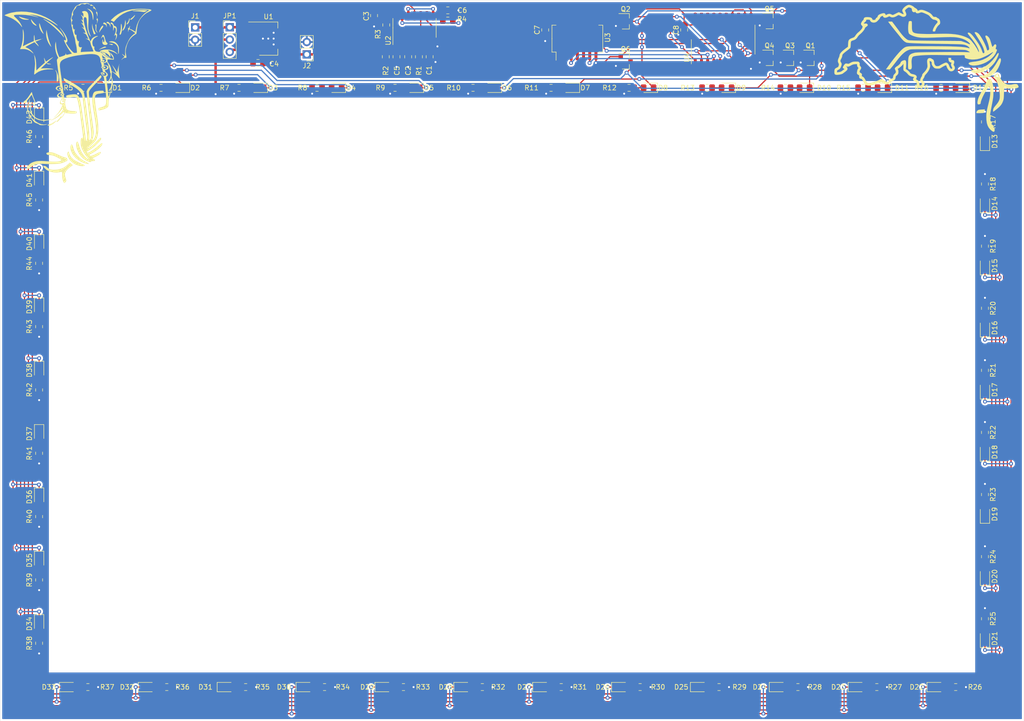
<source format=kicad_pcb>
(kicad_pcb (version 20171130) (host pcbnew 5.1.6+dfsg1-1)

  (general
    (thickness 1.6)
    (drawings 8)
    (tracks 685)
    (zones 0)
    (modules 111)
    (nets 70)
  )

  (page A4)
  (title_block
    (title "LED Frame")
    (date 2020-06-01)
    (rev 1)
    (company "CCC CH/BS")
  )

  (layers
    (0 F.Cu signal)
    (31 B.Cu signal)
    (32 B.Adhes user)
    (33 F.Adhes user)
    (34 B.Paste user)
    (35 F.Paste user)
    (36 B.SilkS user)
    (37 F.SilkS user)
    (38 B.Mask user)
    (39 F.Mask user)
    (40 Dwgs.User user)
    (41 Cmts.User user)
    (42 Eco1.User user)
    (43 Eco2.User user)
    (44 Edge.Cuts user)
    (45 Margin user)
    (46 B.CrtYd user)
    (47 F.CrtYd user)
    (48 B.Fab user hide)
    (49 F.Fab user hide)
  )

  (setup
    (last_trace_width 0.5)
    (user_trace_width 0.5)
    (trace_clearance 0.2)
    (zone_clearance 0.4)
    (zone_45_only no)
    (trace_min 0.2)
    (via_size 0.8)
    (via_drill 0.4)
    (via_min_size 0.4)
    (via_min_drill 0.3)
    (uvia_size 0.3)
    (uvia_drill 0.1)
    (uvias_allowed no)
    (uvia_min_size 0.2)
    (uvia_min_drill 0.1)
    (edge_width 0.05)
    (segment_width 0.2)
    (pcb_text_width 0.3)
    (pcb_text_size 1.5 1.5)
    (mod_edge_width 0.12)
    (mod_text_size 1 1)
    (mod_text_width 0.15)
    (pad_size 1.524 1.524)
    (pad_drill 0.762)
    (pad_to_mask_clearance 0.05)
    (aux_axis_origin 0 0)
    (visible_elements FFF9FF1F)
    (pcbplotparams
      (layerselection 0x010fc_ffffffff)
      (usegerberextensions false)
      (usegerberattributes true)
      (usegerberadvancedattributes true)
      (creategerberjobfile true)
      (excludeedgelayer true)
      (linewidth 0.100000)
      (plotframeref false)
      (viasonmask false)
      (mode 1)
      (useauxorigin false)
      (hpglpennumber 1)
      (hpglpenspeed 20)
      (hpglpendiameter 15.000000)
      (psnegative false)
      (psa4output false)
      (plotreference true)
      (plotvalue true)
      (plotinvisibletext false)
      (padsonsilk false)
      (subtractmaskfromsilk false)
      (outputformat 1)
      (mirror false)
      (drillshape 1)
      (scaleselection 1)
      (outputdirectory ""))
  )

  (net 0 "")
  (net 1 GND)
  (net 2 "Net-(C1-Pad1)")
  (net 3 "Net-(C2-Pad1)")
  (net 4 "Net-(C5-Pad1)")
  (net 5 "Net-(D1-Pad2)")
  (net 6 "Net-(D3-Pad2)")
  (net 7 "Net-(D5-Pad2)")
  (net 8 "Net-(D7-Pad2)")
  (net 9 "Net-(D10-Pad2)")
  (net 10 "Net-(D9-Pad2)")
  (net 11 "Net-(D11-Pad2)")
  (net 12 "Net-(D13-Pad2)")
  (net 13 "Net-(D15-Pad2)")
  (net 14 "Net-(D17-Pad2)")
  (net 15 "Net-(D19-Pad2)")
  (net 16 "Net-(D21-Pad2)")
  (net 17 "Net-(D23-Pad2)")
  (net 18 "Net-(D25-Pad2)")
  (net 19 "Net-(D27-Pad2)")
  (net 20 "Net-(D29-Pad2)")
  (net 21 "Net-(D31-Pad2)")
  (net 22 "Net-(D33-Pad2)")
  (net 23 "Net-(D35-Pad2)")
  (net 24 "Net-(D37-Pad2)")
  (net 25 "Net-(D39-Pad2)")
  (net 26 "Net-(D41-Pad2)")
  (net 27 "Net-(J1-Pad1)")
  (net 28 "Net-(Q1-Pad1)")
  (net 29 "Net-(Q2-Pad1)")
  (net 30 "Net-(Q3-Pad1)")
  (net 31 "Net-(Q4-Pad1)")
  (net 32 "Net-(Q5-Pad1)")
  (net 33 "Net-(Q6-Pad1)")
  (net 34 "Net-(R3-Pad2)")
  (net 35 /INIT)
  (net 36 /CLOCK)
  (net 37 "Net-(U3-Pad3)")
  (net 38 "Net-(U3-Pad6)")
  (net 39 "Net-(U3-Pad8)")
  (net 40 VCC)
  (net 41 VCCQ)
  (net 42 "Net-(C3-Pad1)")
  (net 43 "Net-(C6-Pad1)")
  (net 44 "Net-(D2-Pad2)")
  (net 45 "Net-(D4-Pad2)")
  (net 46 "Net-(D6-Pad2)")
  (net 47 "Net-(D8-Pad2)")
  (net 48 "Net-(D12-Pad2)")
  (net 49 "Net-(D14-Pad2)")
  (net 50 "Net-(D16-Pad2)")
  (net 51 "Net-(D18-Pad2)")
  (net 52 "Net-(D20-Pad2)")
  (net 53 "Net-(D22-Pad2)")
  (net 54 "Net-(D24-Pad2)")
  (net 55 "Net-(D26-Pad2)")
  (net 56 "Net-(D28-Pad2)")
  (net 57 "Net-(D30-Pad2)")
  (net 58 "Net-(D32-Pad2)")
  (net 59 "Net-(D34-Pad2)")
  (net 60 "Net-(D36-Pad2)")
  (net 61 "Net-(D38-Pad2)")
  (net 62 "Net-(D40-Pad2)")
  (net 63 "Net-(D42-Pad2)")
  (net 64 /STEP1)
  (net 65 /STEP2)
  (net 66 /STEP3)
  (net 67 /STEP4)
  (net 68 /STEP5)
  (net 69 /STEP6)

  (net_class Default "This is the default net class."
    (clearance 0.2)
    (trace_width 0.25)
    (via_dia 0.8)
    (via_drill 0.4)
    (uvia_dia 0.3)
    (uvia_drill 0.1)
    (add_net /CLOCK)
    (add_net /INIT)
    (add_net /STEP1)
    (add_net /STEP2)
    (add_net /STEP3)
    (add_net /STEP4)
    (add_net /STEP5)
    (add_net /STEP6)
    (add_net GND)
    (add_net "Net-(C1-Pad1)")
    (add_net "Net-(C2-Pad1)")
    (add_net "Net-(C3-Pad1)")
    (add_net "Net-(C5-Pad1)")
    (add_net "Net-(C6-Pad1)")
    (add_net "Net-(D1-Pad2)")
    (add_net "Net-(D10-Pad2)")
    (add_net "Net-(D11-Pad2)")
    (add_net "Net-(D12-Pad2)")
    (add_net "Net-(D13-Pad2)")
    (add_net "Net-(D14-Pad2)")
    (add_net "Net-(D15-Pad2)")
    (add_net "Net-(D16-Pad2)")
    (add_net "Net-(D17-Pad2)")
    (add_net "Net-(D18-Pad2)")
    (add_net "Net-(D19-Pad2)")
    (add_net "Net-(D2-Pad2)")
    (add_net "Net-(D20-Pad2)")
    (add_net "Net-(D21-Pad2)")
    (add_net "Net-(D22-Pad2)")
    (add_net "Net-(D23-Pad2)")
    (add_net "Net-(D24-Pad2)")
    (add_net "Net-(D25-Pad2)")
    (add_net "Net-(D26-Pad2)")
    (add_net "Net-(D27-Pad2)")
    (add_net "Net-(D28-Pad2)")
    (add_net "Net-(D29-Pad2)")
    (add_net "Net-(D3-Pad2)")
    (add_net "Net-(D30-Pad2)")
    (add_net "Net-(D31-Pad2)")
    (add_net "Net-(D32-Pad2)")
    (add_net "Net-(D33-Pad2)")
    (add_net "Net-(D34-Pad2)")
    (add_net "Net-(D35-Pad2)")
    (add_net "Net-(D36-Pad2)")
    (add_net "Net-(D37-Pad2)")
    (add_net "Net-(D38-Pad2)")
    (add_net "Net-(D39-Pad2)")
    (add_net "Net-(D4-Pad2)")
    (add_net "Net-(D40-Pad2)")
    (add_net "Net-(D41-Pad2)")
    (add_net "Net-(D42-Pad2)")
    (add_net "Net-(D5-Pad2)")
    (add_net "Net-(D6-Pad2)")
    (add_net "Net-(D7-Pad2)")
    (add_net "Net-(D8-Pad2)")
    (add_net "Net-(D9-Pad2)")
    (add_net "Net-(J1-Pad1)")
    (add_net "Net-(Q1-Pad1)")
    (add_net "Net-(Q2-Pad1)")
    (add_net "Net-(Q3-Pad1)")
    (add_net "Net-(Q4-Pad1)")
    (add_net "Net-(Q5-Pad1)")
    (add_net "Net-(Q6-Pad1)")
    (add_net "Net-(R3-Pad2)")
    (add_net "Net-(U3-Pad3)")
    (add_net "Net-(U3-Pad6)")
    (add_net "Net-(U3-Pad8)")
    (add_net VCC)
  )

  (net_class Power ""
    (clearance 0.2)
    (trace_width 0.5)
    (via_dia 0.8)
    (via_drill 0.4)
    (uvia_dia 0.3)
    (uvia_drill 0.1)
    (add_net VCCQ)
  )

  (module onitake:CCC-CH (layer F.Cu) (tedit 0) (tstamp 5ED83195)
    (at 206 29)
    (fp_text reference G*** (at 0 0) (layer F.SilkS) hide
      (effects (font (size 1.524 1.524) (thickness 0.3)))
    )
    (fp_text value LOGO (at 0.75 0) (layer F.SilkS) hide
      (effects (font (size 1.524 1.524) (thickness 0.3)))
    )
    (fp_poly (pts (xy 13.132773 2.168923) (xy 13.209836 2.245939) (xy 13.303503 2.413018) (xy 13.405368 2.650142)
      (xy 13.507022 2.937291) (xy 13.600059 3.254446) (xy 13.61816 3.324757) (xy 13.667185 3.540912)
      (xy 13.701394 3.751604) (xy 13.723145 3.984541) (xy 13.734796 4.267428) (xy 13.738705 4.627974)
      (xy 13.738741 4.741334) (xy 13.736819 5.056461) (xy 13.730338 5.332831) (xy 13.716977 5.589385)
      (xy 13.694415 5.845068) (xy 13.66033 6.118823) (xy 13.612404 6.429595) (xy 13.548316 6.796325)
      (xy 13.465744 7.237959) (xy 13.375741 7.704667) (xy 13.270705 8.247275) (xy 13.186045 8.691949)
      (xy 13.120095 9.051472) (xy 13.071183 9.338626) (xy 13.03764 9.566192) (xy 13.017798 9.746952)
      (xy 13.009987 9.893687) (xy 13.012538 10.019181) (xy 13.023781 10.136214) (xy 13.042047 10.257569)
      (xy 13.042208 10.258536) (xy 13.16352 10.853422) (xy 13.315332 11.350713) (xy 13.502512 11.762753)
      (xy 13.729928 12.101889) (xy 13.802322 12.1864) (xy 13.954273 12.410259) (xy 13.999381 12.639199)
      (xy 13.943175 12.893881) (xy 13.873222 13.002092) (xy 13.768141 13.027426) (xy 13.614871 12.968682)
      (xy 13.430038 12.84669) (xy 13.060275 12.527119) (xy 12.767769 12.162896) (xy 12.548101 11.743244)
      (xy 12.396852 11.257389) (xy 12.309604 10.694554) (xy 12.281934 10.047111) (xy 12.285507 9.720984)
      (xy 12.297992 9.427439) (xy 12.322639 9.14546) (xy 12.362698 8.854033) (xy 12.42142 8.532142)
      (xy 12.502055 8.158774) (xy 12.607853 7.712913) (xy 12.701309 7.335708) (xy 12.832937 6.793203)
      (xy 12.933336 6.335277) (xy 13.005998 5.939093) (xy 13.054415 5.581814) (xy 13.082082 5.240603)
      (xy 13.092489 4.892623) (xy 13.092746 4.776273) (xy 13.088095 4.459264) (xy 13.074829 4.231317)
      (xy 13.050149 4.068755) (xy 13.011253 3.9479) (xy 12.989406 3.90276) (xy 12.888433 3.713297)
      (xy 12.676873 3.959204) (xy 12.460949 4.23674) (xy 12.234371 4.574508) (xy 12.006321 4.953944)
      (xy 11.785977 5.356488) (xy 11.58252 5.763577) (xy 11.405129 6.156647) (xy 11.262985 6.517136)
      (xy 11.165267 6.826482) (xy 11.121155 7.066122) (xy 11.119556 7.108234) (xy 11.089085 7.252965)
      (xy 10.986491 7.344267) (xy 10.795 7.394738) (xy 10.727311 7.402855) (xy 10.592078 7.40487)
      (xy 10.522611 7.354104) (xy 10.478881 7.237122) (xy 10.455847 7.020508) (xy 10.483678 6.732612)
      (xy 10.557169 6.400134) (xy 10.671118 6.049771) (xy 10.746141 5.865942) (xy 10.834746 5.679711)
      (xy 10.967212 5.420815) (xy 11.130389 5.114024) (xy 11.311128 4.784107) (xy 11.474559 4.493805)
      (xy 11.733965 4.029099) (xy 11.939848 3.634494) (xy 12.102716 3.287116) (xy 12.233076 2.964094)
      (xy 12.341435 2.642554) (xy 12.372085 2.54) (xy 12.421441 2.392328) (xy 12.482427 2.307209)
      (xy 12.589327 2.254802) (xy 12.748975 2.211954) (xy 12.932219 2.1759) (xy 13.077878 2.162723)
      (xy 13.132773 2.168923)) (layer F.SilkS) (width 0.01))
    (fp_poly (pts (xy 11.948556 8.734415) (xy 11.919964 8.919085) (xy 11.880912 9.060002) (xy 11.853825 9.109707)
      (xy 11.771774 9.137056) (xy 11.593716 9.161063) (xy 11.336518 9.180029) (xy 11.040221 9.191677)
      (xy 10.727833 9.197829) (xy 10.510842 9.196386) (xy 10.371926 9.185923) (xy 10.293761 9.165015)
      (xy 10.259025 9.132237) (xy 10.25688 9.12725) (xy 10.260224 9.001457) (xy 10.329955 8.842677)
      (xy 10.444096 8.688175) (xy 10.580668 8.575218) (xy 10.583334 8.573718) (xy 10.736896 8.518984)
      (xy 10.979505 8.479223) (xy 11.322187 8.452702) (xy 11.366753 8.450505) (xy 11.980838 8.421637)
      (xy 11.948556 8.734415)) (layer F.SilkS) (width 0.01))
    (fp_poly (pts (xy 14.873709 1.514875) (xy 15.014347 1.775184) (xy 15.159726 2.030513) (xy 15.288613 2.244161)
      (xy 15.350263 2.338628) (xy 15.688663 2.757951) (xy 16.053465 3.068215) (xy 16.448145 3.2709)
      (xy 16.876179 3.367484) (xy 17.341042 3.359445) (xy 17.628281 3.307574) (xy 18.026127 3.233239)
      (xy 18.333048 3.219153) (xy 18.553689 3.265481) (xy 18.669513 3.344334) (xy 18.77921 3.4947)
      (xy 18.859782 3.664982) (xy 18.893995 3.813494) (xy 18.886996 3.870305) (xy 18.822593 3.925644)
      (xy 18.684538 3.995475) (xy 18.560137 4.044016) (xy 18.404214 4.089436) (xy 18.227836 4.11988)
      (xy 18.005777 4.137702) (xy 17.712811 4.145254) (xy 17.469556 4.14576) (xy 17.135047 4.139211)
      (xy 16.83101 4.123369) (xy 16.584974 4.100183) (xy 16.425334 4.071845) (xy 16.251174 4.022977)
      (xy 16.112028 3.983625) (xy 16.077529 3.973749) (xy 16.029068 3.971163) (xy 15.991102 4.003085)
      (xy 15.961811 4.081978) (xy 15.939377 4.220304) (xy 15.921981 4.430526) (xy 15.907803 4.725108)
      (xy 15.895024 5.116512) (xy 15.891335 5.249334) (xy 15.878226 5.643235) (xy 15.861447 5.946822)
      (xy 15.838565 6.182661) (xy 15.807147 6.373319) (xy 15.76476 6.541364) (xy 15.745265 6.604)
      (xy 15.608724 6.972951) (xy 15.449504 7.290208) (xy 15.250511 7.578673) (xy 14.994654 7.861249)
      (xy 14.66484 8.160838) (xy 14.453294 8.335083) (xy 14.17174 8.560592) (xy 13.96613 8.721227)
      (xy 13.824566 8.82302) (xy 13.73515 8.872002) (xy 13.685982 8.874205) (xy 13.665164 8.83566)
      (xy 13.660799 8.7624) (xy 13.660903 8.736764) (xy 13.681784 8.480131) (xy 13.749651 8.253119)
      (xy 13.87848 8.024258) (xy 14.082247 7.762079) (xy 14.106255 7.734013) (xy 14.430936 7.342596)
      (xy 14.678702 7.003204) (xy 14.857371 6.693272) (xy 14.974762 6.390232) (xy 15.038692 6.071518)
      (xy 15.056981 5.714562) (xy 15.037446 5.296798) (xy 15.01979 5.097219) (xy 14.938447 4.488925)
      (xy 14.816214 3.889537) (xy 14.659457 3.318757) (xy 14.474543 2.796283) (xy 14.26784 2.341815)
      (xy 14.045712 1.975053) (xy 13.984809 1.894731) (xy 13.807064 1.672794) (xy 14.19678 1.319558)
      (xy 14.586497 0.966322) (xy 14.873709 1.514875)) (layer F.SilkS) (width 0.01))
    (fp_poly (pts (xy -3.383887 -13.007736) (xy -3.13932 -12.926967) (xy -2.892966 -12.814045) (xy -2.684207 -12.686701)
      (xy -2.563636 -12.577752) (xy -2.432733 -12.459282) (xy -2.270746 -12.365973) (xy -2.114072 -12.273394)
      (xy -1.964178 -12.139985) (xy -1.851439 -11.997708) (xy -1.806231 -11.878522) (xy -1.806222 -11.877225)
      (xy -1.803484 -11.823697) (xy -1.779039 -11.804928) (xy -1.708541 -11.823953) (xy -1.567642 -11.88381)
      (xy -1.494674 -11.916081) (xy -1.263074 -11.99188) (xy -1.019384 -12.011883) (xy -0.742717 -11.973558)
      (xy -0.412185 -11.874372) (xy -0.084666 -11.745155) (xy 0.323968 -11.560394) (xy 0.640948 -11.388212)
      (xy 0.884699 -11.216165) (xy 1.073647 -11.031805) (xy 1.183148 -10.888795) (xy 1.321426 -10.703455)
      (xy 1.44269 -10.598568) (xy 1.581861 -10.554354) (xy 1.77386 -10.551034) (xy 1.779024 -10.551275)
      (xy 1.959004 -10.539127) (xy 2.090177 -10.467386) (xy 2.14164 -10.417458) (xy 2.254509 -10.319661)
      (xy 2.349166 -10.273443) (xy 2.356626 -10.272889) (xy 2.489202 -10.22185) (xy 2.61908 -10.087597)
      (xy 2.725972 -9.898426) (xy 2.789591 -9.682633) (xy 2.792151 -9.665448) (xy 2.812888 -9.37764)
      (xy 2.77772 -9.166891) (xy 2.678685 -9.008055) (xy 2.550792 -8.903236) (xy 2.392064 -8.758478)
      (xy 2.220349 -8.539306) (xy 2.056836 -8.278899) (xy 1.922715 -8.010432) (xy 1.848399 -7.803444)
      (xy 1.801398 -7.654621) (xy 1.743143 -7.585115) (xy 1.634903 -7.564746) (xy 1.540516 -7.563555)
      (xy 1.389141 -7.568514) (xy 1.319204 -7.6001) (xy 1.299267 -7.683377) (xy 1.298223 -7.756721)
      (xy 1.33116 -7.9324) (xy 1.420096 -8.16806) (xy 1.55022 -8.435766) (xy 1.706719 -8.707579)
      (xy 1.874783 -8.955564) (xy 2.035834 -9.147935) (xy 2.181373 -9.308006) (xy 2.255996 -9.425008)
      (xy 2.275655 -9.527968) (xy 2.27105 -9.575992) (xy 2.229436 -9.689867) (xy 2.12833 -9.782732)
      (xy 1.978319 -9.863666) (xy 1.788888 -9.938336) (xy 1.611089 -9.983995) (xy 1.543704 -9.990666)
      (xy 1.344656 -10.040011) (xy 1.119976 -10.189906) (xy 0.865936 -10.443145) (xy 0.740316 -10.592469)
      (xy 0.614728 -10.740456) (xy 0.496556 -10.85333) (xy 0.358689 -10.949592) (xy 0.174017 -11.047744)
      (xy -0.084573 -11.166289) (xy -0.129764 -11.186247) (xy -0.458413 -11.327543) (xy -0.706875 -11.422907)
      (xy -0.896303 -11.476146) (xy -1.047851 -11.491064) (xy -1.182673 -11.471467) (xy -1.321921 -11.421162)
      (xy -1.354666 -11.406616) (xy -1.635105 -11.313231) (xy -1.884404 -11.295256) (xy -2.08099 -11.352825)
      (xy -2.144888 -11.401778) (xy -2.228102 -11.507074) (xy -2.257777 -11.5824) (xy -2.274438 -11.621669)
      (xy -2.325511 -11.5824) (xy -2.455895 -11.52263) (xy -2.628074 -11.528206) (xy -2.794244 -11.595804)
      (xy -2.823243 -11.617032) (xy -2.91544 -11.735071) (xy -2.966784 -11.921005) (xy -2.977484 -12.008975)
      (xy -3.002263 -12.186589) (xy -3.046833 -12.289433) (xy -3.132185 -12.355622) (xy -3.181877 -12.380109)
      (xy -3.40033 -12.470997) (xy -3.556853 -12.50576) (xy -3.684917 -12.488623) (xy -3.764845 -12.453714)
      (xy -3.92233 -12.354953) (xy -4.090692 -12.224531) (xy -4.244086 -12.085885) (xy -4.356664 -11.962456)
      (xy -4.402581 -11.877684) (xy -4.402666 -11.875281) (xy -4.378379 -11.781877) (xy -4.315871 -11.628693)
      (xy -4.258406 -11.508453) (xy -4.149119 -11.21584) (xy -4.139204 -10.970957) (xy -4.226771 -10.77835)
      (xy -4.409931 -10.642567) (xy -4.646533 -10.574044) (xy -4.774913 -10.565421) (xy -4.908272 -10.589909)
      (xy -5.078265 -10.656618) (xy -5.282438 -10.757036) (xy -5.493335 -10.862421) (xy -5.631567 -10.919663)
      (xy -5.723199 -10.935351) (xy -5.794299 -10.916075) (xy -5.830117 -10.8955) (xy -6.231403 -10.663296)
      (xy -6.574111 -10.516134) (xy -6.870789 -10.45139) (xy -7.133982 -10.46644) (xy -7.376238 -10.558661)
      (xy -7.393765 -10.56853) (xy -7.613229 -10.694837) (xy -7.928309 -10.540307) (xy -8.231157 -10.424389)
      (xy -8.496063 -10.387739) (xy -8.707581 -10.431092) (xy -8.805333 -10.498666) (xy -8.889171 -10.611887)
      (xy -8.918222 -10.700026) (xy -8.947218 -10.760574) (xy -9.045222 -10.75036) (xy -9.280272 -10.661096)
      (xy -9.42713 -10.55341) (xy -9.510492 -10.408579) (xy -9.51549 -10.393804) (xy -9.596253 -10.231229)
      (xy -9.720234 -10.063368) (xy -9.753719 -10.027578) (xy -9.911688 -9.864828) (xy -10.070415 -9.695438)
      (xy -10.092976 -9.670688) (xy -10.313384 -9.504547) (xy -10.594462 -9.405873) (xy -10.898743 -9.386343)
      (xy -10.976073 -9.395516) (xy -11.250549 -9.47527) (xy -11.441369 -9.619346) (xy -11.548361 -9.797501)
      (xy -11.596461 -9.901404) (xy -11.651767 -9.959186) (xy -11.745581 -9.984379) (xy -11.90921 -9.990516)
      (xy -11.995202 -9.990667) (xy -12.192215 -9.988113) (xy -12.301869 -9.974) (xy -12.349676 -9.938651)
      (xy -12.361151 -9.872386) (xy -12.361333 -9.851781) (xy -12.396627 -9.714336) (xy -12.452869 -9.640114)
      (xy -12.574974 -9.533964) (xy -12.70276 -9.409561) (xy -12.808868 -9.295251) (xy -12.865938 -9.219376)
      (xy -12.86941 -9.208586) (xy -12.818613 -9.191732) (xy -12.687645 -9.18669) (xy -12.563903 -9.191271)
      (xy -12.367824 -9.194318) (xy -12.2423 -9.166673) (xy -12.147022 -9.098931) (xy -12.140493 -9.092493)
      (xy -12.040782 -8.955641) (xy -12.037274 -8.828566) (xy -12.134344 -8.697426) (xy -12.306454 -8.567663)
      (xy -12.490753 -8.429649) (xy -12.597498 -8.297874) (xy -12.64704 -8.171282) (xy -12.728637 -7.992302)
      (xy -12.880703 -7.767406) (xy -13.084165 -7.519425) (xy -13.319949 -7.271191) (xy -13.568983 -7.045533)
      (xy -13.626276 -6.999111) (xy -13.839204 -6.80368) (xy -14.028834 -6.582429) (xy -14.116413 -6.451732)
      (xy -14.317738 -6.159862) (xy -14.546034 -5.955056) (xy -14.832017 -5.81155) (xy -14.913692 -5.783027)
      (xy -15.163923 -5.700223) (xy -15.332056 -5.630019) (xy -15.435547 -5.548401) (xy -15.49185 -5.431354)
      (xy -15.518422 -5.254863) (xy -15.532716 -4.994915) (xy -15.535808 -4.927127) (xy -15.551105 -4.667496)
      (xy -15.570274 -4.443387) (xy -15.590567 -4.282912) (xy -15.604868 -4.221231) (xy -15.663743 -4.151581)
      (xy -15.794879 -4.031608) (xy -15.97941 -3.877621) (xy -16.198469 -3.705927) (xy -16.218934 -3.69039)
      (xy -16.564435 -3.425027) (xy -16.827407 -3.212519) (xy -17.018346 -3.041761) (xy -17.147745 -2.901648)
      (xy -17.226099 -2.781074) (xy -17.263901 -2.668935) (xy -17.272 -2.576005) (xy -17.316277 -2.33498)
      (xy -17.450407 -2.034805) (xy -17.469555 -2.000031) (xy -17.591182 -1.765952) (xy -17.649818 -1.592854)
      (xy -17.647478 -1.449425) (xy -17.586176 -1.30435) (xy -17.520881 -1.201951) (xy -17.426946 -1.038946)
      (xy -17.396803 -0.890051) (xy -17.408376 -0.733778) (xy -17.45415 -0.537424) (xy -17.535295 -0.307108)
      (xy -17.596939 -0.169333) (xy -17.705783 0.023193) (xy -17.820895 0.14942) (xy -17.983321 0.250446)
      (xy -18.04791 0.282222) (xy -18.21561 0.36781) (xy -18.304251 0.438414) (xy -18.338788 0.52293)
      (xy -18.344243 0.625355) (xy -18.344444 0.827377) (xy -17.963444 0.778201) (xy -17.707481 0.729113)
      (xy -17.51015 0.659674) (xy -17.441333 0.618244) (xy -17.314566 0.522659) (xy -17.14195 0.397236)
      (xy -17.028999 0.317076) (xy -16.880329 0.210421) (xy -16.81439 0.149775) (xy -16.821115 0.116865)
      (xy -16.890437 0.093416) (xy -16.903919 0.09001) (xy -17.039123 0.011853) (xy -17.112715 -0.084179)
      (xy -17.13917 -0.174137) (xy -17.124407 -0.271768) (xy -17.059427 -0.408843) (xy -16.984651 -0.536371)
      (xy -16.825252 -0.775479) (xy -16.683613 -0.921845) (xy -16.537701 -0.988371) (xy -16.365482 -0.987958)
      (xy -16.253618 -0.9644) (xy -16.094508 -0.929791) (xy -15.977178 -0.932181) (xy -15.852898 -0.980006)
      (xy -15.713564 -1.057912) (xy -15.447238 -1.204825) (xy -15.225302 -1.299804) (xy -15.006549 -1.353749)
      (xy -14.749771 -1.37756) (xy -14.487466 -1.382241) (xy -14.231661 -1.381027) (xy -14.062573 -1.372683)
      (xy -13.954036 -1.351237) (xy -13.879886 -1.310714) (xy -13.813956 -1.245142) (xy -13.795883 -1.224358)
      (xy -13.704959 -1.091507) (xy -13.682452 -0.95435) (xy -13.694643 -0.844675) (xy -13.706463 -0.693349)
      (xy -13.670945 -0.576507) (xy -13.57077 -0.442316) (xy -13.55367 -0.422686) (xy -13.427767 -0.24828)
      (xy -13.387615 -0.089138) (xy -13.432908 0.085663) (xy -13.546666 0.282222) (xy -13.676857 0.515473)
      (xy -13.715147 0.695255) (xy -13.66055 0.835024) (xy -13.512076 0.948237) (xy -13.497183 0.956004)
      (xy -13.32562 1.062493) (xy -13.244307 1.178644) (xy -13.233855 1.341017) (xy -13.245679 1.430232)
      (xy -13.255837 1.568355) (xy -13.217063 1.637165) (xy -13.162646 1.661591) (xy -12.971175 1.761096)
      (xy -12.792371 1.940291) (xy -12.614598 2.212233) (xy -12.530666 2.370667) (xy -12.362895 2.671446)
      (xy -12.205704 2.875285) (xy -12.044851 2.995372) (xy -11.866095 3.044894) (xy -11.799139 3.048)
      (xy -11.617137 3.02803) (xy -11.364092 2.973378) (xy -11.063382 2.891931) (xy -10.738385 2.791577)
      (xy -10.412478 2.680202) (xy -10.109039 2.565694) (xy -9.851446 2.455939) (xy -9.663077 2.358825)
      (xy -9.582372 2.300111) (xy -9.47295 2.223044) (xy -9.398605 2.201334) (xy -9.250302 2.22979)
      (xy -9.045943 2.303882) (xy -8.823448 2.406694) (xy -8.620735 2.521313) (xy -8.516922 2.594631)
      (xy -8.369757 2.685105) (xy -8.20436 2.74708) (xy -8.051114 2.774789) (xy -7.9404 2.762467)
      (xy -7.902222 2.711298) (xy -7.85542 2.59799) (xy -7.733544 2.461789) (xy -7.56439 2.326297)
      (xy -7.375752 2.215116) (xy -7.26459 2.169835) (xy -7.091464 2.108531) (xy -6.96262 2.053523)
      (xy -6.920662 2.028458) (xy -6.884244 1.950198) (xy -6.845111 1.799312) (xy -6.823711 1.682618)
      (xy -6.781899 1.49255) (xy -6.710012 1.347013) (xy -6.581703 1.198743) (xy -6.521159 1.139896)
      (xy -6.349337 0.949095) (xy -6.272959 0.776287) (xy -6.286147 0.589689) (xy -6.378222 0.366889)
      (xy -6.448373 0.209085) (xy -6.487902 0.080968) (xy -6.491111 0.052752) (xy -6.444747 -0.070513)
      (xy -6.323556 -0.214873) (xy -6.154389 -0.352376) (xy -6.033199 -0.423943) (xy -5.87418 -0.524426)
      (xy -5.69917 -0.666126) (xy -5.532069 -0.825343) (xy -5.396781 -0.978376) (xy -5.317207 -1.101526)
      (xy -5.305777 -1.14522) (xy -5.25434 -1.288609) (xy -5.116624 -1.431714) (xy -4.917527 -1.554652)
      (xy -4.692432 -1.635079) (xy -4.514465 -1.673355) (xy -4.407194 -1.677374) (xy -4.332674 -1.643547)
      (xy -4.280355 -1.596108) (xy -4.222691 -1.517842) (xy -4.1869 -1.405708) (xy -4.167276 -1.232197)
      (xy -4.15893 -1.010585) (xy -4.15953 -0.734091) (xy -4.170707 -0.449487) (xy -4.190099 -0.21456)
      (xy -4.192201 -0.197555) (xy -4.235736 0.141111) (xy -3.966424 0.3148) (xy -3.773576 0.464711)
      (xy -3.579259 0.655207) (xy -3.48965 0.761758) (xy -3.363741 0.922135) (xy -3.25878 1.028402)
      (xy -3.143249 1.098707) (xy -2.985633 1.151202) (xy -2.754414 1.204036) (xy -2.70271 1.214949)
      (xy -2.373614 1.314727) (xy -2.143256 1.452739) (xy -2.014652 1.625199) (xy -1.990821 1.828325)
      (xy -2.056642 2.025077) (xy -2.116114 2.144865) (xy -2.144492 2.211424) (xy -2.144888 2.213917)
      (xy -2.100434 2.249382) (xy -1.989743 2.315271) (xy -1.949753 2.337194) (xy -1.698713 2.533345)
      (xy -1.524819 2.798181) (xy -1.443447 3.1059) (xy -1.439333 3.193843) (xy -1.435278 3.367301)
      (xy -1.412633 3.458715) (xy -1.355676 3.498897) (xy -1.275586 3.51475) (xy -1.101026 3.492484)
      (xy -0.9661 3.389655) (xy -0.904083 3.233482) (xy -0.903111 3.210064) (xy -0.939503 3.100499)
      (xy -1.032323 2.954339) (xy -1.100666 2.871234) (xy -1.241781 2.680872) (xy -1.295952 2.509204)
      (xy -1.29767 2.469282) (xy -1.274087 2.322236) (xy -1.214312 2.131932) (xy -1.133787 1.935573)
      (xy -1.047954 1.770358) (xy -0.972254 1.673491) (xy -0.965356 1.668697) (xy -0.917566 1.588073)
      (xy -0.903111 1.488736) (xy -0.885004 1.348113) (xy -0.821486 1.207417) (xy -0.698761 1.045304)
      (xy -0.503034 0.84043) (xy -0.45162 0.790222) (xy -0.118764 0.39315) (xy 0.054377 0.090089)
      (xy 0.125486 -0.062064) (xy 0.175003 -0.187391) (xy 0.20425 -0.308264) (xy 0.214548 -0.44705)
      (xy 0.207218 -0.62612) (xy 0.18358 -0.867841) (xy 0.144955 -1.194585) (xy 0.135055 -1.276167)
      (xy 0.13733 -1.545788) (xy 0.203003 -1.787982) (xy 0.320946 -1.971766) (xy 0.409305 -2.039596)
      (xy 0.604273 -2.095227) (xy 0.81852 -2.08528) (xy 0.999929 -2.014152) (xy 1.034576 -1.986835)
      (xy 1.163347 -1.896226) (xy 1.27 -1.854024) (xy 1.382902 -1.782273) (xy 1.481568 -1.62788)
      (xy 1.552025 -1.421092) (xy 1.5803 -1.192156) (xy 1.580357 -1.182188) (xy 1.6235 -0.937568)
      (xy 1.736906 -0.702697) (xy 1.896782 -0.523729) (xy 1.93297 -0.49824) (xy 2.075942 -0.455512)
      (xy 2.277355 -0.449262) (xy 2.490243 -0.475547) (xy 2.667645 -0.530425) (xy 2.725123 -0.564749)
      (xy 2.879526 -0.669358) (xy 3.090618 -0.790455) (xy 3.330947 -0.914822) (xy 3.57306 -1.029242)
      (xy 3.789505 -1.120497) (xy 3.952828 -1.175371) (xy 4.014082 -1.185333) (xy 4.207563 -1.132948)
      (xy 4.393752 -0.990259) (xy 4.551235 -0.778962) (xy 4.654057 -0.536846) (xy 4.737096 -0.320076)
      (xy 4.847353 -0.122805) (xy 4.966391 0.028481) (xy 5.075775 0.107297) (xy 5.106329 0.112889)
      (xy 5.199468 0.073227) (xy 5.253725 0.022931) (xy 5.289182 -0.04508) (xy 5.277508 -0.133248)
      (xy 5.211941 -0.272977) (xy 5.17597 -0.338166) (xy 5.054043 -0.620779) (xy 5.032694 -0.859302)
      (xy 5.111379 -1.059822) (xy 5.111423 -1.059885) (xy 5.16631 -1.150335) (xy 5.139314 -1.181796)
      (xy 5.055869 -1.185333) (xy 4.923356 -1.222151) (xy 4.771592 -1.313701) (xy 4.733543 -1.345185)
      (xy 4.624326 -1.460435) (xy 4.564105 -1.58605) (xy 4.533311 -1.767729) (xy 4.528108 -1.824962)
      (xy 4.501577 -2.144889) (xy 5.064655 -2.144889) (xy 5.058216 -1.933222) (xy 5.060652 -1.79729)
      (xy 5.100114 -1.733696) (xy 5.208123 -1.709395) (xy 5.277556 -1.703276) (xy 5.449184 -1.669524)
      (xy 5.584413 -1.609571) (xy 5.602112 -1.59575) (xy 5.67593 -1.462462) (xy 5.699085 -1.26824)
      (xy 5.671003 -1.053321) (xy 5.612119 -0.895176) (xy 5.557215 -0.770904) (xy 5.561723 -0.692775)
      (xy 5.609966 -0.627802) (xy 5.74953 -0.416574) (xy 5.825669 -0.180362) (xy 5.826253 0.039003)
      (xy 5.815253 0.080197) (xy 5.684881 0.320037) (xy 5.488022 0.495351) (xy 5.250045 0.595873)
      (xy 4.996319 0.611341) (xy 4.752213 0.53149) (xy 4.730968 0.518898) (xy 4.582998 0.388532)
      (xy 4.42427 0.188707) (xy 4.279719 -0.042938) (xy 4.174277 -0.268762) (xy 4.144209 -0.366889)
      (xy 4.096977 -0.529407) (xy 4.03514 -0.611577) (xy 3.935881 -0.619315) (xy 3.776378 -0.558541)
      (xy 3.649254 -0.495252) (xy 3.416653 -0.368246) (xy 3.1763 -0.225709) (xy 3.027556 -0.130035)
      (xy 2.877995 -0.034865) (xy 2.750749 0.020973) (xy 2.605722 0.04783) (xy 2.402819 0.056053)
      (xy 2.305086 0.056445) (xy 1.999604 0.044043) (xy 1.772956 -0.003662) (xy 1.592794 -0.102425)
      (xy 1.426768 -0.267999) (xy 1.301508 -0.432273) (xy 1.173922 -0.623236) (xy 1.104256 -0.772675)
      (xy 1.07616 -0.924085) (xy 1.072445 -1.041651) (xy 1.067339 -1.214624) (xy 1.037961 -1.313565)
      (xy 0.963215 -1.377286) (xy 0.86368 -1.425771) (xy 0.728417 -1.480214) (xy 0.64382 -1.501398)
      (xy 0.633541 -1.499022) (xy 0.633613 -1.437759) (xy 0.652094 -1.292437) (xy 0.685336 -1.089708)
      (xy 0.702295 -0.996666) (xy 0.747695 -0.717546) (xy 0.762439 -0.507872) (xy 0.748027 -0.328879)
      (xy 0.731484 -0.243762) (xy 0.58551 0.192536) (xy 0.350538 0.629385) (xy 0.045294 1.033577)
      (xy -0.041797 1.127697) (xy -0.246032 1.356342) (xy -0.364529 1.529811) (xy -0.395111 1.626983)
      (xy -0.427382 1.768914) (xy -0.500414 1.910398) (xy -0.602017 2.069748) (xy -0.700063 2.244887)
      (xy -0.701283 2.24727) (xy -0.796847 2.434318) (xy -0.595979 2.656655) (xy -0.470139 2.814313)
      (xy -0.410535 2.954129) (xy -0.395121 3.128617) (xy -0.395111 3.135078) (xy -0.434984 3.411165)
      (xy -0.543163 3.662644) (xy -0.702485 3.868029) (xy -0.895785 4.005837) (xy -1.105903 4.054583)
      (xy -1.128888 4.053615) (xy -1.2701 4.043283) (xy -1.463555 4.028708) (xy -1.551813 4.021952)
      (xy -1.798404 3.980242) (xy -1.948077 3.894228) (xy -2.011564 3.753595) (xy -2.006083 3.585341)
      (xy -1.973408 3.295359) (xy -1.988306 3.08601) (xy -2.061933 2.931072) (xy -2.205446 2.804325)
      (xy -2.381047 2.704083) (xy -2.608634 2.54769) (xy -2.734289 2.368033) (xy -2.75452 2.174673)
      (xy -2.665833 1.977171) (xy -2.652888 1.960154) (xy -2.575054 1.853735) (xy -2.54014 1.791238)
      (xy -2.54 1.789712) (xy -2.590764 1.76855) (xy -2.72158 1.742426) (xy -2.845463 1.72462)
      (xy -3.246255 1.62565) (xy -3.581075 1.4359) (xy -3.847163 1.162407) (xy -4.008204 0.977517)
      (xy -4.194559 0.805894) (xy -4.299155 0.728709) (xy -4.478025 0.613612) (xy -4.602304 0.520989)
      (xy -4.680993 0.427703) (xy -4.723093 0.310615) (xy -4.737604 0.14659) (xy -4.733528 -0.087512)
      (xy -4.722176 -0.358742) (xy -4.713592 -0.61742) (xy -4.711504 -0.814829) (xy -4.7157 -0.935411)
      (xy -4.725964 -0.963609) (xy -4.730323 -0.951243) (xy -4.791862 -0.843168) (xy -4.920968 -0.688054)
      (xy -5.095374 -0.50723) (xy -5.292817 -0.322027) (xy -5.491031 -0.153773) (xy -5.66775 -0.023799)
      (xy -5.748288 0.023937) (xy -5.867256 0.091856) (xy -5.898604 0.143238) (xy -5.857266 0.208732)
      (xy -5.845024 0.222436) (xy -5.787393 0.348198) (xy -5.755312 0.544363) (xy -5.750227 0.77105)
      (xy -5.773582 0.988377) (xy -5.812311 1.125348) (xy -5.896894 1.25778) (xy -6.033281 1.405726)
      (xy -6.100399 1.464304) (xy -6.238552 1.58967) (xy -6.304115 1.701307) (xy -6.321705 1.842883)
      (xy -6.321777 1.856979) (xy -6.368956 2.119196) (xy -6.513442 2.337025) (xy -6.759657 2.515775)
      (xy -6.940677 2.599607) (xy -7.17285 2.707067) (xy -7.32774 2.819855) (xy -7.431759 2.950047)
      (xy -7.550305 3.110435) (xy -7.678512 3.208215) (xy -7.848295 3.257759) (xy -8.091565 3.27344)
      (xy -8.150547 3.273778) (xy -8.363519 3.267575) (xy -8.505628 3.240861) (xy -8.618591 3.181474)
      (xy -8.704591 3.112272) (xy -8.87016 2.983906) (xy -9.041027 2.874174) (xy -9.069709 2.858754)
      (xy -9.206045 2.801603) (xy -9.311581 2.805537) (xy -9.408376 2.847362) (xy -9.746049 2.998463)
      (xy -10.190251 3.163036) (xy -10.743498 3.342007) (xy -10.809238 3.362042) (xy -11.288485 3.489544)
      (xy -11.68687 3.551086) (xy -12.018291 3.54206) (xy -12.29665 3.457857) (xy -12.535845 3.293869)
      (xy -12.749777 3.045487) (xy -12.952346 2.708103) (xy -12.987531 2.639828) (xy -13.106687 2.41651)
      (xy -13.199793 2.277357) (xy -13.283255 2.201931) (xy -13.363324 2.171717) (xy -13.587454 2.111235)
      (xy -13.720511 2.027133) (xy -13.78431 1.89556) (xy -13.800666 1.693554) (xy -13.805814 1.515124)
      (xy -13.829598 1.418416) (xy -13.884529 1.372429) (xy -13.936689 1.356515) (xy -14.067789 1.288203)
      (xy -14.182132 1.177201) (xy -14.239035 1.087577) (xy -14.264186 0.993172) (xy -14.260836 0.858891)
      (xy -14.232235 0.649641) (xy -14.23146 0.644653) (xy -14.179172 0.403393) (xy -14.108178 0.198966)
      (xy -14.053326 0.099004) (xy -13.935285 -0.060655) (xy -14.079642 -0.232213) (xy -14.19955 -0.444941)
      (xy -14.224 -0.621888) (xy -14.233921 -0.767227) (xy -14.258539 -0.855146) (xy -14.266333 -0.863136)
      (xy -14.339722 -0.869387) (xy -14.493343 -0.864187) (xy -14.695244 -0.848697) (xy -14.714168 -0.846888)
      (xy -14.959614 -0.81275) (xy -15.163298 -0.753665) (xy -15.376617 -0.652047) (xy -15.514259 -0.573087)
      (xy -15.779444 -0.43655) (xy -16.014763 -0.35511) (xy -16.201823 -0.332705) (xy -16.322229 -0.373272)
      (xy -16.341235 -0.396032) (xy -16.410621 -0.427481) (xy -16.432021 -0.419199) (xy -16.432696 -0.363619)
      (xy -16.363148 -0.270741) (xy -16.343455 -0.251641) (xy -16.227989 -0.089979) (xy -16.199555 0.086314)
      (xy -16.218893 0.22594) (xy -16.286528 0.358198) (xy -16.416891 0.500643) (xy -16.624415 0.670832)
      (xy -16.765183 0.774377) (xy -16.938379 0.901416) (xy -17.096817 1.0218) (xy -17.159111 1.07117)
      (xy -17.296273 1.142987) (xy -17.512229 1.212867) (xy -17.772991 1.273937) (xy -18.044573 1.319319)
      (xy -18.292986 1.34214) (xy -18.473572 1.337069) (xy -18.665472 1.296245) (xy -18.789467 1.221695)
      (xy -18.858544 1.092681) (xy -18.885692 0.888466) (xy -18.886449 0.677843) (xy -18.868952 0.39859)
      (xy -18.819126 0.202408) (xy -18.718756 0.060366) (xy -18.549628 -0.056469) (xy -18.3691 -0.143885)
      (xy -18.19359 -0.233232) (xy -18.092127 -0.32397) (xy -18.030655 -0.450004) (xy -18.016322 -0.495062)
      (xy -17.963948 -0.700018) (xy -17.958623 -0.846977) (xy -18.003923 -0.982125) (xy -18.062011 -1.085191)
      (xy -18.163211 -1.357075) (xy -18.162584 -1.666378) (xy -18.06068 -2.002961) (xy -18.005777 -2.116667)
      (xy -17.915619 -2.313695) (xy -17.854197 -2.496968) (xy -17.836444 -2.604425) (xy -17.802589 -2.811074)
      (xy -17.696715 -3.030375) (xy -17.512355 -3.269889) (xy -17.243043 -3.537179) (xy -16.882314 -3.839807)
      (xy -16.587412 -4.06525) (xy -16.100379 -4.427049) (xy -16.074898 -4.999988) (xy -16.049548 -5.351641)
      (xy -15.9986 -5.616688) (xy -15.906073 -5.816172) (xy -15.755987 -5.971137) (xy -15.53236 -6.102625)
      (xy -15.219212 -6.231681) (xy -15.109093 -6.271756) (xy -14.934555 -6.341049) (xy -14.809806 -6.417143)
      (xy -14.702685 -6.527897) (xy -14.581029 -6.701171) (xy -14.539945 -6.764739) (xy -14.347844 -7.023525)
      (xy -14.124834 -7.262441) (xy -13.993518 -7.376148) (xy -13.790363 -7.547682) (xy -13.588334 -7.74344)
      (xy -13.405594 -7.942737) (xy -13.260308 -8.12489) (xy -13.170639 -8.269217) (xy -13.150691 -8.335899)
      (xy -13.122773 -8.46978) (xy -13.099577 -8.517817) (xy -13.095946 -8.600019) (xy -13.179234 -8.716357)
      (xy -13.241552 -8.778482) (xy -13.385209 -8.951203) (xy -13.433615 -9.116172) (xy -13.433777 -9.126876)
      (xy -13.398692 -9.275737) (xy -13.308919 -9.467458) (xy -13.187681 -9.663209) (xy -13.058201 -9.824158)
      (xy -12.97369 -9.896205) (xy -12.893167 -9.999382) (xy -12.869333 -10.106345) (xy -12.825804 -10.289194)
      (xy -12.693142 -10.417938) (xy -12.468235 -10.493676) (xy -12.147968 -10.51751) (xy -11.770198 -10.494932)
      (xy -11.462893 -10.43427) (xy -11.250259 -10.322668) (xy -11.123652 -10.154686) (xy -11.095033 -10.069981)
      (xy -11.053697 -9.979634) (xy -10.966762 -9.941048) (xy -10.840874 -9.934222) (xy -10.616095 -9.949482)
      (xy -10.487631 -9.998822) (xy -10.442629 -10.087577) (xy -10.442222 -10.099755) (xy -10.402258 -10.202745)
      (xy -10.307935 -10.321306) (xy -10.197604 -10.414168) (xy -10.123983 -10.442222) (xy -10.075224 -10.491322)
      (xy -10.025395 -10.613166) (xy -10.014732 -10.65199) (xy -9.931898 -10.832245) (xy -9.773322 -10.984931)
      (xy -9.526603 -11.118831) (xy -9.1814 -11.242102) (xy -8.895729 -11.311878) (xy -8.687503 -11.318034)
      (xy -8.538533 -11.256935) (xy -8.43063 -11.124941) (xy -8.411631 -11.088177) (xy -8.328373 -10.915924)
      (xy -8.081938 -11.053659) (xy -7.780423 -11.169033) (xy -7.488699 -11.176552) (xy -7.217637 -11.076001)
      (xy -7.20912 -11.070808) (xy -7.061243 -10.993239) (xy -6.939352 -10.952179) (xy -6.919177 -10.950222)
      (xy -6.832123 -10.975465) (xy -6.671229 -11.043691) (xy -6.461662 -11.143645) (xy -6.288099 -11.232444)
      (xy -6.060773 -11.348468) (xy -5.865711 -11.441353) (xy -5.727163 -11.499941) (xy -5.674613 -11.514667)
      (xy -5.589602 -11.489514) (xy -5.437084 -11.42318) (xy -5.248209 -11.329352) (xy -5.224988 -11.317111)
      (xy -5.028388 -11.220287) (xy -4.858498 -11.149849) (xy -4.749446 -11.119801) (xy -4.743537 -11.119555)
      (xy -4.688629 -11.127561) (xy -4.676303 -11.166417) (xy -4.710591 -11.25838) (xy -4.795523 -11.425708)
      (xy -4.800792 -11.435732) (xy -4.888854 -11.619931) (xy -4.949148 -11.778162) (xy -4.967111 -11.861868)
      (xy -4.918147 -12.052414) (xy -4.785556 -12.265924) (xy -4.590792 -12.484101) (xy -4.355306 -12.688651)
      (xy -4.100552 -12.861277) (xy -3.847983 -12.983684) (xy -3.61905 -13.037578) (xy -3.587282 -13.038622)
      (xy -3.383887 -13.007736)) (layer F.SilkS) (width 0.01))
    (fp_poly (pts (xy 15.191953 -2.012446) (xy 15.242926 -1.912049) (xy 15.276627 -1.810026) (xy 15.285352 -1.702935)
      (xy 15.266727 -1.560452) (xy 15.218375 -1.35225) (xy 15.190754 -1.245954) (xy 14.998483 -0.661164)
      (xy 14.741518 -0.101065) (xy 14.433058 0.41228) (xy 14.086305 0.856807) (xy 13.72703 1.200433)
      (xy 13.350171 1.464889) (xy 12.942713 1.684721) (xy 12.524912 1.853697) (xy 12.117023 1.965587)
      (xy 11.739304 2.01416) (xy 11.41201 1.993186) (xy 11.274243 1.95491) (xy 11.053096 1.853957)
      (xy 10.930852 1.748969) (xy 10.893778 1.629978) (xy 10.91194 1.564659) (xy 10.98472 1.532787)
      (xy 11.139557 1.523448) (xy 11.161889 1.52333) (xy 11.609723 1.479543) (xy 12.044797 1.348144)
      (xy 12.471109 1.125666) (xy 12.892654 0.808639) (xy 13.313428 0.393593) (xy 13.737427 -0.122939)
      (xy 14.168648 -0.744427) (xy 14.607202 -1.467555) (xy 14.783407 -1.761585) (xy 14.922185 -1.957635)
      (xy 15.031336 -2.06116) (xy 15.118658 -2.077612) (xy 15.191953 -2.012446)) (layer F.SilkS) (width 0.01))
    (fp_poly (pts (xy 14.789335 -3.124795) (xy 14.801992 -3.113475) (xy 14.823647 -3.01833) (xy 14.793517 -2.844726)
      (xy 14.71908 -2.610284) (xy 14.607815 -2.332627) (xy 14.4672 -2.029376) (xy 14.304715 -1.718155)
      (xy 14.127836 -1.416583) (xy 13.997509 -1.217834) (xy 13.726835 -0.870109) (xy 13.388215 -0.501481)
      (xy 13.013851 -0.143145) (xy 12.635944 0.173701) (xy 12.350563 0.37773) (xy 12.032688 0.551795)
      (xy 11.661288 0.704131) (xy 11.259406 0.830001) (xy 10.850082 0.92467) (xy 10.456358 0.983403)
      (xy 10.101276 1.001465) (xy 9.807877 0.974118) (xy 9.662275 0.930236) (xy 9.456793 0.825537)
      (xy 9.285461 0.710208) (xy 9.173626 0.603407) (xy 9.144 0.538508) (xy 9.198669 0.459155)
      (xy 9.355572 0.383212) (xy 9.604055 0.313947) (xy 9.933463 0.254628) (xy 10.16556 0.225166)
      (xy 10.426045 0.192823) (xy 10.645909 0.153978) (xy 10.855813 0.099843) (xy 11.086419 0.021631)
      (xy 11.36839 -0.08945) (xy 11.599334 -0.185801) (xy 12.105939 -0.446967) (xy 12.621268 -0.800382)
      (xy 13.126122 -1.228915) (xy 13.601303 -1.715434) (xy 14.027615 -2.242805) (xy 14.224 -2.528098)
      (xy 14.408175 -2.80501) (xy 14.54704 -2.993255) (xy 14.650351 -3.102713) (xy 14.727864 -3.143267)
      (xy 14.789335 -3.124795)) (layer F.SilkS) (width 0.01))
    (fp_poly (pts (xy -3.204259 -9.706997) (xy -3.072771 -9.664746) (xy -3.020876 -9.609667) (xy -3.007202 -9.519626)
      (xy -2.996495 -9.339992) (xy -2.9896 -9.094038) (xy -2.987361 -8.80504) (xy -2.987828 -8.69866)
      (xy -2.983975 -8.284356) (xy -2.961701 -7.965713) (xy -2.915564 -7.726251) (xy -2.840121 -7.549492)
      (xy -2.72993 -7.418955) (xy -2.579547 -7.318161) (xy -2.522496 -7.289708) (xy -2.323486 -7.22019)
      (xy -2.044632 -7.162516) (xy -1.68195 -7.116528) (xy -1.231457 -7.082065) (xy -0.689171 -7.058967)
      (xy -0.051108 -7.047073) (xy 0.686713 -7.046224) (xy 1.528277 -7.05626) (xy 2.477565 -7.07702)
      (xy 2.652889 -7.081684) (xy 3.593829 -7.096659) (xy 4.436414 -7.086263) (xy 5.192675 -7.048763)
      (xy 5.874643 -6.982426) (xy 6.494349 -6.885521) (xy 7.063824 -6.756315) (xy 7.595099 -6.593074)
      (xy 8.100205 -6.394068) (xy 8.401637 -6.253866) (xy 8.63005 -6.134855) (xy 8.810221 -6.019592)
      (xy 8.974078 -5.882532) (xy 9.153551 -5.69813) (xy 9.295562 -5.538657) (xy 9.866291 -4.816392)
      (xy 10.340833 -4.06153) (xy 10.515853 -3.728007) (xy 10.625447 -3.510437) (xy 10.69602 -3.38343)
      (xy 10.73726 -3.335708) (xy 10.758852 -3.355992) (xy 10.770356 -3.4317) (xy 10.753664 -3.589219)
      (xy 10.677631 -3.821558) (xy 10.539423 -4.137336) (xy 10.535679 -4.145249) (xy 10.320041 -4.565725)
      (xy 10.063434 -4.998968) (xy 9.755747 -5.459953) (xy 9.386875 -5.963654) (xy 8.946708 -6.525048)
      (xy 8.841751 -6.65477) (xy 8.6537 -6.89164) (xy 8.533309 -7.058762) (xy 8.472245 -7.169869)
      (xy 8.462178 -7.238694) (xy 8.473669 -7.261547) (xy 8.600198 -7.334968) (xy 8.771533 -7.309189)
      (xy 8.983786 -7.186859) (xy 9.233069 -6.970625) (xy 9.515494 -6.663136) (xy 9.714138 -6.416705)
      (xy 10.231719 -5.718672) (xy 10.6594 -5.080971) (xy 10.999763 -4.49919) (xy 11.255386 -3.968921)
      (xy 11.428851 -3.485751) (xy 11.428993 -3.485258) (xy 11.519791 -3.243356) (xy 11.620044 -3.112139)
      (xy 11.728885 -3.092303) (xy 11.827509 -3.163538) (xy 11.885001 -3.243782) (xy 11.901531 -3.336246)
      (xy 11.88062 -3.480902) (xy 11.862617 -3.562088) (xy 11.761482 -3.918875) (xy 11.613372 -4.308398)
      (xy 11.413126 -4.740894) (xy 11.155585 -5.226601) (xy 10.83559 -5.775755) (xy 10.447982 -6.398593)
      (xy 10.378147 -6.507633) (xy 10.210326 -6.77167) (xy 10.066452 -7.003607) (xy 9.956772 -7.186476)
      (xy 9.89153 -7.303306) (xy 9.877778 -7.336385) (xy 9.925739 -7.398869) (xy 10.043975 -7.425256)
      (xy 10.194015 -7.409752) (xy 10.249512 -7.39238) (xy 10.387007 -7.320603) (xy 10.55824 -7.205801)
      (xy 10.64946 -7.135309) (xy 10.806898 -6.972478) (xy 10.995235 -6.723704) (xy 11.204017 -6.408083)
      (xy 11.42279 -6.044714) (xy 11.641101 -5.652694) (xy 11.848494 -5.251122) (xy 12.034516 -4.859094)
      (xy 12.188712 -4.495709) (xy 12.300628 -4.180064) (xy 12.335056 -4.056064) (xy 12.407145 -3.82013)
      (xy 12.486575 -3.691436) (xy 12.58235 -3.664344) (xy 12.703473 -3.733217) (xy 12.762865 -3.788198)
      (xy 12.835909 -3.882966) (xy 12.860624 -3.99644) (xy 12.846845 -4.173831) (xy 12.846802 -4.174155)
      (xy 12.789772 -4.474405) (xy 12.693184 -4.842728) (xy 12.567258 -5.245877) (xy 12.422213 -5.650604)
      (xy 12.30166 -5.947669) (xy 12.186162 -6.223414) (xy 12.116307 -6.417067) (xy 12.088605 -6.548168)
      (xy 12.099565 -6.63626) (xy 12.145694 -6.700885) (xy 12.164173 -6.717217) (xy 12.269521 -6.736999)
      (xy 12.416814 -6.67765) (xy 12.584914 -6.553656) (xy 12.752682 -6.379503) (xy 12.851629 -6.246132)
      (xy 12.918386 -6.138065) (xy 12.979563 -6.018673) (xy 13.041445 -5.870697) (xy 13.110315 -5.676877)
      (xy 13.192456 -5.419956) (xy 13.294152 -5.082672) (xy 13.3738 -4.811889) (xy 13.437695 -4.616216)
      (xy 13.497668 -4.471499) (xy 13.542359 -4.404432) (xy 13.547938 -4.402666) (xy 13.609257 -4.444862)
      (xy 13.707325 -4.552992) (xy 13.776157 -4.642555) (xy 13.923236 -4.829037) (xy 14.035732 -4.924573)
      (xy 14.131208 -4.938343) (xy 14.227223 -4.879526) (xy 14.228058 -4.878772) (xy 14.313138 -4.757442)
      (xy 14.32982 -4.5951) (xy 14.279111 -4.369466) (xy 14.254376 -4.29588) (xy 14.202049 -4.081153)
      (xy 14.223857 -3.946634) (xy 14.319243 -3.895142) (xy 14.333521 -3.894666) (xy 14.423635 -3.882373)
      (xy 14.462134 -3.831535) (xy 14.451649 -3.721215) (xy 14.394812 -3.530479) (xy 14.383529 -3.496826)
      (xy 14.160563 -3.003165) (xy 13.835204 -2.526089) (xy 13.417788 -2.07615) (xy 12.918647 -1.663901)
      (xy 12.348118 -1.299894) (xy 12.107334 -1.172706) (xy 11.644086 -0.968961) (xy 11.157804 -0.804385)
      (xy 10.667431 -0.681773) (xy 10.191907 -0.603921) (xy 9.750175 -0.573621) (xy 9.361176 -0.593668)
      (xy 9.043852 -0.666857) (xy 8.950334 -0.70699) (xy 8.747752 -0.831471) (xy 8.655561 -0.947757)
      (xy 8.671888 -1.059502) (xy 8.734721 -1.127316) (xy 8.812074 -1.175003) (xy 8.92946 -1.218044)
      (xy 9.100983 -1.259238) (xy 9.340749 -1.301385) (xy 9.66286 -1.347284) (xy 10.08142 -1.399734)
      (xy 10.146472 -1.407515) (xy 10.868098 -1.544016) (xy 11.575725 -1.775024) (xy 12.241204 -2.089765)
      (xy 12.722748 -2.393478) (xy 12.887154 -2.521242) (xy 13.072558 -2.681165) (xy 13.261526 -2.856001)
      (xy 13.436621 -3.028502) (xy 13.580408 -3.181423) (xy 13.675453 -3.297518) (xy 13.704319 -3.359539)
      (xy 13.702462 -3.362575) (xy 13.647166 -3.344941) (xy 13.516792 -3.276969) (xy 13.33108 -3.169587)
      (xy 13.119411 -3.039789) (xy 12.573732 -2.720462) (xy 12.006811 -2.431571) (xy 11.452034 -2.188865)
      (xy 10.942783 -2.008089) (xy 10.913483 -1.999281) (xy 10.390096 -1.880438) (xy 9.833599 -1.81851)
      (xy 9.281423 -1.814905) (xy 8.770999 -1.871031) (xy 8.58254 -1.911621) (xy 8.272445 -1.996872)
      (xy 8.059527 -2.075342) (xy 7.929306 -2.156886) (xy 7.867304 -2.251354) (xy 7.859041 -2.3686)
      (xy 7.8634 -2.400943) (xy 7.873405 -2.535583) (xy 7.841755 -2.62661) (xy 7.753124 -2.680254)
      (xy 7.592186 -2.702744) (xy 7.343615 -2.700308) (xy 7.152521 -2.689883) (xy 6.979006 -2.68385)
      (xy 6.706581 -2.680702) (xy 6.349184 -2.680331) (xy 5.920755 -2.68263) (xy 5.435231 -2.687489)
      (xy 4.906552 -2.694801) (xy 4.348656 -2.704457) (xy 3.793238 -2.715951) (xy 2.828631 -2.734477)
      (xy 1.965225 -2.744188) (xy 1.191654 -2.74479) (xy 0.496552 -2.735985) (xy -0.131447 -2.717476)
      (xy -0.703709 -2.688968) (xy -1.2316 -2.650162) (xy -1.726487 -2.600764) (xy -2.026509 -2.56406)
      (xy -2.360399 -2.514099) (xy -2.60024 -2.458169) (xy -2.764746 -2.38495) (xy -2.87263 -2.28312)
      (xy -2.942606 -2.141357) (xy -2.985633 -1.983793) (xy -3.026733 -1.782259) (xy -3.050934 -1.600705)
      (xy -3.05933 -1.407697) (xy -3.053018 -1.171802) (xy -3.033094 -0.861585) (xy -3.02741 -0.785729)
      (xy -3.008969 -0.494439) (xy -3.006729 -0.286998) (xy -3.022165 -0.13533) (xy -3.056756 -0.011357)
      (xy -3.069884 0.021761) (xy -3.129459 0.148504) (xy -3.194634 0.207606) (xy -3.305437 0.220818)
      (xy -3.425182 0.214823) (xy -3.587855 0.19916) (xy -3.673294 0.16149) (xy -3.717031 0.074502)
      (xy -3.7414 -0.028222) (xy -3.763908 -0.211746) (xy -3.774761 -0.478706) (xy -3.775058 -0.802045)
      (xy -3.765901 -1.154708) (xy -3.748388 -1.509639) (xy -3.72362 -1.839781) (xy -3.692698 -2.118078)
      (xy -3.65672 -2.317475) (xy -3.646908 -2.352319) (xy -3.541999 -2.592592) (xy -3.387111 -2.785105)
      (xy -3.167045 -2.940197) (xy -2.866603 -3.068207) (xy -2.470586 -3.179473) (xy -2.410438 -3.193442)
      (xy -2.31966 -3.21124) (xy -2.20775 -3.227047) (xy -2.066764 -3.241101) (xy -1.888758 -3.253635)
      (xy -1.665789 -3.264886) (xy -1.389915 -3.275087) (xy -1.053192 -3.284476) (xy -0.647676 -3.293287)
      (xy -0.165425 -3.301755) (xy 0.401505 -3.310116) (xy 1.061057 -3.318605) (xy 1.821174 -3.327458)
      (xy 2.286 -3.332578) (xy 3.007527 -3.339594) (xy 3.722684 -3.345015) (xy 4.419399 -3.348839)
      (xy 5.085598 -3.351067) (xy 5.709206 -3.351701) (xy 6.278149 -3.350739) (xy 6.780354 -3.348184)
      (xy 7.203747 -3.344034) (xy 7.536253 -3.338291) (xy 7.732889 -3.332382) (xy 8.081689 -3.319082)
      (xy 8.390038 -3.308817) (xy 8.640936 -3.302029) (xy 8.817381 -3.299161) (xy 8.902371 -3.300657)
      (xy 8.907361 -3.301787) (xy 8.885057 -3.345371) (xy 8.78467 -3.41954) (xy 8.6315 -3.509532)
      (xy 8.450843 -3.600584) (xy 8.268 -3.677933) (xy 8.253812 -3.683168) (xy 8.165638 -3.712961)
      (xy 8.071998 -3.737695) (xy 7.961019 -3.758099) (xy 7.820826 -3.774898) (xy 7.639544 -3.78882)
      (xy 7.405301 -3.800593) (xy 7.106221 -3.810944) (xy 6.73043 -3.820599) (xy 6.266055 -3.830286)
      (xy 5.70122 -3.840733) (xy 5.672667 -3.841243) (xy 5.164568 -3.849563) (xy 4.564883 -3.858122)
      (xy 3.894912 -3.866686) (xy 3.175956 -3.875023) (xy 2.429317 -3.882898) (xy 1.676295 -3.890078)
      (xy 0.938192 -3.896329) (xy 0.236309 -3.901418) (xy 0.112889 -3.902209) (xy -0.587748 -3.906363)
      (xy -1.184806 -3.909232) (xy -1.687591 -3.910617) (xy -2.105407 -3.910324) (xy -2.447561 -3.908154)
      (xy -2.723356 -3.903912) (xy -2.942098 -3.8974) (xy -3.113093 -3.888422) (xy -3.245644 -3.876782)
      (xy -3.349058 -3.862281) (xy -3.43264 -3.844725) (xy -3.499555 -3.82585) (xy -3.858978 -3.685748)
      (xy -4.214142 -3.488127) (xy -4.573769 -3.225239) (xy -4.946583 -2.889338) (xy -5.341306 -2.472679)
      (xy -5.76666 -1.967517) (xy -6.155182 -1.467565) (xy -6.3923 -1.15602) (xy -6.630654 -0.847588)
      (xy -6.85319 -0.564001) (xy -7.042851 -0.326988) (xy -7.182581 -0.158282) (xy -7.185198 -0.155232)
      (xy -7.512396 0.225778) (xy -8.307242 0.225778) (xy -8.038517 -0.155222) (xy -7.536633 -0.853644)
      (xy -7.048992 -1.506515) (xy -6.581048 -2.107523) (xy -6.138256 -2.650357) (xy -5.726068 -3.128706)
      (xy -5.349938 -3.536258) (xy -5.015321 -3.866703) (xy -4.727668 -4.113728) (xy -4.492435 -4.271023)
      (xy -4.473566 -4.280792) (xy -4.372589 -4.330291) (xy -4.274785 -4.373153) (xy -4.171632 -4.409838)
      (xy -4.054606 -4.44081) (xy -3.915184 -4.466531) (xy -3.744843 -4.487462) (xy -3.535058 -4.504066)
      (xy -3.277308 -4.516805) (xy -2.963068 -4.526142) (xy -2.583815 -4.532538) (xy -2.131026 -4.536456)
      (xy -1.596178 -4.538358) (xy -0.970748 -4.538705) (xy -0.246211 -4.537962) (xy 0.254 -4.537159)
      (xy 1.393053 -4.534012) (xy 2.425074 -4.528441) (xy 3.355897 -4.520163) (xy 4.191361 -4.508894)
      (xy 4.937299 -4.49435) (xy 5.59955 -4.47625) (xy 6.183948 -4.454308) (xy 6.696329 -4.428241)
      (xy 7.14253 -4.397767) (xy 7.528387 -4.362601) (xy 7.859736 -4.32246) (xy 8.142412 -4.277061)
      (xy 8.382252 -4.226121) (xy 8.585092 -4.169355) (xy 8.706556 -4.126631) (xy 8.818526 -4.100501)
      (xy 8.854908 -4.131177) (xy 8.827818 -4.204387) (xy 8.749372 -4.305859) (xy 8.631685 -4.421323)
      (xy 8.486873 -4.536508) (xy 8.327053 -4.637141) (xy 8.235059 -4.682015) (xy 8.112963 -4.733121)
      (xy 7.994568 -4.777746) (xy 7.871421 -4.816454) (xy 7.735065 -4.849808) (xy 7.577044 -4.87837)
      (xy 7.388904 -4.902705) (xy 7.162187 -4.923374) (xy 6.888439 -4.940942) (xy 6.559203 -4.95597)
      (xy 6.166025 -4.969024) (xy 5.700447 -4.980664) (xy 5.154016 -4.991455) (xy 4.518274 -5.001959)
      (xy 3.784766 -5.01274) (xy 3.132667 -5.021795) (xy 2.025627 -5.037785) (xy 1.026837 -5.05401)
      (xy 0.131657 -5.070651) (xy -0.664553 -5.087889) (xy -1.366433 -5.105907) (xy -1.97862 -5.124887)
      (xy -2.505756 -5.145009) (xy -2.952479 -5.166456) (xy -3.323429 -5.18941) (xy -3.623246 -5.214051)
      (xy -3.856569 -5.240563) (xy -4.028037 -5.269126) (xy -4.14229 -5.299923) (xy -4.161354 -5.307511)
      (xy -4.441558 -5.460283) (xy -4.715302 -5.677619) (xy -4.999934 -5.974806) (xy -5.20884 -6.230673)
      (xy -5.400857 -6.474393) (xy -5.630224 -6.760571) (xy -5.861603 -7.045292) (xy -5.98359 -7.193414)
      (xy -6.174318 -7.425711) (xy -6.391812 -7.694275) (xy -6.625625 -7.985814) (xy -6.86531 -8.287039)
      (xy -7.10042 -8.584658) (xy -7.320507 -8.86538) (xy -7.515125 -9.115916) (xy -7.673827 -9.322975)
      (xy -7.786166 -9.473265) (xy -7.841695 -9.553497) (xy -7.845777 -9.562483) (xy -7.794107 -9.5788)
      (xy -7.658152 -9.590615) (xy -7.466496 -9.595532) (xy -7.45149 -9.595555) (xy -7.057203 -9.595555)
      (xy -6.661674 -9.073444) (xy -6.486198 -8.840659) (xy -6.266698 -8.547744) (xy -6.026136 -8.225433)
      (xy -5.787475 -7.904462) (xy -5.681233 -7.761111) (xy -5.327186 -7.292775) (xy -5.018648 -6.907749)
      (xy -4.743413 -6.592324) (xy -4.489272 -6.332792) (xy -4.244018 -6.115443) (xy -4.147093 -6.038341)
      (xy -3.948965 -5.896704) (xy -3.78065 -5.812301) (xy -3.591183 -5.763508) (xy -3.450759 -5.742909)
      (xy -3.339247 -5.735453) (xy -3.123617 -5.72742) (xy -2.812634 -5.718954) (xy -2.415066 -5.710198)
      (xy -1.93968 -5.701297) (xy -1.395244 -5.692395) (xy -0.790524 -5.683635) (xy -0.134289 -5.675161)
      (xy 0.564696 -5.667118) (xy 1.297662 -5.65965) (xy 2.003778 -5.653333) (xy 7.083778 -5.610924)
      (xy 7.682735 -5.406821) (xy 7.962981 -5.306705) (xy 8.237851 -5.200593) (xy 8.468929 -5.103691)
      (xy 8.578596 -5.052264) (xy 8.771508 -4.965906) (xy 8.889598 -4.942954) (xy 8.936364 -4.962674)
      (xy 8.941868 -5.023293) (xy 8.871892 -5.129814) (xy 8.719575 -5.292106) (xy 8.681228 -5.329606)
      (xy 8.336569 -5.605083) (xy 7.908862 -5.853337) (xy 7.427246 -6.059704) (xy 6.942667 -6.20446)
      (xy 6.689749 -6.261059) (xy 6.446351 -6.30815) (xy 6.200916 -6.346092) (xy 5.941887 -6.375246)
      (xy 5.657705 -6.395972) (xy 5.336814 -6.40863) (xy 4.967655 -6.413578) (xy 4.538672 -6.411178)
      (xy 4.038306 -6.401789) (xy 3.455 -6.38577) (xy 2.777196 -6.363483) (xy 2.337149 -6.347859)
      (xy 1.577754 -6.321518) (xy 0.920265 -6.301657) (xy 0.353861 -6.288674) (xy -0.132277 -6.282966)
      (xy -0.548967 -6.284929) (xy -0.90703 -6.294961) (xy -1.217285 -6.313458) (xy -1.490551 -6.340819)
      (xy -1.737649 -6.377439) (xy -1.969397 -6.423716) (xy -2.196614 -6.480048) (xy -2.33725 -6.519411)
      (xy -2.702358 -6.638778) (xy -3.030665 -6.771972) (xy -3.302504 -6.909337) (xy -3.498206 -7.041217)
      (xy -3.583495 -7.131191) (xy -3.65816 -7.311435) (xy -3.712826 -7.580596) (xy -3.745665 -7.916179)
      (xy -3.754849 -8.295684) (xy -3.738548 -8.696613) (xy -3.72411 -8.861618) (xy -3.693247 -9.129071)
      (xy -3.659808 -9.361507) (xy -3.628077 -9.532031) (xy -3.604978 -9.609507) (xy -3.51424 -9.679365)
      (xy -3.366041 -9.711866) (xy -3.204259 -9.706997)) (layer F.SilkS) (width 0.01))
  )

  (module onitake:CCC-Basel (layer F.Cu) (tedit 0) (tstamp 5ED82E46)
    (at 32 33)
    (fp_text reference G*** (at 0 0) (layer F.SilkS) hide
      (effects (font (size 1.524 1.524) (thickness 0.3)))
    )
    (fp_text value LOGO (at 0.75 0) (layer F.SilkS) hide
      (effects (font (size 1.524 1.524) (thickness 0.3)))
    )
    (fp_poly (pts (xy -1.394824 15.605495) (xy -1.242463 15.737352) (xy -1.146543 15.843148) (xy -1.127399 15.900377)
      (xy -1.127959 15.900888) (xy -1.199243 15.954509) (xy -1.341973 16.057132) (xy -1.528258 16.188754)
      (xy -1.573225 16.220251) (xy -2.00007 16.557974) (xy -2.334527 16.906315) (xy -2.569398 17.255403)
      (xy -2.697486 17.595369) (xy -2.720101 17.792815) (xy -2.70207 17.95926) (xy -2.653206 18.19329)
      (xy -2.583435 18.448609) (xy -2.57101 18.488291) (xy -2.500216 18.722728) (xy -2.447119 18.922847)
      (xy -2.421029 19.052836) (xy -2.41982 19.069771) (xy -2.460373 19.176907) (xy -2.55996 19.314009)
      (xy -2.683809 19.442354) (xy -2.797148 19.523218) (xy -2.8365 19.533809) (xy -2.900789 19.484502)
      (xy -2.98484 19.361033) (xy -3.013655 19.307024) (xy -3.147629 18.968739) (xy -3.231371 18.579966)
      (xy -3.269491 18.114893) (xy -3.272933 17.855595) (xy -3.271506 17.564401) (xy -3.282699 17.377062)
      (xy -3.325265 17.276636) (xy -3.417958 17.246183) (xy -3.579532 17.26876) (xy -3.82874 17.327426)
      (xy -3.851605 17.332836) (xy -4.359079 17.399027) (xy -4.909601 17.377583) (xy -5.469259 17.274181)
      (xy -6.004141 17.094496) (xy -6.372187 16.911011) (xy -6.532403 16.798918) (xy -6.709961 16.646892)
      (xy -6.883462 16.47742) (xy -7.031508 16.312987) (xy -7.132701 16.17608) (xy -7.165643 16.089185)
      (xy -7.162579 16.080438) (xy -7.08529 16.044428) (xy -6.939131 16.026604) (xy -6.912108 16.02619)
      (xy -6.766967 16.044668) (xy -6.62698 16.112994) (xy -6.456289 16.250511) (xy -6.399647 16.30261)
      (xy -6.141218 16.521331) (xy -5.894004 16.670574) (xy -5.624415 16.762307) (xy -5.29886 16.808501)
      (xy -4.944933 16.820954) (xy -4.249935 16.780856) (xy -3.623099 16.647435) (xy -3.048687 16.414492)
      (xy -2.510962 16.075828) (xy -2.050913 15.680884) (xy -1.713017 15.353978) (xy -1.394824 15.605495)) (layer F.SilkS) (width 0.01))
    (fp_poly (pts (xy -5.469092 13.242517) (xy -5.261944 13.27779) (xy -5.06844 13.324359) (xy -4.864684 13.39106)
      (xy -4.626781 13.486729) (xy -4.330836 13.620201) (xy -3.952952 13.800313) (xy -3.928095 13.81234)
      (xy -3.611858 13.956473) (xy -3.284043 14.090863) (xy -2.985826 14.199423) (xy -2.779956 14.260964)
      (xy -2.549618 14.321065) (xy -2.407767 14.373784) (xy -2.324716 14.437527) (xy -2.270779 14.530697)
      (xy -2.246305 14.591827) (xy -2.199277 14.754083) (xy -2.189268 14.876061) (xy -2.193165 14.892141)
      (xy -2.269596 14.968542) (xy -2.436076 15.070067) (xy -2.667419 15.185093) (xy -2.938439 15.301997)
      (xy -3.223949 15.409157) (xy -3.498762 15.49495) (xy -3.500497 15.495423) (xy -3.8341 15.5619)
      (xy -4.274649 15.610812) (xy -4.809355 15.641709) (xy -5.42543 15.654142) (xy -6.110084 15.647662)
      (xy -6.850528 15.621819) (xy -6.954762 15.616788) (xy -7.357271 15.598419) (xy -7.66422 15.589634)
      (xy -7.900687 15.591332) (xy -8.091753 15.604411) (xy -8.262497 15.62977) (xy -8.437998 15.668307)
      (xy -8.445749 15.670203) (xy -9.010623 15.855984) (xy -9.489258 16.117313) (xy -9.796326 16.363897)
      (xy -10.005887 16.526119) (xy -10.204216 16.620169) (xy -10.36936 16.640409) (xy -10.479362 16.5812)
      (xy -10.499363 16.544471) (xy -10.499321 16.388702) (xy -10.411928 16.191612) (xy -10.254252 15.972917)
      (xy -10.043363 15.752333) (xy -9.79633 15.549579) (xy -9.530224 15.38437) (xy -9.468822 15.354086)
      (xy -9.135848 15.217145) (xy -8.787688 15.115204) (xy -8.407633 15.046968) (xy -7.978969 15.011144)
      (xy -7.484987 15.006437) (xy -6.908974 15.031554) (xy -6.234221 15.085201) (xy -6.12658 15.09533)
      (xy -5.418882 15.148372) (xy -4.807266 15.16335) (xy -4.295978 15.140548) (xy -3.889266 15.080249)
      (xy -3.591376 14.982735) (xy -3.483323 14.919204) (xy -3.436525 14.87301) (xy -3.443528 14.823252)
      (xy -3.519074 14.75228) (xy -3.677904 14.642444) (xy -3.758259 14.590022) (xy -4.270687 14.281932)
      (xy -4.735772 14.057821) (xy -5.181593 13.907112) (xy -5.63623 13.819229) (xy -5.86559 13.796273)
      (xy -6.11643 13.775434) (xy -6.274526 13.751596) (xy -6.36789 13.714823) (xy -6.424531 13.655178)
      (xy -6.46205 13.584686) (xy -6.512165 13.456647) (xy -6.498056 13.388035) (xy -6.46265 13.359858)
      (xy -6.26409 13.282245) (xy -5.991555 13.23525) (xy -5.689328 13.224102) (xy -5.469092 13.242517)) (layer F.SilkS) (width 0.01))
    (fp_poly (pts (xy -1.92519 13.145604) (xy -1.900411 13.229166) (xy -1.724181 13.747589) (xy -1.439876 14.213085)
      (xy -1.049969 14.621808) (xy -0.955316 14.69974) (xy -0.756549 14.836059) (xy -0.474241 15.00216)
      (xy -0.137281 15.183227) (xy 0.225444 15.364441) (xy 0.585045 15.530985) (xy 0.912635 15.668041)
      (xy 0.988656 15.696889) (xy 1.2094 15.796284) (xy 1.321019 15.885844) (xy 1.33517 15.962171)
      (xy 1.263511 16.021864) (xy 1.117697 16.061524) (xy 0.909385 16.077753) (xy 0.650232 16.067151)
      (xy 0.351894 16.026318) (xy 0.072003 15.964203) (xy -0.489637 15.763148) (xy -0.996869 15.474126)
      (xy -1.433551 15.1098) (xy -1.783543 14.682832) (xy -1.960816 14.369473) (xy -2.110843 14.021409)
      (xy -2.192615 13.746259) (xy -2.210326 13.520083) (xy -2.168172 13.318944) (xy -2.152134 13.277709)
      (xy -2.064348 13.116227) (xy -1.987361 13.071934) (xy -1.92519 13.145604)) (layer F.SilkS) (width 0.01))
    (fp_poly (pts (xy -1.31181 11.627054) (xy -1.227215 11.706926) (xy -1.134695 11.878656) (xy -1.046429 12.114831)
      (xy -0.97534 12.384497) (xy -0.827072 12.839603) (xy -0.57691 13.313557) (xy -0.237455 13.786214)
      (xy 0.178692 14.23743) (xy 0.191244 14.249481) (xy 0.546487 14.562383) (xy 0.925446 14.837234)
      (xy 1.364351 15.098745) (xy 1.673714 15.260622) (xy 1.951749 15.41022) (xy 2.121586 15.524517)
      (xy 2.180812 15.601731) (xy 2.168079 15.625957) (xy 2.101515 15.626064) (xy 1.954005 15.609984)
      (xy 1.837696 15.593386) (xy 1.218822 15.44073) (xy 0.604292 15.179151) (xy 0.015165 14.819516)
      (xy -0.527319 14.372866) (xy -0.854177 14.015409) (xy -1.128653 13.621957) (xy -1.343809 13.211381)
      (xy -1.492708 12.802557) (xy -1.568412 12.414358) (xy -1.563985 12.065659) (xy -1.478119 11.785997)
      (xy -1.395897 11.669527) (xy -1.319417 11.625635) (xy -1.31181 11.627054)) (layer F.SilkS) (width 0.01))
    (fp_poly (pts (xy 4.689287 -2.538023) (xy 4.753209 -2.427872) (xy 4.777619 -2.281458) (xy 4.766811 -2.212162)
      (xy 4.728043 -2.127828) (xy 4.651802 -2.017077) (xy 4.528571 -1.868533) (xy 4.348837 -1.670816)
      (xy 4.103084 -1.412551) (xy 3.781798 -1.082357) (xy 3.734405 -1.033982) (xy 3.428235 -0.717146)
      (xy 3.136702 -0.407113) (xy 2.875313 -0.121021) (xy 2.659579 0.123994) (xy 2.505007 0.310795)
      (xy 2.449285 0.386017) (xy 2.321101 0.583377) (xy 2.249777 0.732964) (xy 2.220237 0.884237)
      (xy 2.217403 1.086658) (xy 2.218837 1.14197) (xy 2.236069 1.448704) (xy 2.273355 1.871785)
      (xy 2.330349 2.40834) (xy 2.406702 3.055496) (xy 2.502066 3.810382) (xy 2.616096 4.670123)
      (xy 2.748441 5.631848) (xy 2.844686 6.31425) (xy 2.922025 6.863867) (xy 2.993681 7.384612)
      (xy 3.057842 7.86246) (xy 3.112697 8.283388) (xy 3.156432 8.633371) (xy 3.187236 8.898386)
      (xy 3.203297 9.064408) (xy 3.205238 9.104593) (xy 3.189576 9.334143) (xy 3.14793 9.636212)
      (xy 3.088303 9.967241) (xy 3.018701 10.283672) (xy 2.947132 10.541946) (xy 2.933857 10.581172)
      (xy 2.885375 10.735797) (xy 2.884599 10.807727) (xy 2.930402 10.825238) (xy 3.042094 10.7718)
      (xy 3.174112 10.627505) (xy 3.308955 10.416383) (xy 3.429122 10.16246) (xy 3.447274 10.115586)
      (xy 3.547906 9.809696) (xy 3.621769 9.492273) (xy 3.668448 9.150745) (xy 3.687525 8.772536)
      (xy 3.678583 8.345073) (xy 3.641206 7.855782) (xy 3.574977 7.292088) (xy 3.479479 6.641418)
      (xy 3.354296 5.891197) (xy 3.296425 5.563809) (xy 3.16106 4.780413) (xy 3.055135 4.102098)
      (xy 2.977726 3.516862) (xy 2.927911 3.012708) (xy 2.904767 2.577635) (xy 2.907371 2.199644)
      (xy 2.9348 1.866736) (xy 2.986131 1.566911) (xy 2.988288 1.557146) (xy 3.084649 1.221172)
      (xy 3.209404 0.984527) (xy 3.378107 0.82627) (xy 3.606031 0.725548) (xy 3.781679 0.68696)
      (xy 4.023757 0.652147) (xy 4.301323 0.623354) (xy 4.583435 0.602826) (xy 4.83915 0.592805)
      (xy 5.037526 0.595537) (xy 5.147621 0.613265) (xy 5.148485 0.613678) (xy 5.227342 0.703915)
      (xy 5.274151 0.84546) (xy 5.280145 0.970043) (xy 5.228761 1.036053) (xy 5.089346 1.08194)
      (xy 5.084714 1.0831) (xy 4.909978 1.117038) (xy 4.670203 1.15162) (xy 4.447966 1.176273)
      (xy 4.086557 1.230183) (xy 3.822821 1.320355) (xy 3.636581 1.455834) (xy 3.541421 1.582633)
      (xy 3.486296 1.728818) (xy 3.454452 1.945884) (xy 3.446401 2.239811) (xy 3.462654 2.616575)
      (xy 3.503721 3.082157) (xy 3.570115 3.642534) (xy 3.662346 4.303686) (xy 3.780925 5.07159)
      (xy 3.903313 5.815669) (xy 4.047013 6.807148) (xy 4.127383 7.700579) (xy 4.144244 8.501073)
      (xy 4.097419 9.213736) (xy 3.986731 9.843679) (xy 3.812002 10.396009) (xy 3.738442 10.566025)
      (xy 3.619956 10.757761) (xy 3.426373 11.001011) (xy 3.17886 11.274061) (xy 2.898588 11.555201)
      (xy 2.606727 11.822717) (xy 2.324445 12.054899) (xy 2.192262 12.151825) (xy 2.012435 12.279194)
      (xy 1.87901 12.377681) (xy 1.816231 12.429292) (xy 1.814285 12.432398) (xy 1.865125 12.429417)
      (xy 1.989636 12.399435) (xy 2.010833 12.393478) (xy 2.265549 12.282438) (xy 2.582868 12.079715)
      (xy 2.95459 11.791687) (xy 3.372515 11.424735) (xy 3.828442 10.985237) (xy 3.853551 10.96)
      (xy 4.132951 10.679831) (xy 4.33961 10.477119) (xy 4.485213 10.342709) (xy 4.581443 10.267447)
      (xy 4.639987 10.242177) (xy 4.672528 10.257744) (xy 4.690559 10.304219) (xy 4.707631 10.424462)
      (xy 4.688597 10.543838) (xy 4.623095 10.678862) (xy 4.500761 10.846053) (xy 4.311231 11.061927)
      (xy 4.044142 11.343) (xy 4.028954 11.358661) (xy 3.560339 11.817327) (xy 3.103322 12.218006)
      (xy 2.67449 12.547259) (xy 2.29043 12.791646) (xy 2.203145 12.838014) (xy 1.954684 12.977538)
      (xy 1.814785 13.09267) (xy 1.775752 13.192382) (xy 1.824024 13.279943) (xy 1.890833 13.327989)
      (xy 1.975968 13.329875) (xy 2.116648 13.28237) (xy 2.200383 13.247285) (xy 2.520844 13.091118)
      (xy 2.868244 12.883494) (xy 3.25495 12.615655) (xy 3.693329 12.278838) (xy 4.195751 11.864285)
      (xy 4.403169 11.68702) (xy 4.636848 11.494425) (xy 4.798109 11.385488) (xy 4.898074 11.356396)
      (xy 4.947862 11.403336) (xy 4.959047 11.496454) (xy 4.907199 11.690584) (xy 4.761192 11.925748)
      (xy 4.535329 12.189455) (xy 4.243917 12.469214) (xy 3.901258 12.752534) (xy 3.521658 13.026924)
      (xy 3.119422 13.279891) (xy 2.708855 13.498946) (xy 2.615595 13.542831) (xy 2.412296 13.648981)
      (xy 2.315866 13.73883) (xy 2.316233 13.826962) (xy 2.370666 13.897428) (xy 2.473985 13.958721)
      (xy 2.620905 13.968842) (xy 2.824087 13.924373) (xy 3.096193 13.821894) (xy 3.449883 13.657986)
      (xy 3.6738 13.545523) (xy 4.026026 13.369075) (xy 4.286065 13.249505) (xy 4.466532 13.183308)
      (xy 4.580043 13.16698) (xy 4.639213 13.197016) (xy 4.656656 13.269911) (xy 4.656666 13.272451)
      (xy 4.601867 13.425899) (xy 4.447449 13.605709) (xy 4.208383 13.799529) (xy 3.899641 13.995008)
      (xy 3.583214 14.158118) (xy 3.336832 14.275961) (xy 3.136852 14.376649) (xy 3.005222 14.448788)
      (xy 2.963333 14.479886) (xy 3.0121 14.523808) (xy 3.135496 14.598188) (xy 3.209029 14.637172)
      (xy 3.367802 14.73398) (xy 3.433087 14.824341) (xy 3.435815 14.895425) (xy 3.412659 14.970594)
      (xy 3.350547 15.010571) (xy 3.219381 15.026155) (xy 3.065382 15.028333) (xy 2.847588 15.037671)
      (xy 2.720165 15.070746) (xy 2.654163 15.134166) (xy 2.583499 15.209691) (xy 2.470627 15.230407)
      (xy 2.28943 15.197407) (xy 2.146905 15.155404) (xy 1.636993 14.934878) (xy 1.150036 14.608854)
      (xy 0.707511 14.19278) (xy 0.549274 14.006507) (xy 0.258784 13.595493) (xy 0.012291 13.155741)
      (xy -0.183823 12.707069) (xy -0.323181 12.269293) (xy -0.399402 11.862234) (xy -0.406107 11.505708)
      (xy -0.343201 11.234067) (xy -0.265355 11.090329) (xy -0.186941 11.038809) (xy -0.104443 11.084413)
      (xy -0.01435 11.232043) (xy 0.086852 11.486602) (xy 0.202677 11.852996) (xy 0.27001 12.089917)
      (xy 0.4995 12.750123) (xy 0.802416 13.350298) (xy 1.166666 13.867508) (xy 1.269094 13.984656)
      (xy 1.459612 14.180631) (xy 1.649075 14.35537) (xy 1.825378 14.501357) (xy 1.976418 14.611081)
      (xy 2.090089 14.677026) (xy 2.154287 14.691678) (xy 2.156907 14.647524) (xy 2.085845 14.53705)
      (xy 2.010749 14.445041) (xy 1.489645 13.778266) (xy 1.070274 13.115144) (xy 0.758999 12.466292)
      (xy 0.657236 12.185952) (xy 0.578904 11.899905) (xy 0.536304 11.612218) (xy 0.522209 11.269492)
      (xy 0.522182 11.188095) (xy 0.533668 10.819667) (xy 0.566943 10.557863) (xy 0.626245 10.389635)
      (xy 0.715812 10.301935) (xy 0.81683 10.280952) (xy 0.94514 10.251749) (xy 1.003524 10.197276)
      (xy 1.005661 10.113063) (xy 0.992133 9.929709) (xy 0.965054 9.667713) (xy 0.926533 9.347573)
      (xy 0.880513 9.002872) (xy 0.82919 8.627832) (xy 0.767412 8.164252) (xy 0.699281 7.643664)
      (xy 0.628901 7.097598) (xy 0.560375 6.557589) (xy 0.514331 6.188966) (xy 0.406123 5.363445)
      (xy 0.295637 4.611891) (xy 0.184201 3.940562) (xy 0.073146 3.355719) (xy -0.036199 2.863622)
      (xy -0.142503 2.470528) (xy -0.244437 2.182699) (xy -0.340671 2.006393) (xy -0.383342 1.963982)
      (xy -0.570615 1.896505) (xy -0.866149 1.879891) (xy -1.268471 1.914132) (xy -1.637167 1.972768)
      (xy -1.88681 2.01279) (xy -2.097751 2.036282) (xy -2.237103 2.040002) (xy -2.266623 2.034794)
      (xy -2.369604 1.946365) (xy -2.433302 1.805707) (xy -2.441088 1.664981) (xy -2.406414 1.596306)
      (xy -2.295798 1.540335) (xy -2.092596 1.482666) (xy -1.825002 1.428112) (xy -1.521208 1.381485)
      (xy -1.209405 1.347595) (xy -0.917787 1.331256) (xy -0.84893 1.330476) (xy -0.584976 1.337299)
      (xy -0.402185 1.36308) (xy -0.261269 1.415787) (xy -0.175253 1.467105) (xy -0.005606 1.620909)
      (xy 0.147338 1.849606) (xy 0.285906 2.160714) (xy 0.412423 2.561753) (xy 0.529216 3.060242)
      (xy 0.638612 3.663701) (xy 0.742937 4.379649) (xy 0.755453 4.475238) (xy 0.80581 4.855711)
      (xy 0.869768 5.326072) (xy 0.94318 5.856566) (xy 1.0219 6.417438) (xy 1.101781 6.978933)
      (xy 1.17689 7.499047) (xy 1.249181 8.00526) (xy 1.319412 8.515485) (xy 1.384461 9.005646)
      (xy 1.441204 9.451667) (xy 1.486518 9.829471) (xy 1.51728 10.114981) (xy 1.520123 10.144881)
      (xy 1.550586 10.439899) (xy 1.581752 10.685993) (xy 1.610379 10.861029) (xy 1.633228 10.942873)
      (xy 1.637431 10.94619) (xy 1.698675 10.891159) (xy 1.761634 10.746963) (xy 1.817693 10.544947)
      (xy 1.858235 10.316457) (xy 1.874642 10.092836) (xy 1.874675 10.083181) (xy 1.867141 9.952516)
      (xy 1.845515 9.714369) (xy 1.811209 9.381211) (xy 1.765634 8.965514) (xy 1.710202 8.47975)
      (xy 1.646326 7.936391) (xy 1.575416 7.347908) (xy 1.498886 6.726775) (xy 1.455475 6.380238)
      (xy 1.375635 5.744673) (xy 1.299325 5.133528) (xy 1.228102 4.559497) (xy 1.163518 4.035276)
      (xy 1.107127 3.57356) (xy 1.060485 3.187044) (xy 1.025144 2.888423) (xy 1.002659 2.690392)
      (xy 0.9965 2.630714) (xy 0.938845 2.184205) (xy 0.856003 1.771078) (xy 0.755279 1.422964)
      (xy 0.670682 1.220194) (xy 0.465549 0.895608) (xy 0.180216 0.575384) (xy -0.194048 0.25225)
      (xy -0.665974 -0.081068) (xy -1.24429 -0.431846) (xy -1.451429 -0.547967) (xy -1.911342 -0.805402)
      (xy -2.270018 -1.015255) (xy -2.535165 -1.182485) (xy -2.71449 -1.312049) (xy -2.815701 -1.408906)
      (xy -2.83529 -1.438179) (xy -2.883715 -1.566719) (xy -2.929636 -1.74621) (xy -2.936253 -1.779611)
      (xy -2.980385 -2.014853) (xy -2.261264 -1.634427) (xy -1.598557 -1.276355) (xy -1.026253 -0.950052)
      (xy -0.522466 -0.642332) (xy -0.065311 -0.340009) (xy 0.209984 -0.145379) (xy 0.549136 0.112878)
      (xy 0.797888 0.334643) (xy 0.973421 0.538707) (xy 1.092915 0.74386) (xy 1.145845 0.878211)
      (xy 1.198985 1.077817) (xy 1.263038 1.390393) (xy 1.336948 1.808549) (xy 1.419659 2.324895)
      (xy 1.510116 2.932041) (xy 1.607264 3.622598) (xy 1.710048 4.389176) (xy 1.817411 5.224386)
      (xy 1.928299 6.120838) (xy 2.041657 7.071142) (xy 2.091423 7.499047) (xy 2.158007 8.088644)
      (xy 2.209403 8.576498) (xy 2.246924 8.980685) (xy 2.271885 9.319282) (xy 2.285601 9.610369)
      (xy 2.289384 9.872021) (xy 2.28455 10.122317) (xy 2.283749 10.144573) (xy 2.27518 10.480886)
      (xy 2.28149 10.701911) (xy 2.306552 10.812812) (xy 2.354238 10.818752) (xy 2.428421 10.724893)
      (xy 2.532974 10.5364) (xy 2.551129 10.501042) (xy 2.59895 10.401999) (xy 2.638703 10.301595)
      (xy 2.669852 10.191041) (xy 2.691859 10.061544) (xy 2.704187 9.904317) (xy 2.706299 9.710568)
      (xy 2.697659 9.471507) (xy 2.677728 9.178345) (xy 2.64597 8.82229) (xy 2.601848 8.394553)
      (xy 2.544825 7.886343) (xy 2.474364 7.288871) (xy 2.389927 6.593346) (xy 2.290978 5.790978)
      (xy 2.236534 5.352143) (xy 2.165702 4.77384) (xy 2.095236 4.183726) (xy 2.027685 3.60418)
      (xy 1.965593 3.057581) (xy 1.911507 2.566309) (xy 1.867973 2.152744) (xy 1.8402 1.868525)
      (xy 1.73681 0.743479) (xy 1.890652 0.407443) (xy 1.934144 0.317451) (xy 1.984516 0.227977)
      (xy 2.049697 0.130008) (xy 2.137612 0.01453) (xy 2.256189 -0.127469) (xy 2.413354 -0.305003)
      (xy 2.617035 -0.527084) (xy 2.875158 -0.802725) (xy 3.19565 -1.14094) (xy 3.586438 -1.550741)
      (xy 3.915902 -1.895309) (xy 4.177176 -2.165349) (xy 4.369811 -2.355798) (xy 4.506145 -2.476906)
      (xy 4.598516 -2.538929) (xy 4.659261 -2.552118) (xy 4.689287 -2.538023)) (layer F.SilkS) (width 0.01))
    (fp_poly (pts (xy -4.475238 6.759479) (xy -4.521322 6.845165) (xy -4.643308 6.977767) (xy -4.816796 7.136603)
      (xy -5.017388 7.300993) (xy -5.220686 7.450256) (xy -5.40229 7.563711) (xy -5.456647 7.591337)
      (xy -5.691928 7.679324) (xy -5.922024 7.729311) (xy -6.115203 7.737791) (xy -6.239728 7.701257)
      (xy -6.25955 7.680049) (xy -6.274826 7.645753) (xy -6.256685 7.617043) (xy -6.183991 7.584122)
      (xy -6.035612 7.537194) (xy -5.812231 7.472695) (xy -5.361233 7.295651) (xy -4.901311 7.02572)
      (xy -4.702024 6.879837) (xy -4.571366 6.788221) (xy -4.489404 6.750837) (xy -4.475238 6.759479)) (layer F.SilkS) (width 0.01))
    (fp_poly (pts (xy -10.407893 3.391285) (xy -10.402831 3.549022) (xy -10.362114 4.018748) (xy -10.250473 4.538989)
      (xy -10.079851 5.072155) (xy -9.862188 5.580653) (xy -9.621644 6.00828) (xy -9.415378 6.265737)
      (xy -9.126131 6.546089) (xy -8.782647 6.825903) (xy -8.413674 7.081746) (xy -8.050819 7.288756)
      (xy -7.562597 7.465916) (xy -7.033496 7.530536) (xy -6.468189 7.482123) (xy -6.380238 7.465015)
      (xy -6.347771 7.469156) (xy -6.414027 7.510189) (xy -6.454244 7.529434) (xy -6.633246 7.58226)
      (xy -6.889938 7.622793) (xy -7.182789 7.648305) (xy -7.470269 7.656064) (xy -7.710846 7.643338)
      (xy -7.831597 7.619994) (xy -7.98014 7.553006) (xy -8.073902 7.478585) (xy -8.16186 7.417933)
      (xy -8.327542 7.345953) (xy -8.490088 7.291964) (xy -8.748007 7.19301) (xy -8.946182 7.070593)
      (xy -8.993304 7.02637) (xy -9.466469 6.468929) (xy -9.839385 5.940232) (xy -10.12306 5.421579)
      (xy -10.328501 4.894268) (xy -10.402737 4.631873) (xy -10.466809 4.318292) (xy -10.50641 4.00155)
      (xy -10.520182 3.711417) (xy -10.506764 3.477668) (xy -10.464797 3.330073) (xy -10.462381 3.32619)
      (xy -10.426946 3.306641) (xy -10.407893 3.391285)) (layer F.SilkS) (width 0.01))
    (fp_poly (pts (xy 2.031674 -17.344014) (xy 2.257079 -17.237451) (xy 2.329988 -17.173409) (xy 2.441566 -17.050118)
      (xy 2.173283 -17.171826) (xy 1.909727 -17.269337) (xy 1.715333 -17.285865) (xy 1.570149 -17.22221)
      (xy 1.54242 -17.197115) (xy 1.456597 -17.136762) (xy 1.347021 -17.133159) (xy 1.213584 -17.166877)
      (xy 0.939409 -17.228449) (xy 0.73446 -17.218406) (xy 0.566961 -17.131674) (xy 0.479507 -17.04968)
      (xy 0.327213 -16.920856) (xy 0.203474 -16.896689) (xy 0.191088 -16.90003) (xy 0.013451 -16.904564)
      (xy -0.172646 -16.832776) (xy -0.328667 -16.709462) (xy -0.416079 -16.559418) (xy -0.423334 -16.504663)
      (xy -0.464874 -16.401807) (xy -0.572552 -16.255573) (xy -0.689564 -16.131007) (xy -0.903487 -15.870897)
      (xy -1.032682 -15.594591) (xy -1.067415 -15.328138) (xy -1.041046 -15.190148) (xy -1.020014 -15.05281)
      (xy -1.072699 -14.919883) (xy -1.124789 -14.845693) (xy -1.234123 -14.661296) (xy -1.308236 -14.458517)
      (xy -1.344507 -14.263698) (xy -1.340314 -14.103177) (xy -1.293035 -14.003296) (xy -1.210229 -13.987339)
      (xy -1.146938 -13.997252) (xy -1.134112 -13.963547) (xy -1.172238 -13.860373) (xy -1.214416 -13.766164)
      (xy -1.287952 -13.545539) (xy -1.327209 -13.313753) (xy -1.329148 -13.26681) (xy -1.307207 -13.073587)
      (xy -1.248179 -12.949771) (xy -1.165796 -12.914634) (xy -1.103929 -12.950738) (xy -1.065406 -12.964679)
      (xy -1.068904 -12.879258) (xy -1.082057 -12.813228) (xy -1.094437 -12.491754) (xy -1.003293 -12.174979)
      (xy -0.937065 -12.056031) (xy -0.859922 -11.949006) (xy -0.808338 -11.935394) (xy -0.74386 -12.005981)
      (xy -0.741434 -12.009159) (xy -0.677018 -12.089121) (xy -0.668727 -12.071045) (xy -0.685997 -12.004524)
      (xy -0.760123 -11.622076) (xy -0.751371 -11.302037) (xy -0.730204 -11.20477) (xy -0.647353 -10.986252)
      (xy -0.547648 -10.866298) (xy -0.440574 -10.854337) (xy -0.401969 -10.87835) (xy -0.354511 -10.899701)
      (xy -0.337023 -10.844252) (xy -0.344638 -10.692255) (xy -0.347777 -10.65853) (xy -0.329373 -10.239411)
      (xy -0.199903 -9.835009) (xy -0.11859 -9.684745) (xy -0.033736 -9.558284) (xy 0.026075 -9.522412)
      (xy 0.094594 -9.562015) (xy 0.115042 -9.580128) (xy 0.173801 -9.627873) (xy 0.196319 -9.617956)
      (xy 0.184314 -9.530933) (xy 0.139506 -9.347356) (xy 0.136623 -9.336032) (xy 0.079288 -8.988547)
      (xy 0.093449 -8.699426) (xy 0.173617 -8.480701) (xy 0.314305 -8.344404) (xy 0.510026 -8.302568)
      (xy 0.602304 -8.314937) (xy 0.738086 -8.33485) (xy 0.777729 -8.301142) (xy 0.729816 -8.196668)
      (xy 0.69159 -8.136604) (xy 0.632346 -7.995586) (xy 0.58211 -7.789047) (xy 0.561194 -7.6454)
      (xy 0.543332 -7.451274) (xy 0.547442 -7.351963) (xy 0.582656 -7.322011) (xy 0.658105 -7.335964)
      (xy 0.670913 -7.339553) (xy 0.77552 -7.354352) (xy 0.979394 -7.370971) (xy 1.260887 -7.388099)
      (xy 1.598356 -7.404423) (xy 1.970154 -7.418631) (xy 1.980595 -7.418977) (xy 2.340745 -7.431152)
      (xy 2.65554 -7.442332) (xy 2.906554 -7.451818) (xy 3.07536 -7.458912) (xy 3.143534 -7.462913)
      (xy 3.144107 -7.463115) (xy 3.114053 -7.580115) (xy 3.048394 -7.772087) (xy 2.960558 -8.003434)
      (xy 2.863968 -8.238558) (xy 2.78579 -8.413153) (xy 2.682374 -8.665886) (xy 2.60005 -8.928532)
      (xy 2.559976 -9.123365) (xy 2.464061 -9.451112) (xy 2.263419 -9.721708) (xy 1.962776 -9.92948)
      (xy 1.844524 -9.982453) (xy 1.542143 -10.103446) (xy 1.83215 -10.06713) (xy 2.122156 -10.030813)
      (xy 1.874803 -10.522775) (xy 1.749521 -10.763103) (xy 1.649156 -10.922066) (xy 1.548604 -11.028426)
      (xy 1.422761 -11.110942) (xy 1.312653 -11.166795) (xy 0.997857 -11.318853) (xy 1.261898 -11.281876)
      (xy 1.424349 -11.262571) (xy 1.494825 -11.27616) (xy 1.501087 -11.338434) (xy 1.484829 -11.40869)
      (xy 1.368571 -11.734346) (xy 1.201877 -12.020879) (xy 1.006989 -12.232233) (xy 0.952532 -12.271659)
      (xy 0.8058 -12.377406) (xy 0.756136 -12.43656) (xy 0.80295 -12.440018) (xy 0.945657 -12.378679)
      (xy 0.958995 -12.371841) (xy 1.089479 -12.307738) (xy 1.164658 -12.277105) (xy 1.167892 -12.276667)
      (xy 1.170393 -12.329318) (xy 1.148719 -12.463131) (xy 1.129522 -12.552946) (xy 1.013897 -12.838888)
      (xy 0.823588 -13.10496) (xy 0.580876 -13.380696) (xy 0.779867 -13.277794) (xy 0.914705 -13.216682)
      (xy 0.995893 -13.196002) (xy 1.002443 -13.198475) (xy 1.00858 -13.279333) (xy 0.965703 -13.426594)
      (xy 0.888328 -13.603736) (xy 0.790969 -13.774238) (xy 0.751354 -13.830214) (xy 0.590685 -14.040862)
      (xy 0.967619 -13.845942) (xy 0.966291 -14.074281) (xy 0.941101 -14.262442) (xy 0.878329 -14.47681)
      (xy 0.794359 -14.674648) (xy 0.70558 -14.813217) (xy 0.671535 -14.843013) (xy 0.60849 -14.928417)
      (xy 0.604762 -14.953462) (xy 0.642784 -14.953451) (xy 0.74128 -14.882383) (xy 0.846666 -14.786429)
      (xy 1.088571 -14.550215) (xy 1.088571 -14.897857) (xy 1.079069 -15.115549) (xy 1.041444 -15.258281)
      (xy 0.96202 -15.371176) (xy 0.937381 -15.396689) (xy 0.837009 -15.503642) (xy 0.787339 -15.569471)
      (xy 0.78619 -15.573815) (xy 0.839441 -15.636634) (xy 0.971594 -15.698696) (xy 1.141249 -15.746717)
      (xy 1.307005 -15.767413) (xy 1.376472 -15.763206) (xy 1.596889 -15.706507) (xy 1.775141 -15.60833)
      (xy 1.914002 -15.458537) (xy 2.016243 -15.246988) (xy 2.08464 -14.963545) (xy 2.121965 -14.598067)
      (xy 2.130993 -14.140416) (xy 2.114495 -13.580453) (xy 2.091033 -13.150904) (xy 2.071505 -12.640881)
      (xy 2.086422 -12.211722) (xy 2.141644 -11.826763) (xy 2.243029 -11.449341) (xy 2.396437 -11.042793)
      (xy 2.446775 -10.925023) (xy 2.537771 -10.695087) (xy 2.56958 -10.566814) (xy 2.547645 -10.539632)
      (xy 2.477413 -10.61297) (xy 2.364329 -10.786255) (xy 2.275423 -10.943014) (xy 2.12633 -11.271102)
      (xy 2.009042 -11.655921) (xy 1.920262 -12.113825) (xy 1.85669 -12.661168) (xy 1.820578 -13.197619)
      (xy 1.797094 -13.60598) (xy 1.77232 -13.910051) (xy 1.744095 -14.126489) (xy 1.710258 -14.271953)
      (xy 1.669515 -14.361785) (xy 1.540767 -14.479509) (xy 1.389967 -14.512099) (xy 1.257241 -14.456441)
      (xy 1.211651 -14.397309) (xy 1.155969 -14.189387) (xy 1.154167 -13.881611) (xy 1.204478 -13.481519)
      (xy 1.305131 -12.996648) (xy 1.454358 -12.434534) (xy 1.650391 -11.802714) (xy 1.89146 -11.108726)
      (xy 2.134536 -10.46514) (xy 2.523405 -9.470042) (xy 2.645054 -9.745049) (xy 2.757179 -9.950149)
      (xy 2.89328 -10.136445) (xy 2.940613 -10.18689) (xy 3.155987 -10.351936) (xy 3.421381 -10.496838)
      (xy 3.691671 -10.600807) (xy 3.921737 -10.643053) (xy 3.930952 -10.643171) (xy 4.037814 -10.640891)
      (xy 4.069082 -10.625699) (xy 4.014771 -10.586156) (xy 3.864899 -10.510823) (xy 3.779762 -10.469929)
      (xy 3.395356 -10.234578) (xy 3.120462 -9.951031) (xy 2.956685 -9.622824) (xy 2.905628 -9.253491)
      (xy 2.968895 -8.846568) (xy 2.999256 -8.749583) (xy 3.06972 -8.574553) (xy 3.140979 -8.489728)
      (xy 3.237531 -8.466705) (xy 3.243289 -8.466667) (xy 3.345795 -8.45371) (xy 3.349712 -8.393978)
      (xy 3.326055 -8.345462) (xy 3.296134 -8.182978) (xy 3.329912 -7.968674) (xy 3.416763 -7.746148)
      (xy 3.506613 -7.604777) (xy 3.61728 -7.504305) (xy 3.778201 -7.442535) (xy 3.96946 -7.409917)
      (xy 4.171032 -7.381493) (xy 4.32797 -7.35354) (xy 4.387978 -7.338164) (xy 4.44681 -7.359438)
      (xy 4.454092 -7.419295) (xy 4.501789 -7.538723) (xy 4.655422 -7.646256) (xy 4.900153 -7.736557)
      (xy 5.221143 -7.80429) (xy 5.603554 -7.844117) (xy 5.640914 -7.846172) (xy 6.247424 -7.84046)
      (xy 6.775455 -7.753543) (xy 7.240465 -7.580412) (xy 7.657908 -7.316056) (xy 7.884201 -7.119073)
      (xy 8.014384 -6.991393) (xy 8.076561 -6.920652) (xy 8.063454 -6.908447) (xy 7.967786 -6.956374)
      (xy 7.782278 -7.066028) (xy 7.589762 -7.183627) (xy 7.383103 -7.293472) (xy 7.120845 -7.409101)
      (xy 6.837344 -7.517991) (xy 6.566959 -7.607621) (xy 6.344049 -7.66547) (xy 6.226466 -7.680476)
      (xy 6.156951 -7.672938) (xy 6.150718 -7.636053) (xy 6.215202 -7.548412) (xy 6.30917 -7.442331)
      (xy 6.50904 -7.160593) (xy 6.619196 -6.868393) (xy 6.630729 -6.592467) (xy 6.61548 -6.523183)
      (xy 6.560276 -6.330697) (xy 6.399849 -6.573119) (xy 6.136283 -6.867097) (xy 5.77634 -7.109012)
      (xy 5.336507 -7.290286) (xy 4.833269 -7.402347) (xy 4.795771 -7.40742) (xy 4.505476 -7.445065)
      (xy 4.919987 -7.049276) (xy 5.465254 -6.596664) (xy 6.035236 -6.25909) (xy 6.639144 -6.031639)
      (xy 6.969881 -5.955209) (xy 7.119852 -5.936319) (xy 7.184918 -5.960167) (xy 7.196666 -6.014627)
      (xy 7.148062 -6.203308) (xy 7.012297 -6.42766) (xy 6.92776 -6.531429) (xy 6.822574 -6.684559)
      (xy 6.720729 -6.884498) (xy 6.693919 -6.950312) (xy 6.593253 -7.218004) (xy 6.778182 -7.041026)
      (xy 7.052029 -6.731211) (xy 7.234234 -6.41946) (xy 7.314608 -6.124291) (xy 7.317619 -6.06063)
      (xy 7.317619 -5.791996) (xy 6.688142 -5.815298) (xy 6.058665 -5.838599) (xy 6.021972 -5.60913)
      (xy 6.010714 -5.469697) (xy 6.038589 -5.348616) (xy 6.120386 -5.205919) (xy 6.223862 -5.063521)
      (xy 6.523973 -4.581728) (xy 6.723027 -4.056691) (xy 6.786511 -3.781407) (xy 6.857835 -3.405421)
      (xy 7.359226 -3.156522) (xy 7.860616 -2.907622) (xy 7.558447 -3.525121) (xy 7.422578 -3.801792)
      (xy 7.292871 -4.064197) (xy 7.186402 -4.277876) (xy 7.132537 -4.384524) (xy 7.008796 -4.626429)
      (xy 7.165545 -4.445) (xy 7.265486 -4.31589) (xy 7.406839 -4.116148) (xy 7.567236 -3.877913)
      (xy 7.663803 -3.729091) (xy 8.005313 -3.194611) (xy 8.111192 -3.698853) (xy 8.172853 -3.968077)
      (xy 8.240109 -4.2237) (xy 8.300197 -4.417865) (xy 8.310189 -4.445) (xy 8.403308 -4.686905)
      (xy 8.360685 -4.445) (xy 8.331053 -4.158659) (xy 8.323501 -3.793996) (xy 8.336483 -3.391311)
      (xy 8.368458 -2.990905) (xy 8.417879 -2.633079) (xy 8.433158 -2.553151) (xy 8.477473 -2.314939)
      (xy 8.505632 -2.118603) (xy 8.513235 -1.996841) (xy 8.510492 -1.978627) (xy 8.461536 -1.973563)
      (xy 8.364243 -2.055041) (xy 8.309656 -2.116667) (xy 8.090919 -2.363297) (xy 7.841229 -2.617547)
      (xy 7.586989 -2.85488) (xy 7.354601 -3.050761) (xy 7.17047 -3.180652) (xy 7.155573 -3.189153)
      (xy 6.911494 -3.324258) (xy 6.871291 -2.791702) (xy 6.854848 -2.517753) (xy 6.857873 -2.323634)
      (xy 6.884783 -2.169159) (xy 6.939995 -2.014146) (xy 6.962488 -1.962095) (xy 7.066322 -1.62939)
      (xy 7.120945 -1.242052) (xy 7.121927 -0.8552) (xy 7.075226 -0.560163) (xy 6.998215 -0.33524)
      (xy 6.888177 -0.084) (xy 6.825249 0.037599) (xy 6.704412 0.30956) (xy 6.652734 0.554202)
      (xy 6.651924 0.581885) (xy 6.62597 0.944457) (xy 6.555657 1.365518) (xy 6.450452 1.795246)
      (xy 6.376602 2.030499) (xy 6.305967 2.25856) (xy 6.261514 2.473769) (xy 6.237804 2.716809)
      (xy 6.229399 3.02836) (xy 6.229047 3.134189) (xy 6.226199 3.454092) (xy 6.209266 3.680038)
      (xy 6.165672 3.839014) (xy 6.082839 3.958007) (xy 5.948186 4.064002) (xy 5.749137 4.183987)
      (xy 5.736277 4.191409) (xy 5.240847 4.416949) (xy 4.675733 4.567436) (xy 4.56761 4.585936)
      (xy 4.23532 4.638044) (xy 4.198094 4.439613) (xy 4.182304 4.286965) (xy 4.194679 4.186818)
      (xy 4.19647 4.183576) (xy 4.26774 4.142624) (xy 4.426885 4.083361) (xy 4.644326 4.016362)
      (xy 4.731631 3.992264) (xy 5.106501 3.87265) (xy 5.377337 3.737359) (xy 5.561 3.574441)
      (xy 5.674351 3.371944) (xy 5.694942 3.309435) (xy 5.734851 3.079248) (xy 5.754343 2.744101)
      (xy 5.754344 2.318089) (xy 5.73578 1.815306) (xy 5.699577 1.249847) (xy 5.646661 0.635806)
      (xy 5.577959 -0.012721) (xy 5.494395 -0.681641) (xy 5.396897 -1.356859) (xy 5.382135 -1.451429)
      (xy 5.336819 -1.743306) (xy 5.299303 -1.9932) (xy 5.273252 -2.176095) (xy 5.26233 -2.266976)
      (xy 5.262213 -2.269937) (xy 5.214447 -2.340315) (xy 5.099059 -2.428207) (xy 5.084866 -2.436792)
      (xy 4.979009 -2.526571) (xy 4.861203 -2.665535) (xy 4.75132 -2.823398) (xy 4.66923 -2.969869)
      (xy 4.666944 -2.976828) (xy 4.747645 -2.976828) (xy 4.820799 -2.91497) (xy 4.868333 -2.887341)
      (xy 5.022686 -2.808437) (xy 5.108782 -2.789825) (xy 5.160194 -2.826526) (xy 5.170784 -2.842494)
      (xy 5.150042 -2.900747) (xy 5.052144 -2.960173) (xy 4.91935 -3.00273) (xy 4.79392 -3.010377)
      (xy 4.782383 -3.008312) (xy 4.747645 -2.976828) (xy 4.666944 -2.976828) (xy 4.634801 -3.074661)
      (xy 4.646194 -3.105466) (xy 4.841707 -3.163145) (xy 5.054648 -3.150302) (xy 5.248588 -3.078657)
      (xy 5.387101 -2.95993) (xy 5.431944 -2.852662) (xy 5.431523 -2.771023) (xy 5.3836 -2.726953)
      (xy 5.26382 -2.711797) (xy 5.049762 -2.716809) (xy 4.868333 -2.725006) (xy 5.011104 -2.602265)
      (xy 5.14153 -2.511011) (xy 5.282306 -2.473688) (xy 5.485393 -2.477253) (xy 5.503333 -2.478701)
      (xy 5.692673 -2.531645) (xy 5.788641 -2.657478) (xy 5.805714 -2.784921) (xy 5.750657 -2.962255)
      (xy 5.606782 -3.106801) (xy 5.406036 -3.192536) (xy 5.289719 -3.205238) (xy 5.184269 -3.210092)
      (xy 5.119647 -3.242343) (xy 5.078176 -3.328529) (xy 5.042181 -3.495187) (xy 5.022571 -3.606318)
      (xy 4.956393 -3.886743) (xy 4.870604 -4.065153) (xy 4.819815 -4.120375) (xy 4.753087 -4.186117)
      (xy 4.86473 -4.186117) (xy 4.868333 -4.172857) (xy 4.948751 -4.131959) (xy 5.095303 -4.112616)
      (xy 5.113807 -4.112381) (xy 5.252288 -4.127812) (xy 5.320435 -4.165676) (xy 5.321905 -4.172857)
      (xy 5.268202 -4.210501) (xy 5.133825 -4.231653) (xy 5.076431 -4.233334) (xy 4.923152 -4.220582)
      (xy 4.86473 -4.186117) (xy 4.753087 -4.186117) (xy 4.73327 -4.205641) (xy 4.737369 -4.258111)
      (xy 4.785115 -4.292558) (xy 4.833549 -4.333646) (xy 4.853134 -4.399871) (xy 4.848762 -4.459466)
      (xy 5.110238 -4.459466) (xy 5.29918 -4.407118) (xy 5.475209 -4.331571) (xy 5.584596 -4.232033)
      (xy 5.6038 -4.131679) (xy 5.595783 -4.11519) (xy 5.515797 -4.066411) (xy 5.364709 -4.022683)
      (xy 5.31467 -4.013495) (xy 5.162712 -3.973607) (xy 5.129501 -3.925359) (xy 5.215881 -3.874634)
      (xy 5.291666 -3.853124) (xy 5.472244 -3.821599) (xy 5.610073 -3.840319) (xy 5.743955 -3.900051)
      (xy 5.910116 -4.034677) (xy 5.96893 -4.193416) (xy 5.923572 -4.351244) (xy 5.777215 -4.483136)
      (xy 5.663699 -4.532686) (xy 5.458327 -4.569242) (xy 5.285258 -4.529644) (xy 5.110238 -4.459466)
      (xy 4.848762 -4.459466) (xy 4.844346 -4.519646) (xy 4.807661 -4.721382) (xy 4.793467 -4.791477)
      (xy 4.742326 -4.996939) (xy 5.238746 -4.996939) (xy 5.256379 -4.883453) (xy 5.290227 -4.765294)
      (xy 5.352848 -4.700895) (xy 5.47968 -4.666107) (xy 5.599478 -4.64963) (xy 5.91409 -4.578321)
      (xy 6.12016 -4.454631) (xy 6.218606 -4.277631) (xy 6.210348 -4.046395) (xy 6.207855 -4.036177)
      (xy 6.119747 -3.896022) (xy 5.955286 -3.774624) (xy 5.758713 -3.700032) (xy 5.660312 -3.689048)
      (xy 5.536306 -3.65972) (xy 5.503333 -3.602271) (xy 5.539731 -3.417932) (xy 5.630557 -3.258772)
      (xy 5.740202 -3.176599) (xy 5.857996 -3.102042) (xy 5.980187 -2.972717) (xy 5.990214 -2.95902)
      (xy 6.078619 -2.75658) (xy 6.071219 -2.559457) (xy 5.973674 -2.400715) (xy 5.88464 -2.342197)
      (xy 5.796108 -2.291549) (xy 5.757804 -2.221281) (xy 5.75845 -2.093423) (xy 5.77353 -1.968094)
      (xy 5.880231 -1.154856) (xy 5.968725 -0.456524) (xy 6.039551 0.131487) (xy 6.093248 0.613763)
      (xy 6.130353 0.994888) (xy 6.147618 1.217117) (xy 6.168183 1.469115) (xy 6.192167 1.668548)
      (xy 6.216029 1.789699) (xy 6.22986 1.814285) (xy 6.26994 1.761625) (xy 6.32781 1.625898)
      (xy 6.371713 1.496785) (xy 6.432247 1.280446) (xy 6.492925 1.028495) (xy 6.54532 0.780422)
      (xy 6.581005 0.575713) (xy 6.591905 0.465013) (xy 6.555091 0.457287) (xy 6.465137 0.52162)
      (xy 6.451935 0.533744) (xy 6.324059 0.638863) (xy 6.264533 0.656497) (xy 6.281479 0.589145)
      (xy 6.338801 0.498928) (xy 6.606488 0.062181) (xy 6.780444 -0.375094) (xy 6.871978 -0.849492)
      (xy 6.89346 -1.296096) (xy 6.889009 -1.55851) (xy 6.877838 -1.788485) (xy 6.862011 -1.949111)
      (xy 6.854881 -1.985518) (xy 6.828913 -2.048943) (xy 6.793019 -2.040707) (xy 6.734071 -1.947398)
      (xy 6.647693 -1.773851) (xy 6.519497 -1.546541) (xy 6.368342 -1.337271) (xy 6.214464 -1.16835)
      (xy 6.078098 -1.06209) (xy 5.982004 -1.039888) (xy 5.970354 -1.09574) (xy 6.049773 -1.219656)
      (xy 6.124766 -1.307496) (xy 6.421955 -1.710968) (xy 6.607901 -2.147987) (xy 6.691719 -2.6401)
      (xy 6.69233 -2.649305) (xy 6.7027 -2.893866) (xy 6.694355 -3.021527) (xy 6.66709 -3.034915)
      (xy 6.662728 -3.02924) (xy 6.624425 -3.013975) (xy 6.592702 -3.09788) (xy 6.563624 -3.291637)
      (xy 6.56251 -3.301383) (xy 6.438076 -3.992381) (xy 6.220753 -4.641112) (xy 6.128682 -4.849224)
      (xy 5.911338 -5.313924) (xy 5.693112 -5.196962) (xy 5.520633 -5.121155) (xy 5.370104 -5.081629)
      (xy 5.345557 -5.08) (xy 5.260192 -5.065062) (xy 5.238746 -4.996939) (xy 4.742326 -4.996939)
      (xy 4.738527 -5.0122) (xy 4.677159 -5.185616) (xy 4.621689 -5.277641) (xy 4.616308 -5.28143)
      (xy 4.564984 -5.349869) (xy 4.728232 -5.349869) (xy 4.754467 -5.327258) (xy 4.845809 -5.323828)
      (xy 4.994672 -5.354968) (xy 5.08 -5.412619) (xy 5.119951 -5.483608) (xy 5.055682 -5.503141)
      (xy 5.038487 -5.503334) (xy 4.897927 -5.467678) (xy 4.804297 -5.414543) (xy 4.728232 -5.349869)
      (xy 4.564984 -5.349869) (xy 4.563567 -5.351758) (xy 4.590196 -5.405396) (xy 4.613744 -5.510683)
      (xy 4.597334 -5.691792) (xy 4.588566 -5.731901) (xy 4.932597 -5.731901) (xy 5.009549 -5.713098)
      (xy 5.067565 -5.720804) (xy 5.258733 -5.707558) (xy 5.352143 -5.658239) (xy 5.433963 -5.585423)
      (xy 5.425837 -5.530431) (xy 5.344194 -5.457936) (xy 5.200841 -5.345931) (xy 5.102289 -5.27436)
      (xy 5.048729 -5.228824) (xy 5.078099 -5.21227) (xy 5.206569 -5.219684) (xy 5.26081 -5.225194)
      (xy 5.505606 -5.285777) (xy 5.641798 -5.38899) (xy 5.731045 -5.570208) (xy 5.717919 -5.737802)
      (xy 5.620765 -5.870626) (xy 5.457929 -5.94753) (xy 5.247755 -5.947368) (xy 5.174344 -5.927865)
      (xy 5.025752 -5.860146) (xy 4.941584 -5.787871) (xy 4.932597 -5.731901) (xy 4.588566 -5.731901)
      (xy 4.548873 -5.91347) (xy 4.476267 -6.140462) (xy 4.387423 -6.337512) (xy 4.377063 -6.355733)
      (xy 4.174214 -6.583736) (xy 4.027722 -6.665262) (xy 4.9001 -6.665262) (xy 4.914784 -6.591905)
      (xy 4.950259 -6.428336) (xy 4.988836 -6.230704) (xy 4.992567 -6.210302) (xy 5.035267 -6.056788)
      (xy 5.093831 -6.008071) (xy 5.122595 -6.013755) (xy 5.236893 -6.035762) (xy 5.411677 -6.048498)
      (xy 5.462922 -6.049535) (xy 5.715 -6.051451) (xy 5.533571 -6.18552) (xy 5.376772 -6.308831)
      (xy 5.191357 -6.464642) (xy 5.11546 -6.531342) (xy 4.979448 -6.650195) (xy 4.913894 -6.692954)
      (xy 4.9001 -6.665262) (xy 4.027722 -6.665262) (xy 3.866087 -6.755215) (xy 3.454556 -6.869751)
      (xy 2.941495 -6.926928) (xy 2.328778 -6.926328) (xy 1.935238 -6.899937) (xy 0.847998 -6.787515)
      (xy -0.129515 -6.650668) (xy -0.99475 -6.489844) (xy -1.745153 -6.305487) (xy -2.105011 -6.195215)
      (xy -2.588084 -6.021521) (xy -2.965287 -5.853674) (xy -3.250799 -5.682748) (xy -3.458796 -5.499812)
      (xy -3.603456 -5.29594) (xy -3.635785 -5.231191) (xy -3.697867 -5.052295) (xy -3.733564 -4.832985)
      (xy -3.742579 -4.558185) (xy -3.724615 -4.212821) (xy -3.679377 -3.781821) (xy -3.606569 -3.250109)
      (xy -3.595393 -3.175) (xy -3.532085 -2.744427) (xy -3.460494 -2.244148) (xy -3.387699 -1.724427)
      (xy -3.320779 -1.235532) (xy -3.293026 -1.028097) (xy -3.243121 -0.674712) (xy -3.193515 -0.364952)
      (xy -3.147745 -0.117907) (xy -3.109351 0.047333) (xy -3.081871 0.111676) (xy -3.081766 0.111713)
      (xy -3.052957 0.166062) (xy -3.073009 0.202428) (xy -3.093544 0.298729) (xy -3.090962 0.487139)
      (xy -3.065785 0.739852) (xy -3.027552 0.987681) (xy -2.987106 1.139087) (xy -2.935893 1.218431)
      (xy -2.888693 1.244257) (xy -2.810217 1.282287) (xy -2.830292 1.342202) (xy -2.866037 1.383679)
      (xy -2.913941 1.45753) (xy -2.930571 1.559575) (xy -2.917608 1.723041) (xy -2.891752 1.89225)
      (xy -2.853315 2.106885) (xy -2.816986 2.228354) (xy -2.766997 2.283116) (xy -2.687579 2.297628)
      (xy -2.649885 2.298095) (xy -2.531866 2.30841) (xy -2.510782 2.354812) (xy -2.535899 2.411384)
      (xy -2.638329 2.675632) (xy -2.675924 2.979232) (xy -2.650028 3.346879) (xy -2.601836 3.621935)
      (xy -2.540441 3.886703) (xy -2.473231 4.121385) (xy -2.41111 4.289736) (xy -2.387412 4.334668)
      (xy -2.198916 4.514671) (xy -1.902425 4.647094) (xy -1.501687 4.730649) (xy -1.149817 4.759865)
      (xy -0.814659 4.775676) (xy -0.581834 4.793573) (xy -0.432773 4.81913) (xy -0.348908 4.857919)
      (xy -0.311669 4.915513) (xy -0.302487 4.997486) (xy -0.302381 5.014205) (xy -0.32739 5.149634)
      (xy -0.382557 5.218778) (xy -0.572591 5.261338) (xy -0.855679 5.285393) (xy -1.205283 5.290526)
      (xy -1.594867 5.276318) (xy -1.983277 5.243942) (xy -2.726792 5.163826) (xy -2.879494 5.469651)
      (xy -3.005995 5.687161) (xy -3.154984 5.890683) (xy -3.304049 6.054317) (xy -3.430775 6.152163)
      (xy -3.484312 6.168571) (xy -3.560462 6.21578) (xy -3.6585 6.333229) (xy -3.685436 6.374394)
      (xy -3.795165 6.522646) (xy -3.943696 6.687291) (xy -4.103318 6.841784) (xy -4.246322 6.959584)
      (xy -4.344997 7.014148) (xy -4.35446 7.015238) (xy -4.411791 6.968269) (xy -4.414762 6.947229)
      (xy -4.374064 6.873515) (xy -4.267381 6.74571) (xy -4.118209 6.591881) (xy -3.932912 6.398229)
      (xy -3.757853 6.192058) (xy -3.656403 6.05483) (xy -3.554197 5.91085) (xy -3.489242 5.85718)
      (xy -3.438805 5.879103) (xy -3.420318 5.901989) (xy -3.366627 5.951375) (xy -3.306536 5.927156)
      (xy -3.212108 5.816115) (xy -3.197237 5.796454) (xy -3.069366 5.611302) (xy -2.936391 5.396712)
      (xy -2.901655 5.335856) (xy -2.819107 5.175567) (xy -2.795661 5.080135) (xy -2.825876 5.01213)
      (xy -2.850682 4.985304) (xy -2.899074 4.95284) (xy -2.95935 4.959591) (xy -3.048788 5.017142)
      (xy -3.184668 5.137079) (xy -3.38427 5.330985) (xy -3.421879 5.368263) (xy -4.021731 5.882274)
      (xy -4.687409 6.303587) (xy -5.216708 6.550101) (xy -5.466363 6.646127) (xy -5.614595 6.696049)
      (xy -5.658844 6.700326) (xy -5.596554 6.659416) (xy -5.425166 6.573778) (xy -5.330944 6.529623)
      (xy -4.733836 6.192186) (xy -4.162928 5.748) (xy -3.808475 5.401901) (xy -3.514134 5.076642)
      (xy -3.30436 4.815219) (xy -3.170577 4.604309) (xy -3.104206 4.430587) (xy -3.095146 4.29377)
      (xy -3.114524 4.100856) (xy -3.410137 4.504517) (xy -3.594368 4.740779) (xy -3.822908 5.011034)
      (xy -4.074737 5.292727) (xy -4.328832 5.563305) (xy -4.564172 5.800212) (xy -4.759736 5.980895)
      (xy -4.861452 6.061663) (xy -4.900937 6.07788) (xy -4.862983 6.02061) (xy -4.756522 5.901038)
      (xy -4.623007 5.762976) (xy -4.077549 5.13179) (xy -3.621118 4.433014) (xy -3.412751 4.025157)
      (xy -3.291646 3.75322) (xy -3.226405 3.571) (xy -3.216937 3.460982) (xy -3.263153 3.40565)
      (xy -3.364965 3.387488) (xy -3.4095 3.386666) (xy -3.572164 3.361101) (xy -3.686181 3.299199)
      (xy -3.689473 3.29544) (xy -3.739691 3.147667) (xy -3.716459 2.939265) (xy -3.690871 2.871065)
      (xy -3.568095 2.871065) (xy -3.54615 3.028129) (xy -3.495524 3.132666) (xy -3.350478 3.19936)
      (xy -3.160015 3.183298) (xy -2.961587 3.08983) (xy -2.907497 3.048671) (xy -2.782748 2.928067)
      (xy -2.725945 2.841674) (xy -2.742816 2.806765) (xy -2.838405 2.840253) (xy -2.992585 2.889997)
      (xy -3.110548 2.902857) (xy -3.234264 2.868983) (xy -3.26045 2.77413) (xy -3.192582 2.63497)
      (xy -3.02381 2.63497) (xy -2.986679 2.684705) (xy -2.894969 2.659525) (xy -2.778202 2.571441)
      (xy -2.724169 2.513063) (xy -2.679731 2.437368) (xy -2.718 2.419047) (xy -2.856638 2.455161)
      (xy -2.975311 2.539844) (xy -3.02381 2.63497) (xy -3.192582 2.63497) (xy -3.189401 2.628448)
      (xy -3.099405 2.51999) (xy -2.933095 2.342172) (xy -3.114524 2.385093) (xy -3.346726 2.48702)
      (xy -3.505402 2.652936) (xy -3.567898 2.858568) (xy -3.568095 2.871065) (xy -3.690871 2.871065)
      (xy -3.626687 2.700003) (xy -3.503707 2.495271) (xy -3.378435 2.287212) (xy -3.343451 2.131791)
      (xy -3.349232 2.093571) (xy -3.379829 2.014725) (xy -3.441722 1.977694) (xy -3.567681 1.972501)
      (xy -3.713544 1.982632) (xy -3.914887 1.992017) (xy -4.043769 1.969715) (xy -4.147179 1.90304)
      (xy -4.202474 1.850642) (xy -4.313379 1.705011) (xy -4.327437 1.573261) (xy -4.323142 1.556255)
      (xy -4.319931 1.550298) (xy -4.051905 1.550298) (xy -3.999667 1.678368) (xy -3.871612 1.795108)
      (xy -3.710724 1.866488) (xy -3.642028 1.874762) (xy -3.466063 1.839063) (xy -3.324528 1.768928)
      (xy -3.175 1.663095) (xy -3.416905 1.632857) (xy -3.597006 1.579815) (xy -3.666749 1.490695)
      (xy -3.624463 1.382481) (xy -3.615064 1.375833) (xy -3.37193 1.375833) (xy -3.351745 1.436425)
      (xy -3.260277 1.447641) (xy -3.135779 1.411407) (xy -3.050488 1.359648) (xy -2.98176 1.299185)
      (xy -3.001542 1.277898) (xy -3.125121 1.282892) (xy -3.140105 1.284052) (xy -3.286293 1.314887)
      (xy -3.368729 1.368735) (xy -3.37193 1.375833) (xy -3.615064 1.375833) (xy -3.468482 1.272158)
      (xy -3.453065 1.264702) (xy -3.329235 1.186328) (xy -3.316018 1.129754) (xy -3.403705 1.104461)
      (xy -3.582585 1.119933) (xy -3.598366 1.122805) (xy -3.780509 1.196356) (xy -3.939082 1.325638)
      (xy -4.03712 1.475812) (xy -4.051905 1.550298) (xy -4.319931 1.550298) (xy -4.242008 1.405739)
      (xy -4.097948 1.241194) (xy -3.925575 1.093397) (xy -3.759503 0.993126) (xy -3.661152 0.967619)
      (xy -3.543885 0.942513) (xy -3.508753 0.848331) (xy -3.508545 0.831547) (xy -3.539822 0.658207)
      (xy -3.622145 0.57403) (xy -3.709457 0.57912) (xy -3.89478 0.599481) (xy -4.108378 0.54988)
      (xy -4.316823 0.448532) (xy -4.48669 0.313656) (xy -4.584551 0.163467) (xy -4.596191 0.09588)
      (xy -4.585903 0.065293) (xy -4.312592 0.065293) (xy -4.297322 0.219474) (xy -4.188664 0.35617)
      (xy -4.014037 0.451952) (xy -3.822829 0.483809) (xy -3.66164 0.473889) (xy -3.557383 0.449313)
      (xy -3.546436 0.441991) (xy -3.568084 0.398472) (xy -3.67532 0.345311) (xy -3.70193 0.336158)
      (xy -3.849727 0.253466) (xy -3.922748 0.143009) (xy -3.917184 0.105833) (xy -3.611826 0.105833)
      (xy -3.584744 0.159719) (xy -3.448504 0.180893) (xy -3.409849 0.181428) (xy -3.264386 0.169147)
      (xy -3.231317 0.133569) (xy -3.239786 0.12269) (xy -3.3492 0.064614) (xy -3.484027 0.048545)
      (xy -3.588874 0.076992) (xy -3.611826 0.105833) (xy -3.917184 0.105833) (xy -3.906673 0.035615)
      (xy -3.861308 -0.006947) (xy -3.743691 -0.045645) (xy -3.598334 -0.061474) (xy -3.477971 -0.068104)
      (xy -3.46509 -0.095229) (xy -3.534297 -0.153114) (xy -3.723549 -0.233421) (xy -3.935332 -0.231629)
      (xy -4.131274 -0.158506) (xy -4.272999 -0.024821) (xy -4.312592 0.065293) (xy -4.585903 0.065293)
      (xy -4.541643 -0.066282) (xy -4.400906 -0.216488) (xy -4.208343 -0.332927) (xy -3.998316 -0.393786)
      (xy -3.836041 -0.386638) (xy -3.765777 -0.370137) (xy -3.72091 -0.375002) (xy -3.699843 -0.419922)
      (xy -3.700976 -0.523582) (xy -3.722709 -0.704669) (xy -3.763444 -0.98187) (xy -3.777229 -1.073851)
      (xy -3.821721 -1.380772) (xy -3.873799 -1.755892) (xy -3.93138 -2.182683) (xy -3.992377 -2.644613)
      (xy -4.054706 -3.125153) (xy -4.116282 -3.607773) (xy -4.17502 -4.075942) (xy -4.228834 -4.513131)
      (xy -4.275639 -4.902809) (xy -4.313352 -5.228447) (xy -4.339885 -5.473514) (xy -4.353155 -5.62148)
      (xy -4.354286 -5.648685) (xy -4.299372 -5.876598) (xy -4.211682 -5.990747) (xy -4.069078 -6.127999)
      (xy -4.297469 -6.616976) (xy -4.47673 -7.075482) (xy -4.60909 -7.568872) (xy -4.690854 -8.06804)
      (xy -4.718331 -8.543881) (xy -4.687825 -8.967289) (xy -4.628122 -9.222619) (xy -4.548397 -9.464524)
      (xy -4.540858 -9.101667) (xy -4.511792 -8.652567) (xy -4.44751 -8.157257) (xy -4.357206 -7.682031)
      (xy -4.325683 -7.550402) (xy -4.255819 -7.305576) (xy -4.167964 -7.04092) (xy -4.072514 -6.782954)
      (xy -3.979866 -6.558197) (xy -3.900417 -6.393168) (xy -3.844561 -6.314388) (xy -3.840238 -6.312101)
      (xy -3.760849 -6.321605) (xy -3.595529 -6.365792) (xy -3.371582 -6.436825) (xy -3.206992 -6.493865)
      (xy -2.944348 -6.59039) (xy -2.773261 -6.663775) (xy -2.670507 -6.72903) (xy -2.612865 -6.801165)
      (xy -2.577111 -6.89519) (xy -2.575009 -6.902355) (xy -2.515797 -7.105953) (xy -2.493643 -6.939643)
      (xy -2.470228 -6.841444) (xy -2.417107 -6.790086) (xy -2.3109 -6.782087) (xy -2.128229 -6.813963)
      (xy -1.943968 -6.857734) (xy -1.722312 -6.911946) (xy -1.522398 -6.959855) (xy -1.432453 -6.980806)
      (xy -1.262287 -7.019479) (xy -1.500185 -7.30462) (xy -1.831299 -7.745081) (xy -2.169083 -8.275922)
      (xy -2.496069 -8.869006) (xy -2.59905 -9.074452) (xy -2.751193 -9.392629) (xy -2.848173 -9.615569)
      (xy -2.892804 -9.754185) (xy -2.887899 -9.819394) (xy -2.836272 -9.822109) (xy -2.785881 -9.799271)
      (xy -2.642565 -9.747158) (xy -2.566251 -9.736667) (xy -2.498782 -9.785087) (xy -2.490194 -9.920146)
      (xy -2.534274 -10.126537) (xy -2.624809 -10.388956) (xy -2.755587 -10.692099) (xy -2.920396 -11.020659)
      (xy -3.113021 -11.359333) (xy -3.327252 -11.692816) (xy -3.405841 -11.804994) (xy -3.598641 -12.076999)
      (xy -3.719108 -12.25519) (xy -3.768392 -12.341827) (xy -3.747644 -12.339169) (xy -3.658012 -12.249475)
      (xy -3.599703 -12.185953) (xy -3.181018 -11.6869) (xy -2.820652 -11.182952) (xy -2.529619 -10.692449)
      (xy -2.318932 -10.233732) (xy -2.208274 -9.868744) (xy -2.198277 -9.666055) (xy -2.243972 -9.48265)
      (xy -2.331367 -9.353747) (xy -2.428934 -9.313334) (xy -2.490376 -9.304752) (xy -2.50071 -9.262329)
      (xy -2.455668 -9.161046) (xy -2.37991 -9.026072) (xy -1.969304 -8.374693) (xy -1.54386 -7.826042)
      (xy -1.364621 -7.629233) (xy -1.14871 -7.408626) (xy -0.987763 -7.264961) (xy -0.856442 -7.184726)
      (xy -0.729409 -7.154413) (xy -0.581326 -7.160513) (xy -0.505057 -7.170938) (xy -0.22853 -7.212406)
      (xy -0.271168 -7.854656) (xy -0.304889 -8.201185) (xy -0.356044 -8.532407) (xy -0.417084 -8.801955)
      (xy -0.434819 -8.859762) (xy -0.502506 -9.115837) (xy -0.558292 -9.421485) (xy -0.587068 -9.676191)
      (xy -0.648858 -10.100804) (xy -0.759548 -10.432143) (xy -0.850424 -10.656571) (xy -0.921003 -10.883519)
      (xy -0.941308 -10.976429) (xy -0.984177 -11.173718) (xy -1.050131 -11.417151) (xy -1.095674 -11.564164)
      (xy -1.1598 -11.79732) (xy -1.202066 -12.024203) (xy -1.211667 -12.138688) (xy -1.236509 -12.335609)
      (xy -1.294087 -12.507244) (xy -1.300238 -12.518572) (xy -1.351923 -12.681092) (xy -1.382262 -12.937665)
      (xy -1.38881 -13.141911) (xy -1.39852 -13.411025) (xy -1.422003 -13.670291) (xy -1.454269 -13.865379)
      (xy -1.455812 -13.87164) (xy -1.486501 -14.041534) (xy -1.478793 -14.201358) (xy -1.427872 -14.401571)
      (xy -1.395881 -14.499656) (xy -1.336083 -14.705785) (xy -1.304333 -14.874623) (xy -1.306014 -14.961101)
      (xy -1.311455 -15.097534) (xy -1.266302 -15.30418) (xy -1.182115 -15.547493) (xy -1.070455 -15.793924)
      (xy -0.946298 -16.004984) (xy -0.827484 -16.189386) (xy -0.735748 -16.352846) (xy -0.701009 -16.432093)
      (xy -0.612945 -16.577543) (xy -0.455713 -16.738659) (xy -0.269882 -16.880247) (xy -0.096025 -16.967117)
      (xy -0.078536 -16.972032) (xy 0.077855 -17.033138) (xy 0.257958 -17.132272) (xy 0.291651 -17.154335)
      (xy 0.420154 -17.232684) (xy 0.546293 -17.280276) (xy 0.708967 -17.306339) (xy 0.947073 -17.320101)
      (xy 0.997857 -17.321881) (xy 1.173307 -17.336786) (xy 1.390205 -17.366625) (xy 1.455728 -17.377782)
      (xy 1.751236 -17.393905) (xy 2.031674 -17.344014)) (layer F.SilkS) (width 0.01))
    (fp_poly (pts (xy -9.504153 0.877593) (xy -9.47305 0.952621) (xy -9.430615 1.108633) (xy -9.397256 1.258424)
      (xy -9.340102 1.466406) (xy -9.245114 1.738595) (xy -9.128299 2.030888) (xy -9.063804 2.177143)
      (xy -8.932989 2.477836) (xy -8.852119 2.708341) (xy -8.811127 2.903486) (xy -8.79995 3.09011)
      (xy -8.820516 3.369574) (xy -8.882239 3.535545) (xy -8.98318 3.587539) (xy -9.1214 3.525078)
      (xy -9.294958 3.347679) (xy -9.381211 3.234214) (xy -9.511318 3.072533) (xy -9.599572 3.012081)
      (xy -9.641856 3.025731) (xy -9.669172 3.113985) (xy -9.689747 3.30823) (xy -9.702509 3.593637)
      (xy -9.706429 3.918828) (xy -9.704829 4.258238) (xy -9.697466 4.504569) (xy -9.680492 4.68568)
      (xy -9.65006 4.82943) (xy -9.602325 4.963677) (xy -9.544258 5.093285) (xy -9.343657 5.431753)
      (xy -9.074244 5.762742) (xy -8.772303 6.0457) (xy -8.558547 6.194929) (xy -8.3708 6.285827)
      (xy -8.11708 6.384117) (xy -7.849247 6.46989) (xy -7.824133 6.476889) (xy -7.571062 6.539496)
      (xy -7.347729 6.574522) (xy -7.108149 6.585939) (xy -6.80634 6.57772) (xy -6.712857 6.572904)
      (xy -6.406261 6.549081) (xy -6.106545 6.513696) (xy -5.858425 6.472538) (xy -5.760135 6.449534)
      (xy -5.56911 6.405238) (xy -5.485321 6.403967) (xy -5.506406 6.43759) (xy -5.630002 6.49797)
      (xy -5.791307 6.55684) (xy -5.965511 6.603554) (xy -6.203724 6.653424) (xy -6.468773 6.700335)
      (xy -6.72349 6.73817) (xy -6.930703 6.760814) (xy -7.045476 6.763191) (xy -7.134426 6.75322)
      (xy -7.30312 6.73393) (xy -7.46881 6.714834) (xy -8.037616 6.608721) (xy -8.52553 6.42704)
      (xy -8.952385 6.161179) (xy -9.166245 5.977915) (xy -9.488183 5.599084) (xy -9.706591 5.165893)
      (xy -9.825584 4.669099) (xy -9.84626 4.4506) (xy -9.850126 4.194922) (xy -9.837601 3.898499)
      (xy -9.81202 3.592456) (xy -9.776714 3.307918) (xy -9.735016 3.07601) (xy -9.690258 2.927858)
      (xy -9.681459 2.911381) (xy -9.622185 2.89677) (xy -9.509071 2.971301) (xy -9.385913 3.086412)
      (xy -9.190438 3.25139) (xy -9.041886 3.310515) (xy -8.943679 3.263467) (xy -8.901355 3.131743)
      (xy -8.91733 3.006759) (xy -8.977506 2.795484) (xy -9.07452 2.521036) (xy -9.180445 2.255356)
      (xy -9.295641 1.977942) (xy -9.394689 1.736259) (xy -9.467661 1.554755) (xy -9.504628 1.457879)
      (xy -9.505946 1.45384) (xy -9.550483 1.451596) (xy -9.645819 1.548958) (xy -9.785354 1.739068)
      (xy -9.796976 1.756221) (xy -9.970478 2.000992) (xy -10.16418 2.255622) (xy -10.322892 2.449285)
      (xy -10.461124 2.615666) (xy -10.525814 2.718859) (xy -10.527763 2.782373) (xy -10.492934 2.8193)
      (xy -10.442471 2.879992) (xy -10.473181 2.941668) (xy -10.597004 3.014991) (xy -10.814106 3.106056)
      (xy -11.012579 3.169394) (xy -11.127556 3.162411) (xy -11.179065 3.077339) (xy -11.188095 2.960993)
      (xy -11.166136 2.833215) (xy -11.080356 2.738361) (xy -10.955159 2.665527) (xy -10.779628 2.536509)
      (xy -10.561977 2.312281) (xy -10.313223 2.00629) (xy -10.044383 1.631982) (xy -9.796989 1.252026)
      (xy -9.674171 1.06588) (xy -9.573544 0.933445) (xy -9.512258 0.876649) (xy -9.504153 0.877593)) (layer F.SilkS) (width 0.01))
    (fp_poly (pts (xy -9.87896 2.301452) (xy -9.882376 2.313908) (xy -9.908891 2.440725) (xy -9.943074 2.662247)
      (xy -9.981666 2.952718) (xy -10.021407 3.286384) (xy -10.05904 3.637491) (xy -10.086984 3.930952)
      (xy -10.109647 4.170498) (xy -10.127158 4.30068) (xy -10.143196 4.332765) (xy -10.161443 4.278019)
      (xy -10.175893 4.203095) (xy -10.211909 3.835478) (xy -10.202715 3.431625) (xy -10.153119 3.029578)
      (xy -10.067929 2.667379) (xy -9.95195 2.38307) (xy -9.944199 2.36946) (xy -9.890001 2.289051)
      (xy -9.87896 2.301452)) (layer F.SilkS) (width 0.01))
    (fp_poly (pts (xy -4.623156 -3.625855) (xy -4.514881 -3.493245) (xy -4.391324 -3.275783) (xy -4.267305 -3.005763)
      (xy -4.157643 -2.71548) (xy -4.077157 -2.437229) (xy -4.076584 -2.434764) (xy -4.018975 -2.046407)
      (xy -4.030414 -1.698565) (xy -4.109148 -1.41771) (xy -4.148726 -1.345595) (xy -4.24419 -1.23829)
      (xy -4.327381 -1.210478) (xy -4.365689 -1.254881) (xy -4.369983 -1.328567) (xy -4.374069 -1.500474)
      (xy -4.377576 -1.747874) (xy -4.380132 -2.048036) (xy -4.380808 -2.178758) (xy -4.383454 -2.525991)
      (xy -4.390423 -2.777985) (xy -4.405385 -2.960447) (xy -4.432008 -3.099089) (xy -4.473961 -3.21962)
      (xy -4.534913 -3.347751) (xy -4.552495 -3.381946) (xy -4.633748 -3.552967) (xy -4.655005 -3.633954)
      (xy -4.623156 -3.625855)) (layer F.SilkS) (width 0.01))
    (fp_poly (pts (xy -8.946605 -6.629412) (xy -8.892174 -6.492003) (xy -8.828118 -6.299756) (xy -8.761232 -6.067765)
      (xy -8.760355 -6.064485) (xy -8.703791 -5.813806) (xy -8.661587 -5.528891) (xy -8.631013 -5.183874)
      (xy -8.609335 -4.752888) (xy -8.603376 -4.577973) (xy -8.571988 -3.561898) (xy -8.080875 -4.034134)
      (xy -7.830411 -4.271265) (xy -7.561549 -4.519837) (xy -7.315186 -4.742272) (xy -7.202324 -4.841388)
      (xy -6.814885 -5.176405) (xy -6.91143 -5.655961) (xy -6.954196 -5.880169) (xy -6.982678 -6.052975)
      (xy -6.99222 -6.145203) (xy -6.990742 -6.152751) (xy -6.960733 -6.110432) (xy -6.897755 -5.982847)
      (xy -6.814847 -5.796594) (xy -6.80614 -5.776183) (xy -6.719475 -5.58241) (xy -6.648381 -5.441832)
      (xy -6.607259 -5.382741) (xy -6.605689 -5.382381) (xy -6.545057 -5.414411) (xy -6.407358 -5.500928)
      (xy -6.214972 -5.627571) (xy -6.053089 -5.73695) (xy -5.81321 -5.896565) (xy -5.587428 -6.039576)
      (xy -5.392557 -6.15634) (xy -5.245408 -6.237214) (xy -5.162794 -6.272553) (xy -5.161529 -6.252715)
      (xy -5.170715 -6.243061) (xy -5.24138 -6.180078) (xy -5.381611 -6.060327) (xy -5.567652 -5.903983)
      (xy -5.684762 -5.806497) (xy -5.856398 -5.658719) (xy -6.073074 -5.464086) (xy -6.319721 -5.237027)
      (xy -6.581269 -4.991974) (xy -6.84265 -4.743358) (xy -7.088794 -4.505608) (xy -7.304632 -4.293156)
      (xy -7.475096 -4.120433) (xy -7.585115 -4.001869) (xy -7.62 -3.953246) (xy -7.569758 -3.940861)
      (xy -7.453691 -3.960584) (xy -7.293125 -3.982744) (xy -7.042793 -3.995375) (xy -6.733461 -3.998997)
      (xy -6.395897 -3.994127) (xy -6.060869 -3.981283) (xy -5.759144 -3.960984) (xy -5.52149 -3.933746)
      (xy -5.483878 -3.927425) (xy -5.226351 -3.876312) (xy -5.08793 -3.837759) (xy -5.068895 -3.811498)
      (xy -5.169526 -3.797261) (xy -5.390103 -3.794782) (xy -5.61755 -3.799948) (xy -6.327122 -3.782574)
      (xy -6.997847 -3.688577) (xy -7.613032 -3.522483) (xy -8.155982 -3.288819) (xy -8.610004 -2.992111)
      (xy -8.61661 -2.98675) (xy -8.807645 -2.833992) (xy -8.9246 -2.752256) (xy -8.985568 -2.734241)
      (xy -9.008638 -2.77265) (xy -9.011912 -2.827262) (xy -9.006225 -2.921021) (xy -8.989888 -3.112351)
      (xy -8.965 -3.378543) (xy -8.933661 -3.696891) (xy -8.910153 -3.927558) (xy -8.870107 -4.34238)
      (xy -8.846366 -4.673231) (xy -8.838277 -4.955899) (xy -8.845189 -5.226169) (xy -8.866449 -5.51983)
      (xy -8.878753 -5.65113) (xy -8.909689 -5.953722) (xy -8.94017 -6.228196) (xy -8.966547 -6.443036)
      (xy -8.984191 -6.561667) (xy -8.999409 -6.679338) (xy -8.984616 -6.696888) (xy -8.946605 -6.629412)) (layer F.SilkS) (width 0.01))
    (fp_poly (pts (xy 7.015238 -4.686905) (xy 6.985 -4.656667) (xy 6.954762 -4.686905) (xy 6.985 -4.717143)
      (xy 7.015238 -4.686905)) (layer F.SilkS) (width 0.01))
    (fp_poly (pts (xy 8.446508 -4.817937) (xy 8.453745 -4.746166) (xy 8.446508 -4.737302) (xy 8.410555 -4.745603)
      (xy 8.40619 -4.777619) (xy 8.428318 -4.827398) (xy 8.446508 -4.817937)) (layer F.SilkS) (width 0.01))
    (fp_poly (pts (xy -6.348949 -5.061196) (xy -6.200871 -5.026958) (xy -5.994563 -4.981175) (xy -5.880259 -4.956415)
      (xy -5.704581 -4.914466) (xy -5.589677 -4.878832) (xy -5.56381 -4.863322) (xy -5.618698 -4.849863)
      (xy -5.76104 -4.84071) (xy -5.917294 -4.838095) (xy -6.137726 -4.847545) (xy -6.277148 -4.883102)
      (xy -6.374529 -4.955574) (xy -6.385984 -4.968103) (xy -6.46187 -5.059248) (xy -6.448595 -5.082022)
      (xy -6.348949 -5.061196)) (layer F.SilkS) (width 0.01))
    (fp_poly (pts (xy 13.492508 -16.200065) (xy 13.976815 -16.178189) (xy 14.380165 -16.143172) (xy 14.694438 -16.096195)
      (xy 14.911513 -16.038439) (xy 15.023271 -15.971085) (xy 15.027202 -15.903409) (xy 14.962208 -15.854844)
      (xy 14.812053 -15.765553) (xy 14.599847 -15.648732) (xy 14.375389 -15.531208) (xy 14.038371 -15.347766)
      (xy 13.76729 -15.169459) (xy 13.513981 -14.961301) (xy 13.270575 -14.728694) (xy 12.930703 -14.359831)
      (xy 12.658537 -13.990359) (xy 12.444774 -13.598275) (xy 12.280108 -13.161572) (xy 12.155237 -12.658247)
      (xy 12.060856 -12.066294) (xy 12.028657 -11.791415) (xy 11.953731 -11.094496) (xy 11.645721 -10.904512)
      (xy 11.104937 -10.502025) (xy 10.650992 -10.016271) (xy 10.285398 -9.449704) (xy 10.009667 -8.80478)
      (xy 9.82531 -8.083955) (xy 9.794326 -7.896563) (xy 9.759973 -7.625633) (xy 9.75046 -7.401236)
      (xy 9.767108 -7.171683) (xy 9.81124 -6.885284) (xy 9.821685 -6.826586) (xy 9.864105 -6.575937)
      (xy 9.893889 -6.370088) (xy 9.9071 -6.238017) (xy 9.905844 -6.207231) (xy 9.840269 -6.174755)
      (xy 9.694243 -6.151398) (xy 9.602846 -6.145681) (xy 9.400206 -6.122015) (xy 9.243156 -6.049602)
      (xy 9.095054 -5.925594) (xy 8.872271 -5.715) (xy 9.017207 -5.917442) (xy 9.154557 -6.072735)
      (xy 9.304989 -6.192938) (xy 9.328452 -6.206257) (xy 9.445515 -6.287463) (xy 9.494757 -6.362167)
      (xy 9.494762 -6.362671) (xy 9.453944 -6.436447) (xy 9.346404 -6.565448) (xy 9.194505 -6.723089)
      (xy 9.178058 -6.739094) (xy 9.04468 -6.875784) (xy 9.001584 -6.938657) (xy 9.04442 -6.929223)
      (xy 9.168838 -6.848995) (xy 9.37049 -6.699485) (xy 9.434285 -6.650035) (xy 9.645952 -6.484738)
      (xy 9.649679 -7.218679) (xy 9.660436 -7.628971) (xy 9.69358 -7.981117) (xy 9.757274 -8.30662)
      (xy 9.859681 -8.636986) (xy 10.008965 -9.003718) (xy 10.213288 -9.438323) (xy 10.237684 -9.487991)
      (xy 10.413952 -9.833561) (xy 10.565553 -10.097434) (xy 10.712814 -10.310186) (xy 10.876064 -10.50239)
      (xy 10.991877 -10.622301) (xy 11.187458 -10.808355) (xy 11.373747 -10.96926) (xy 11.519283 -11.07835)
      (xy 11.554694 -11.099316) (xy 11.675545 -11.169002) (xy 11.731853 -11.21564) (xy 11.732381 -11.217979)
      (xy 11.685749 -11.269151) (xy 11.562531 -11.368035) (xy 11.387743 -11.496717) (xy 11.1864 -11.637283)
      (xy 10.983518 -11.771822) (xy 10.806116 -11.881253) (xy 10.620059 -11.979414) (xy 10.500233 -11.998707)
      (xy 10.415322 -11.927666) (xy 10.334014 -11.754824) (xy 10.312996 -11.700682) (xy 10.220963 -11.460238)
      (xy 10.257652 -11.785151) (xy 10.271199 -11.997883) (xy 10.249565 -12.118881) (xy 10.212051 -12.162201)
      (xy 10.176046 -12.202388) (xy 10.251845 -12.215194) (xy 10.258496 -12.215265) (xy 10.387056 -12.27416)
      (xy 10.46155 -12.395614) (xy 10.53796 -12.543008) (xy 10.613668 -12.639605) (xy 10.655617 -12.659116)
      (xy 10.650125 -12.597827) (xy 10.609816 -12.4753) (xy 10.547227 -12.281517) (xy 10.54092 -12.167462)
      (xy 10.601506 -12.100868) (xy 10.739599 -12.049462) (xy 10.75099 -12.046033) (xy 10.918531 -11.979468)
      (xy 11.139862 -11.870209) (xy 11.367516 -11.741714) (xy 11.370871 -11.739678) (xy 11.762619 -11.501673)
      (xy 11.803057 -11.72286) (xy 11.835775 -11.903216) (xy 11.879028 -12.143417) (xy 11.913737 -12.337143)
      (xy 12.081072 -12.964514) (xy 12.351241 -13.592492) (xy 12.708489 -14.197876) (xy 13.137064 -14.757467)
      (xy 13.621211 -15.248063) (xy 14.145178 -15.646467) (xy 14.172671 -15.663884) (xy 14.376805 -15.797029)
      (xy 14.48809 -15.885386) (xy 14.519785 -15.942215) (xy 14.488007 -15.979219) (xy 14.375099 -16.008511)
      (xy 14.164258 -16.03308) (xy 13.878429 -16.052476) (xy 13.540555 -16.066248) (xy 13.173582 -16.073947)
      (xy 12.800453 -16.075122) (xy 12.444112 -16.069324) (xy 12.127505 -16.056102) (xy 11.873574 -16.035006)
      (xy 11.842228 -16.031124) (xy 10.90356 -15.856435) (xy 10.0416 -15.58831) (xy 9.256078 -15.226607)
      (xy 8.546723 -14.771184) (xy 7.913263 -14.221898) (xy 7.482517 -13.741691) (xy 7.322864 -13.543621)
      (xy 7.094351 -13.666096) (xy 6.922529 -13.743603) (xy 6.775798 -13.785917) (xy 6.746056 -13.788572)
      (xy 6.701829 -13.805772) (xy 6.723682 -13.866385) (xy 6.819992 -13.983925) (xy 6.956828 -14.128591)
      (xy 7.502671 -14.621792) (xy 8.125926 -15.067298) (xy 8.793896 -15.445303) (xy 9.473883 -15.736001)
      (xy 9.766905 -15.830696) (xy 10.233718 -15.956229) (xy 10.674606 -16.052262) (xy 11.117165 -16.122079)
      (xy 11.588996 -16.168962) (xy 12.117697 -16.196195) (xy 12.730867 -16.20706) (xy 12.935364 -16.207619)
      (xy 13.492508 -16.200065)) (layer F.SilkS) (width 0.01))
    (fp_poly (pts (xy 4.934181 -7.313) (xy 5.233127 -7.228146) (xy 5.457579 -7.147848) (xy 5.594334 -7.077944)
      (xy 5.630185 -7.024274) (xy 5.6173 -7.010921) (xy 5.592877 -6.937508) (xy 5.671359 -6.817645)
      (xy 5.846745 -6.657509) (xy 6.113037 -6.463277) (xy 6.213928 -6.396576) (xy 6.395668 -6.276143)
      (xy 6.529596 -6.182238) (xy 6.590592 -6.132583) (xy 6.591905 -6.129913) (xy 6.58904 -6.115696)
      (xy 6.564827 -6.117873) (xy 6.495833 -6.145524) (xy 6.358629 -6.207732) (xy 6.190247 -6.285593)
      (xy 5.8167 -6.481429) (xy 5.445663 -6.716204) (xy 5.11686 -6.962973) (xy 4.903943 -7.158161)
      (xy 4.697648 -7.373728) (xy 4.934181 -7.313)) (layer F.SilkS) (width 0.01))
    (fp_poly (pts (xy -9.010953 -6.803572) (xy -9.041191 -6.773334) (xy -9.071429 -6.803572) (xy -9.041191 -6.83381)
      (xy -9.010953 -6.803572)) (layer F.SilkS) (width 0.01))
    (fp_poly (pts (xy 7.276234 -9.504855) (xy 7.468809 -9.440343) (xy 7.790189 -9.227958) (xy 8.064282 -8.918993)
      (xy 8.235623 -8.617857) (xy 8.304843 -8.443384) (xy 8.346159 -8.267013) (xy 8.365511 -8.049604)
      (xy 8.368843 -7.752017) (xy 8.368753 -7.740953) (xy 8.360185 -7.471592) (xy 8.341345 -7.233286)
      (xy 8.31558 -7.062349) (xy 8.301879 -7.015238) (xy 8.2742 -6.972488) (xy 8.253109 -7.006525)
      (xy 8.236665 -7.129441) (xy 8.222925 -7.35333) (xy 8.214497 -7.559524) (xy 8.197976 -7.89239)
      (xy 8.173575 -8.133507) (xy 8.136495 -8.312043) (xy 8.081936 -8.457162) (xy 8.059308 -8.502631)
      (xy 7.824904 -8.832951) (xy 7.506454 -9.085289) (xy 7.098701 -9.262801) (xy 6.622143 -9.365234)
      (xy 6.426376 -9.393627) (xy 6.336119 -9.415963) (xy 6.336871 -9.441249) (xy 6.414133 -9.478495)
      (xy 6.429532 -9.484888) (xy 6.676999 -9.542098) (xy 6.977634 -9.547965) (xy 7.276234 -9.504855)) (layer F.SilkS) (width 0.01))
    (fp_poly (pts (xy -11.306839 -11.978137) (xy -11.277168 -11.906156) (xy -11.26966 -11.885093) (xy -11.199162 -11.599704)
      (xy -11.150216 -11.225073) (xy -11.122772 -10.790964) (xy -11.116779 -10.327145) (xy -11.132188 -9.863379)
      (xy -11.16895 -9.429434) (xy -11.227015 -9.055074) (xy -11.274703 -8.862584) (xy -11.322581 -8.690364)
      (xy -11.347311 -8.573698) (xy -11.347225 -8.545161) (xy -11.289859 -8.564107) (xy -11.147072 -8.628942)
      (xy -10.940572 -8.729404) (xy -10.699324 -8.851492) (xy -10.384248 -9.008718) (xy -10.045323 -9.169926)
      (xy -9.732193 -9.311832) (xy -9.571147 -9.380581) (xy -9.073008 -9.585476) (xy -9.072218 -10.205357)
      (xy -9.066915 -10.46264) (xy -9.053217 -10.667765) (xy -9.033394 -10.79545) (xy -9.016597 -10.825238)
      (xy -8.988915 -10.769205) (xy -8.959162 -10.618524) (xy -8.931773 -10.399326) (xy -8.91842 -10.247108)
      (xy -8.888966 -9.943959) (xy -8.85486 -9.76003) (xy -8.815767 -9.693666) (xy -8.806943 -9.694493)
      (xy -8.622146 -9.756873) (xy -8.386459 -9.827026) (xy -8.130405 -9.897069) (xy -7.884506 -9.95912)
      (xy -7.679285 -10.005295) (xy -7.545265 -10.027711) (xy -7.516008 -10.02789) (xy -7.527678 -10.000141)
      (xy -7.635035 -9.938956) (xy -7.820426 -9.853127) (xy -8.066196 -9.751443) (xy -8.089743 -9.742179)
      (xy -8.767646 -9.47653) (xy -8.530739 -9.219515) (xy -8.367585 -9.019894) (xy -8.218694 -8.800826)
      (xy -8.1617 -8.699465) (xy -8.107544 -8.58828) (xy -8.089716 -8.532908) (xy -8.118798 -8.539776)
      (xy -8.205369 -8.615309) (xy -8.360012 -8.765934) (xy -8.499551 -8.904668) (xy -8.969534 -9.372907)
      (xy -9.927531 -8.87443) (xy -10.26915 -8.695226) (xy -10.514415 -8.562037) (xy -10.675193 -8.466859)
      (xy -10.763347 -8.401684) (xy -10.790743 -8.358507) (xy -10.769244 -8.329321) (xy -10.74955 -8.319745)
      (xy -10.209026 -8.058009) (xy -9.768574 -7.757022) (xy -9.41009 -7.403295) (xy -9.262503 -7.211786)
      (xy -9.174407 -7.082757) (xy -9.151825 -7.032007) (xy -9.201703 -7.0606) (xy -9.330985 -7.169596)
      (xy -9.403543 -7.233345) (xy -9.884814 -7.586456) (xy -10.397799 -7.826794) (xy -10.935049 -7.951698)
      (xy -11.442703 -7.962496) (xy -11.663691 -7.949727) (xy -11.829103 -7.948307) (xy -11.910119 -7.958236)
      (xy -11.91381 -7.962493) (xy -11.884928 -8.033203) (xy -11.8138 -8.160579) (xy -11.797484 -8.187386)
      (xy -11.72527 -8.338671) (xy -11.64289 -8.562457) (xy -11.56689 -8.813279) (xy -11.559299 -8.841829)
      (xy -11.438245 -9.367253) (xy -11.360246 -9.870436) (xy -11.321177 -10.392848) (xy -11.316908 -10.975961)
      (xy -11.323249 -11.213276) (xy -11.334234 -11.557906) (xy -11.339083 -11.794201) (xy -11.336799 -11.934666)
      (xy -11.326383 -11.991809) (xy -11.306839 -11.978137)) (layer F.SilkS) (width 0.01))
    (fp_poly (pts (xy 5.673313 -8.406734) (xy 5.743827 -8.369297) (xy 5.75864 -8.33811) (xy 5.702514 -8.304087)
      (xy 5.56021 -8.258139) (xy 5.31649 -8.191179) (xy 5.308066 -8.188915) (xy 5.034756 -8.10858)
      (xy 4.774239 -8.020225) (xy 4.572217 -7.939669) (xy 4.530672 -7.919809) (xy 4.393546 -7.857605)
      (xy 4.321264 -7.840497) (xy 4.319003 -7.853743) (xy 4.397967 -7.92312) (xy 4.55627 -8.025605)
      (xy 4.763294 -8.143921) (xy 4.988421 -8.26079) (xy 5.201031 -8.358937) (xy 5.24998 -8.379057)
      (xy 5.430881 -8.439981) (xy 5.558651 -8.446028) (xy 5.673313 -8.406734)) (layer F.SilkS) (width 0.01))
    (fp_poly (pts (xy -6.445179 -11.641667) (xy -6.359605 -11.206178) (xy -6.288752 -10.861741) (xy -6.226268 -10.580306)
      (xy -6.1658 -10.333823) (xy -6.100997 -10.09424) (xy -6.070648 -9.987848) (xy -5.969995 -9.666026)
      (xy -5.845797 -9.306459) (xy -5.723342 -8.982057) (xy -5.712292 -8.954669) (xy -5.622818 -8.729669)
      (xy -5.556085 -8.552385) (xy -5.521544 -8.448408) (xy -5.5193 -8.431906) (xy -5.561127 -8.467736)
      (xy -5.654406 -8.573754) (xy -5.745238 -8.68499) (xy -6.074107 -9.186952) (xy -6.325627 -9.756156)
      (xy -6.491247 -10.362458) (xy -6.562418 -10.975716) (xy -6.540976 -11.490476) (xy -6.49207 -11.883572)
      (xy -6.445179 -11.641667)) (layer F.SilkS) (width 0.01))
    (fp_poly (pts (xy 5.283684 -10.747921) (xy 5.37896 -10.533435) (xy 5.417168 -10.409112) (xy 5.520641 -10.042378)
      (xy 5.602736 -9.773398) (xy 5.671431 -9.582591) (xy 5.734701 -9.450374) (xy 5.800525 -9.357166)
      (xy 5.875149 -9.284838) (xy 6.001089 -9.16624) (xy 6.037024 -9.076432) (xy 5.992207 -8.975084)
      (xy 5.957266 -8.926923) (xy 5.824175 -8.838425) (xy 5.625823 -8.798715) (xy 5.408202 -8.809128)
      (xy 5.217304 -8.870999) (xy 5.166681 -8.903977) (xy 5.018047 -9.094214) (xy 4.951443 -9.352074)
      (xy 4.97306 -9.645953) (xy 5.026551 -9.844807) (xy 5.069018 -9.924479) (xy 5.094744 -9.885597)
      (xy 5.098014 -9.728785) (xy 5.091736 -9.632962) (xy 5.06293 -9.283095) (xy 5.232766 -9.464524)
      (xy 5.321905 -9.464524) (xy 5.35456 -9.384044) (xy 5.382381 -9.37381) (xy 5.436034 -9.422793)
      (xy 5.442857 -9.464524) (xy 5.410201 -9.545004) (xy 5.382381 -9.555238) (xy 5.328727 -9.506255)
      (xy 5.321905 -9.464524) (xy 5.232766 -9.464524) (xy 5.246553 -9.479251) (xy 5.359768 -9.613125)
      (xy 5.401194 -9.723729) (xy 5.387536 -9.870241) (xy 5.374597 -9.932823) (xy 5.294841 -10.236068)
      (xy 5.210379 -10.434064) (xy 5.124427 -10.519768) (xy 5.105081 -10.522857) (xy 5.024084 -10.476927)
      (xy 4.913971 -10.360969) (xy 4.865136 -10.296072) (xy 4.773663 -10.172425) (xy 4.737194 -10.145898)
      (xy 4.747032 -10.210794) (xy 4.749763 -10.220476) (xy 4.81417 -10.39735) (xy 4.903576 -10.588207)
      (xy 4.996872 -10.752603) (xy 5.072946 -10.850092) (xy 5.081785 -10.85658) (xy 5.182528 -10.858435)
      (xy 5.283684 -10.747921)) (layer F.SilkS) (width 0.01))
    (fp_poly (pts (xy 6.853934 -8.995297) (xy 7.013683 -8.962982) (xy 7.10115 -8.910807) (xy 7.096066 -8.847358)
      (xy 7.063458 -8.820669) (xy 7.014116 -8.790502) (xy 6.966738 -8.780684) (xy 6.888581 -8.795706)
      (xy 6.746901 -8.840057) (xy 6.622143 -8.881178) (xy 6.319762 -8.980715) (xy 6.642171 -8.999164)
      (xy 6.853934 -8.995297)) (layer F.SilkS) (width 0.01))
    (fp_poly (pts (xy 6.950233 -13.358163) (xy 7.086568 -13.244257) (xy 7.209049 -13.077792) (xy 7.283384 -12.914142)
      (xy 7.35096 -12.756965) (xy 7.431117 -12.68701) (xy 7.53099 -12.672237) (xy 7.701544 -12.615372)
      (xy 7.829616 -12.464299) (xy 7.910265 -12.23979) (xy 7.938549 -11.962615) (xy 7.909527 -11.653548)
      (xy 7.837305 -11.384643) (xy 7.786711 -11.223905) (xy 7.784089 -11.147116) (xy 7.827879 -11.127619)
      (xy 7.927003 -11.077089) (xy 7.977305 -10.941632) (xy 7.982124 -10.745448) (xy 7.944797 -10.512737)
      (xy 7.868665 -10.267699) (xy 7.757064 -10.034534) (xy 7.656838 -9.887857) (xy 7.61047 -9.841278)
      (xy 7.616206 -9.885998) (xy 7.675249 -10.030159) (xy 7.679148 -10.039048) (xy 7.761001 -10.278589)
      (xy 7.795932 -10.498851) (xy 7.788823 -10.682165) (xy 7.744559 -10.810862) (xy 7.668022 -10.867274)
      (xy 7.564096 -10.833731) (xy 7.481945 -10.752593) (xy 7.416344 -10.67581) (xy 7.395319 -10.668573)
      (xy 7.421052 -10.743243) (xy 7.495728 -10.912183) (xy 7.519271 -10.963953) (xy 7.660343 -11.333408)
      (xy 7.737276 -11.671501) (xy 7.749209 -11.960672) (xy 7.695283 -12.183362) (xy 7.585433 -12.315303)
      (xy 7.437846 -12.374535) (xy 7.344856 -12.327566) (xy 7.313018 -12.197503) (xy 7.288751 -12.050915)
      (xy 7.23575 -11.870788) (xy 7.229377 -11.853334) (xy 7.19136 -11.758964) (xy 7.170555 -11.738209)
      (xy 7.164715 -11.804024) (xy 7.171593 -11.969361) (xy 7.181411 -12.129908) (xy 7.181246 -12.526465)
      (xy 7.122894 -12.819116) (xy 7.005373 -13.010524) (xy 6.827702 -13.103352) (xy 6.82227 -13.104475)
      (xy 6.695276 -13.151418) (xy 6.661623 -13.237739) (xy 6.664366 -13.266973) (xy 6.718507 -13.381278)
      (xy 6.820671 -13.407756) (xy 6.950233 -13.358163)) (layer F.SilkS) (width 0.01))
    (fp_poly (pts (xy -7.277302 -10.079365) (xy -7.285603 -10.043412) (xy -7.317619 -10.039048) (xy -7.367398 -10.061175)
      (xy -7.357937 -10.079365) (xy -7.286166 -10.086603) (xy -7.277302 -10.079365)) (layer F.SilkS) (width 0.01))
    (fp_poly (pts (xy -7.088027 -14.127762) (xy -6.956394 -14.069887) (xy -6.760578 -13.969978) (xy -6.519864 -13.838918)
      (xy -6.253539 -13.687592) (xy -5.980889 -13.526884) (xy -5.7212 -13.367678) (xy -5.493757 -13.220858)
      (xy -5.372818 -13.137559) (xy -4.997961 -12.851029) (xy -4.60221 -12.516162) (xy -4.213445 -12.158976)
      (xy -3.859547 -11.805488) (xy -3.568396 -11.481717) (xy -3.478187 -11.369524) (xy -3.328858 -11.161862)
      (xy -3.184442 -10.937355) (xy -3.05861 -10.720562) (xy -2.965037 -10.536043) (xy -2.917394 -10.408355)
      (xy -2.919173 -10.365431) (xy -2.963891 -10.377486) (xy -2.972153 -10.394958) (xy -3.018141 -10.459953)
      (xy -3.129991 -10.597089) (xy -3.292709 -10.78855) (xy -3.491303 -11.016522) (xy -3.574167 -11.11027)
      (xy -4.215702 -11.783972) (xy -4.937063 -12.455698) (xy -5.700984 -13.093141) (xy -6.470202 -13.663997)
      (xy -6.697738 -13.818305) (xy -6.894359 -13.951097) (xy -7.045362 -14.057966) (xy -7.127663 -14.122359)
      (xy -7.136191 -14.132719) (xy -7.088027 -14.127762)) (layer F.SilkS) (width 0.01))
    (fp_poly (pts (xy 8.866978 -13.099723) (xy 8.913823 -12.933761) (xy 8.965658 -12.647599) (xy 8.965786 -12.646773)
      (xy 8.994104 -12.27422) (xy 8.976262 -11.872273) (xy 8.917279 -11.485912) (xy 8.822174 -11.160119)
      (xy 8.792207 -11.091007) (xy 8.70228 -10.953202) (xy 8.612104 -10.890056) (xy 8.546112 -10.910719)
      (xy 8.527143 -10.99174) (xy 8.543182 -11.100427) (xy 8.585346 -11.285803) (xy 8.644699 -11.508798)
      (xy 8.648095 -11.520715) (xy 8.722586 -11.857451) (xy 8.76099 -12.237517) (xy 8.769047 -12.575832)
      (xy 8.776157 -12.883539) (xy 8.796167 -13.073899) (xy 8.8271 -13.146198) (xy 8.866978 -13.099723)) (layer F.SilkS) (width 0.01))
    (fp_poly (pts (xy 2.906471 -12.855727) (xy 3.032179 -12.332823) (xy 3.240716 -11.797156) (xy 3.381781 -11.509987)
      (xy 3.491912 -11.295328) (xy 3.550087 -11.164032) (xy 3.561318 -11.092768) (xy 3.530621 -11.058205)
      (xy 3.482322 -11.042123) (xy 3.316003 -11.010853) (xy 3.227073 -11.038108) (xy 3.188305 -11.1125)
      (xy 3.050311 -11.600536) (xy 2.95138 -11.994158) (xy 2.887676 -12.31204) (xy 2.85536 -12.572858)
      (xy 2.849646 -12.760476) (xy 2.856607 -13.153572) (xy 2.906471 -12.855727)) (layer F.SilkS) (width 0.01))
    (fp_poly (pts (xy -7.902114 -13.189492) (xy -7.846698 -13.044887) (xy -7.781104 -12.836946) (xy -7.755001 -12.744899)
      (xy -7.663764 -12.458941) (xy -7.537845 -12.123159) (xy -7.399167 -11.794616) (xy -7.345259 -11.678473)
      (xy -7.234613 -11.442258) (xy -7.149687 -11.249946) (xy -7.100567 -11.12509) (xy -7.093235 -11.08994)
      (xy -7.142645 -11.11762) (xy -7.247219 -11.210827) (xy -7.331501 -11.295039) (xy -7.628232 -11.689412)
      (xy -7.843658 -12.173106) (xy -7.896251 -12.349806) (xy -7.9406 -12.56124) (xy -7.969464 -12.787019)
      (xy -7.981408 -12.996025) (xy -7.974996 -13.157138) (xy -7.948793 -13.239238) (xy -7.9375 -13.243828)
      (xy -7.902114 -13.189492)) (layer F.SilkS) (width 0.01))
    (fp_poly (pts (xy 3.696353 -13.010023) (xy 3.734755 -12.898536) (xy 3.753282 -12.712642) (xy 3.74902 -12.467683)
      (xy 3.719058 -12.179003) (xy 3.718429 -12.174634) (xy 3.698909 -11.968638) (xy 3.722029 -11.813577)
      (xy 3.800597 -11.644567) (xy 3.834813 -11.584991) (xy 3.934212 -11.405249) (xy 3.964191 -11.32404)
      (xy 3.924894 -11.341625) (xy 3.816466 -11.458264) (xy 3.78512 -11.495137) (xy 3.645553 -11.700233)
      (xy 3.58135 -11.914824) (xy 3.581848 -12.182482) (xy 3.593061 -12.279953) (xy 3.604937 -12.50195)
      (xy 3.580737 -12.669755) (xy 3.568059 -12.700067) (xy 3.536507 -12.851238) (xy 3.57157 -12.948398)
      (xy 3.640987 -13.031758) (xy 3.696353 -13.010023)) (layer F.SilkS) (width 0.01))
    (fp_poly (pts (xy 5.13344 -12.718293) (xy 5.140593 -12.607082) (xy 5.081982 -12.449849) (xy 4.963965 -12.269602)
      (xy 4.896815 -12.191052) (xy 4.722704 -11.978198) (xy 4.549975 -11.72972) (xy 4.473762 -11.60276)
      (xy 4.377381 -11.432121) (xy 4.328137 -11.360131) (xy 4.316041 -11.378823) (xy 4.331106 -11.480235)
      (xy 4.332966 -11.490476) (xy 4.406463 -11.778128) (xy 4.516184 -12.066632) (xy 4.648819 -12.332551)
      (xy 4.79106 -12.552448) (xy 4.929597 -12.702887) (xy 5.051121 -12.76043) (xy 5.054165 -12.760476)
      (xy 5.13344 -12.718293)) (layer F.SilkS) (width 0.01))
    (fp_poly (pts (xy 9.731078 -13.667619) (xy 9.780144 -13.337123) (xy 9.7605 -12.961829) (xy 9.680768 -12.580062)
      (xy 9.549568 -12.230148) (xy 9.375519 -11.950409) (xy 9.334449 -11.904288) (xy 9.196923 -11.77888)
      (xy 9.10388 -11.730648) (xy 9.071428 -11.76463) (xy 9.096663 -11.831872) (xy 9.161922 -11.972365)
      (xy 9.229116 -12.108059) (xy 9.394799 -12.460638) (xy 9.503864 -12.767559) (xy 9.57129 -13.08065)
      (xy 9.609995 -13.425715) (xy 9.651558 -13.939762) (xy 9.731078 -13.667619)) (layer F.SilkS) (width 0.01))
    (fp_poly (pts (xy -10.659308 -15.612382) (xy -9.630574 -15.473527) (xy -8.610478 -15.239624) (xy -7.613758 -14.914408)
      (xy -6.655155 -14.501614) (xy -5.74941 -14.004976) (xy -4.911263 -13.428229) (xy -4.518401 -13.107747)
      (xy -4.355827 -12.961327) (xy -4.240829 -12.846391) (xy -4.193853 -12.783696) (xy -4.19462 -12.779031)
      (xy -4.251663 -12.800785) (xy -4.388752 -12.878988) (xy -4.586155 -13.001723) (xy -4.82414 -13.157074)
      (xy -4.857588 -13.179417) (xy -5.712922 -13.706305) (xy -6.583357 -14.154213) (xy -7.453516 -14.517246)
      (xy -8.308025 -14.789508) (xy -9.131507 -14.965105) (xy -9.675983 -15.026989) (xy -10.129762 -15.058224)
      (xy -9.645953 -14.942593) (xy -9.39605 -14.879141) (xy -9.120653 -14.803238) (xy -8.842953 -14.722069)
      (xy -8.586145 -14.642819) (xy -8.373421 -14.572673) (xy -8.227974 -14.518815) (xy -8.172998 -14.488429)
      (xy -8.173745 -14.486541) (xy -8.2373 -14.492457) (xy -8.391604 -14.523666) (xy -8.610465 -14.574559)
      (xy -8.769048 -14.614036) (xy -9.736808 -14.8257) (xy -10.67247 -14.955079) (xy -11.626134 -15.008621)
      (xy -11.853334 -15.010886) (xy -12.315455 -15.006647) (xy -12.667432 -14.990765) (xy -12.919659 -14.961593)
      (xy -13.08253 -14.917488) (xy -13.16644 -14.856802) (xy -13.18381 -14.800252) (xy -13.141193 -14.727234)
      (xy -13.026893 -14.597746) (xy -12.861234 -14.433828) (xy -12.761358 -14.342137) (xy -12.529197 -14.11779)
      (xy -12.294112 -13.863616) (xy -12.099661 -13.627263) (xy -12.066049 -13.581532) (xy -11.926014 -13.370725)
      (xy -11.787758 -13.137986) (xy -11.663931 -12.908098) (xy -11.567183 -12.705844) (xy -11.510164 -12.556006)
      (xy -11.505522 -12.483367) (xy -11.505524 -12.483365) (xy -11.552235 -12.5118) (xy -11.640461 -12.614909)
      (xy -11.697235 -12.692918) (xy -11.817633 -12.845079) (xy -11.995031 -13.043615) (xy -12.197329 -13.253105)
      (xy -12.265624 -13.320093) (xy -12.737703 -13.728981) (xy -13.248913 -14.075225) (xy -13.826186 -14.374795)
      (xy -14.496455 -14.64366) (xy -14.50003 -14.644935) (xy -14.737429 -14.732332) (xy -14.931597 -14.809067)
      (xy -15.054011 -14.863621) (xy -15.079247 -14.878845) (xy -15.054082 -14.920601) (xy -14.93395 -14.987689)
      (xy -14.740135 -15.072034) (xy -14.669435 -15.098889) (xy -10.260794 -15.098889) (xy -10.252492 -15.062936)
      (xy -10.220476 -15.058572) (xy -10.170698 -15.080699) (xy -10.180159 -15.098889) (xy -10.25193 -15.106127)
      (xy -10.260794 -15.098889) (xy -14.669435 -15.098889) (xy -14.493917 -15.165558) (xy -14.216578 -15.260183)
      (xy -13.929398 -15.347834) (xy -13.65366 -15.420433) (xy -13.649924 -15.421318) (xy -12.683723 -15.590013)
      (xy -11.681937 -15.652456) (xy -10.659308 -15.612382)) (layer F.SilkS) (width 0.01))
    (fp_poly (pts (xy 5.377688 -13.396689) (xy 5.520136 -13.344511) (xy 5.716269 -13.226367) (xy 5.824511 -13.059731)
      (xy 5.85793 -12.819909) (xy 5.854301 -12.713061) (xy 5.835952 -12.427857) (xy 5.788181 -12.652905)
      (xy 5.691626 -12.875282) (xy 5.525314 -13.018528) (xy 5.336788 -13.062857) (xy 5.204415 -13.106)
      (xy 5.153837 -13.208806) (xy 5.202437 -13.331343) (xy 5.214353 -13.344081) (xy 5.288093 -13.397983)
      (xy 5.377688 -13.396689)) (layer F.SilkS) (width 0.01))
    (fp_poly (pts (xy 6.147602 -13.519958) (xy 6.296585 -13.425338) (xy 6.378525 -13.348808) (xy 6.566394 -13.107108)
      (xy 6.639216 -12.865633) (xy 6.605658 -12.620328) (xy 6.543776 -12.427857) (xy 6.537602 -12.651271)
      (xy 6.474839 -12.904688) (xy 6.317057 -13.105719) (xy 6.087605 -13.226536) (xy 6.046662 -13.236388)
      (xy 5.892167 -13.299792) (xy 5.826881 -13.389697) (xy 5.854946 -13.47695) (xy 5.980506 -13.532402)
      (xy 6.004114 -13.535744) (xy 6.147602 -13.519958)) (layer F.SilkS) (width 0.01))
    (fp_poly (pts (xy -9.605527 -14.001608) (xy -9.501798 -13.87488) (xy -9.411175 -13.758334) (xy -9.212862 -13.521435)
      (xy -8.977022 -13.267313) (xy -8.783485 -13.078086) (xy -8.610372 -12.904423) (xy -8.537424 -12.794926)
      (xy -8.562879 -12.752864) (xy -8.684975 -12.781503) (xy -8.891151 -12.87838) (xy -9.231232 -13.123643)
      (xy -9.482956 -13.44746) (xy -9.636442 -13.836347) (xy -9.654308 -13.919815) (xy -9.668797 -14.015452)
      (xy -9.656865 -14.045591) (xy -9.605527 -14.001608)) (layer F.SilkS) (width 0.01))
    (fp_poly (pts (xy 10.520381 -14.237823) (xy 10.532932 -14.22602) (xy 10.564292 -14.121684) (xy 10.552911 -13.942673)
      (xy 10.50621 -13.724375) (xy 10.431612 -13.502174) (xy 10.343467 -13.322654) (xy 10.226212 -13.169596)
      (xy 10.101676 -13.066194) (xy 9.997569 -13.031193) (xy 9.951599 -13.057573) (xy 9.964825 -13.134711)
      (xy 10.040311 -13.25747) (xy 10.069087 -13.293497) (xy 10.213454 -13.500152) (xy 10.340419 -13.74286)
      (xy 10.42968 -13.977338) (xy 10.461053 -14.148405) (xy 10.474598 -14.246306) (xy 10.520381 -14.237823)) (layer F.SilkS) (width 0.01))
    (fp_poly (pts (xy 3.81 -13.093095) (xy 3.779762 -13.062857) (xy 3.749524 -13.093095) (xy 3.779762 -13.123334)
      (xy 3.81 -13.093095)) (layer F.SilkS) (width 0.01))
    (fp_poly (pts (xy 3.970386 -14.245741) (xy 4.027894 -14.117908) (xy 4.042862 -13.851921) (xy 3.975986 -13.541641)
      (xy 3.906025 -13.364884) (xy 3.854119 -13.261551) (xy 3.838334 -13.249654) (xy 3.844495 -13.274524)
      (xy 3.911401 -13.563596) (xy 3.910382 -13.769259) (xy 3.843553 -13.905861) (xy 3.774929 -14.019124)
      (xy 3.802174 -14.136595) (xy 3.807307 -14.146398) (xy 3.89461 -14.256082) (xy 3.970386 -14.245741)) (layer F.SilkS) (width 0.01))
    (fp_poly (pts (xy 2.029485 -16.211908) (xy 2.418324 -16.051332) (xy 2.731919 -15.803333) (xy 2.958119 -15.478157)
      (xy 2.994561 -15.398205) (xy 3.067475 -15.144528) (xy 3.114298 -14.821785) (xy 3.13095 -14.479842)
      (xy 3.113352 -14.168564) (xy 3.101432 -14.092076) (xy 3.078148 -13.976634) (xy 3.059944 -13.930837)
      (xy 3.042721 -13.966398) (xy 3.022382 -14.095026) (xy 2.994828 -14.328433) (xy 2.983654 -14.428633)
      (xy 2.90246 -14.915178) (xy 2.769156 -15.311876) (xy 2.569435 -15.643772) (xy 2.288988 -15.935913)
      (xy 1.995171 -16.159006) (xy 1.844524 -16.261584) (xy 2.029485 -16.211908)) (layer F.SilkS) (width 0.01))
    (fp_poly (pts (xy -12.095238 -14.623065) (xy -11.780599 -14.514898) (xy -11.435504 -14.404764) (xy -11.089366 -14.301196)
      (xy -10.771599 -14.212728) (xy -10.51162 -14.147893) (xy -10.349245 -14.116519) (xy -10.163876 -14.082533)
      (xy -10.094614 -14.04568) (xy -10.109636 -14.022947) (xy -10.227551 -13.991232) (xy -10.428406 -13.976829)
      (xy -10.675591 -13.97868) (xy -10.932498 -13.995727) (xy -11.162516 -14.02691) (xy -11.289443 -14.057055)
      (xy -11.507298 -14.140827) (xy -11.717059 -14.244926) (xy -11.746993 -14.262724) (xy -11.886391 -14.360128)
      (xy -12.011159 -14.465498) (xy -12.101509 -14.558358) (xy -12.137655 -14.618234) (xy -12.099809 -14.624652)
      (xy -12.095238 -14.623065)) (layer F.SilkS) (width 0.01))
    (fp_poly (pts (xy 11.664095 -14.865297) (xy 11.594166 -14.723414) (xy 11.424264 -14.475091) (xy 11.237546 -14.262552)
      (xy 11.05144 -14.09921) (xy 10.883375 -13.998479) (xy 10.750779 -13.973771) (xy 10.680411 -14.02018)
      (xy 10.708089 -14.07986) (xy 10.811129 -14.185157) (xy 10.945254 -14.295983) (xy 11.152952 -14.467736)
      (xy 11.359267 -14.659228) (xy 11.456507 -14.760025) (xy 11.587737 -14.887545) (xy 11.659776 -14.92188)
      (xy 11.664095 -14.865297)) (layer F.SilkS) (width 0.01))
    (fp_poly (pts (xy 3.851312 -14.525625) (xy 3.858521 -14.431108) (xy 3.846537 -14.409713) (xy 3.81905 -14.427749)
      (xy 3.814774 -14.489088) (xy 3.829544 -14.553618) (xy 3.851312 -14.525625)) (layer F.SilkS) (width 0.01))
    (fp_poly (pts (xy 3.820212 -15.622592) (xy 3.888422 -15.523924) (xy 3.940662 -15.361381) (xy 3.970296 -15.163486)
      (xy 3.970685 -14.958762) (xy 3.938723 -14.786429) (xy 3.904186 -14.687287) (xy 3.886259 -14.679664)
      (xy 3.878413 -14.774718) (xy 3.875674 -14.89416) (xy 3.854006 -15.105278) (xy 3.796847 -15.209017)
      (xy 3.779762 -15.21813) (xy 3.717665 -15.29656) (xy 3.68989 -15.432346) (xy 3.701863 -15.565397)
      (xy 3.742671 -15.628861) (xy 3.820212 -15.622592)) (layer F.SilkS) (width 0.01))
    (fp_poly (pts (xy 13.684415 -15.934265) (xy 13.788571 -15.924212) (xy 14.242143 -15.869899) (xy 13.926653 -15.70614)
      (xy 13.769891 -15.627012) (xy 13.646178 -15.579221) (xy 13.523091 -15.56049) (xy 13.368202 -15.568537)
      (xy 13.149088 -15.601084) (xy 12.941905 -15.636914) (xy 12.68899 -15.670519) (xy 12.362658 -15.698895)
      (xy 12.010435 -15.718485) (xy 11.762619 -15.725212) (xy 11.453616 -15.733157) (xy 11.26271 -15.747303)
      (xy 11.187252 -15.766836) (xy 11.22459 -15.79094) (xy 11.372073 -15.8188) (xy 11.62705 -15.849601)
      (xy 11.986871 -15.882528) (xy 12.367381 -15.911175) (xy 12.885922 -15.939257) (xy 13.331409 -15.947013)
      (xy 13.684415 -15.934265)) (layer F.SilkS) (width 0.01))
    (fp_poly (pts (xy 3.749524 -15.814524) (xy 3.719285 -15.784286) (xy 3.689047 -15.814524) (xy 3.719285 -15.844762)
      (xy 3.749524 -15.814524)) (layer F.SilkS) (width 0.01))
    (fp_poly (pts (xy 2.725699 -17.074647) (xy 2.780121 -17.055025) (xy 2.942107 -16.95232) (xy 3.136226 -16.77851)
      (xy 3.332369 -16.566199) (xy 3.500427 -16.34799) (xy 3.610292 -16.156486) (xy 3.610613 -16.155726)
      (xy 3.668264 -15.997449) (xy 3.670933 -15.937753) (xy 3.623179 -15.981947) (xy 3.554653 -16.090571)
      (xy 3.427568 -16.233683) (xy 3.30284 -16.268095) (xy 3.178654 -16.309911) (xy 3.105013 -16.407085)
      (xy 3.102283 -16.51721) (xy 3.153409 -16.579255) (xy 3.192567 -16.633724) (xy 3.141797 -16.709402)
      (xy 3.091217 -16.754338) (xy 2.937801 -16.839971) (xy 2.754066 -16.839027) (xy 2.744118 -16.837213)
      (xy 2.593471 -16.824857) (xy 2.517969 -16.869253) (xy 2.50237 -16.90055) (xy 2.494093 -17.026462)
      (xy 2.574966 -17.08807) (xy 2.725699 -17.074647)) (layer F.SilkS) (width 0.01))
  )

  (module Capacitor_SMD:C_0805_2012Metric_Pad1.15x1.40mm_HandSolder (layer F.Cu) (tedit 5B36C52B) (tstamp 5ED7E445)
    (at 104.1 26.625 270)
    (descr "Capacitor SMD 0805 (2012 Metric), square (rectangular) end terminal, IPC_7351 nominal with elongated pad for handsoldering. (Body size source: https://docs.google.com/spreadsheets/d/1BsfQQcO9C6DZCsRaXUlFlo91Tg2WpOkGARC1WS5S8t0/edit?usp=sharing), generated with kicad-footprint-generator")
    (tags "capacitor handsolder")
    (path /5ED50574)
    (attr smd)
    (fp_text reference C1 (at 2.775 0.1 90) (layer F.SilkS)
      (effects (font (size 1 1) (thickness 0.15)))
    )
    (fp_text value 100n (at 0 1.65 90) (layer F.Fab)
      (effects (font (size 1 1) (thickness 0.15)))
    )
    (fp_line (start 1.85 0.95) (end -1.85 0.95) (layer F.CrtYd) (width 0.05))
    (fp_line (start 1.85 -0.95) (end 1.85 0.95) (layer F.CrtYd) (width 0.05))
    (fp_line (start -1.85 -0.95) (end 1.85 -0.95) (layer F.CrtYd) (width 0.05))
    (fp_line (start -1.85 0.95) (end -1.85 -0.95) (layer F.CrtYd) (width 0.05))
    (fp_line (start -0.261252 0.71) (end 0.261252 0.71) (layer F.SilkS) (width 0.12))
    (fp_line (start -0.261252 -0.71) (end 0.261252 -0.71) (layer F.SilkS) (width 0.12))
    (fp_line (start 1 0.6) (end -1 0.6) (layer F.Fab) (width 0.1))
    (fp_line (start 1 -0.6) (end 1 0.6) (layer F.Fab) (width 0.1))
    (fp_line (start -1 -0.6) (end 1 -0.6) (layer F.Fab) (width 0.1))
    (fp_line (start -1 0.6) (end -1 -0.6) (layer F.Fab) (width 0.1))
    (fp_text user %R (at 0 0 90) (layer F.Fab)
      (effects (font (size 0.5 0.5) (thickness 0.08)))
    )
    (pad 2 smd roundrect (at 1.025 0 270) (size 1.15 1.4) (layers F.Cu F.Paste F.Mask) (roundrect_rratio 0.217391)
      (net 1 GND))
    (pad 1 smd roundrect (at -1.025 0 270) (size 1.15 1.4) (layers F.Cu F.Paste F.Mask) (roundrect_rratio 0.217391)
      (net 2 "Net-(C1-Pad1)"))
    (model ${KISYS3DMOD}/Capacitor_SMD.3dshapes/C_0805_2012Metric.wrl
      (at (xyz 0 0 0))
      (scale (xyz 1 1 1))
      (rotate (xyz 0 0 0))
    )
  )

  (module Capacitor_SMD:C_0805_2012Metric_Pad1.15x1.40mm_HandSolder (layer F.Cu) (tedit 5B36C52B) (tstamp 5ED7E60D)
    (at 99.7 26.625 270)
    (descr "Capacitor SMD 0805 (2012 Metric), square (rectangular) end terminal, IPC_7351 nominal with elongated pad for handsoldering. (Body size source: https://docs.google.com/spreadsheets/d/1BsfQQcO9C6DZCsRaXUlFlo91Tg2WpOkGARC1WS5S8t0/edit?usp=sharing), generated with kicad-footprint-generator")
    (tags "capacitor handsolder")
    (path /5ED643F1)
    (attr smd)
    (fp_text reference C2 (at 2.875 0 90) (layer F.SilkS)
      (effects (font (size 1 1) (thickness 0.15)))
    )
    (fp_text value 10n (at 0 1.65 90) (layer F.Fab)
      (effects (font (size 1 1) (thickness 0.15)))
    )
    (fp_line (start 1.85 0.95) (end -1.85 0.95) (layer F.CrtYd) (width 0.05))
    (fp_line (start 1.85 -0.95) (end 1.85 0.95) (layer F.CrtYd) (width 0.05))
    (fp_line (start -1.85 -0.95) (end 1.85 -0.95) (layer F.CrtYd) (width 0.05))
    (fp_line (start -1.85 0.95) (end -1.85 -0.95) (layer F.CrtYd) (width 0.05))
    (fp_line (start -0.261252 0.71) (end 0.261252 0.71) (layer F.SilkS) (width 0.12))
    (fp_line (start -0.261252 -0.71) (end 0.261252 -0.71) (layer F.SilkS) (width 0.12))
    (fp_line (start 1 0.6) (end -1 0.6) (layer F.Fab) (width 0.1))
    (fp_line (start 1 -0.6) (end 1 0.6) (layer F.Fab) (width 0.1))
    (fp_line (start -1 -0.6) (end 1 -0.6) (layer F.Fab) (width 0.1))
    (fp_line (start -1 0.6) (end -1 -0.6) (layer F.Fab) (width 0.1))
    (fp_text user %R (at 0 0 90) (layer F.Fab)
      (effects (font (size 0.5 0.5) (thickness 0.08)))
    )
    (pad 2 smd roundrect (at 1.025 0 270) (size 1.15 1.4) (layers F.Cu F.Paste F.Mask) (roundrect_rratio 0.217391)
      (net 1 GND))
    (pad 1 smd roundrect (at -1.025 0 270) (size 1.15 1.4) (layers F.Cu F.Paste F.Mask) (roundrect_rratio 0.217391)
      (net 3 "Net-(C2-Pad1)"))
    (model ${KISYS3DMOD}/Capacitor_SMD.3dshapes/C_0805_2012Metric.wrl
      (at (xyz 0 0 0))
      (scale (xyz 1 1 1))
      (rotate (xyz 0 0 0))
    )
  )

  (module Capacitor_SMD:C_0805_2012Metric_Pad1.15x1.40mm_HandSolder (layer F.Cu) (tedit 5B36C52B) (tstamp 5ED7E4A8)
    (at 92.7 18.175 270)
    (descr "Capacitor SMD 0805 (2012 Metric), square (rectangular) end terminal, IPC_7351 nominal with elongated pad for handsoldering. (Body size source: https://docs.google.com/spreadsheets/d/1BsfQQcO9C6DZCsRaXUlFlo91Tg2WpOkGARC1WS5S8t0/edit?usp=sharing), generated with kicad-footprint-generator")
    (tags "capacitor handsolder")
    (path /5F1F48BD)
    (attr smd)
    (fp_text reference C3 (at 0.125 1.6 90) (layer F.SilkS)
      (effects (font (size 1 1) (thickness 0.15)))
    )
    (fp_text value 10n (at 0 1.65 90) (layer F.Fab)
      (effects (font (size 1 1) (thickness 0.15)))
    )
    (fp_line (start -1 0.6) (end -1 -0.6) (layer F.Fab) (width 0.1))
    (fp_line (start -1 -0.6) (end 1 -0.6) (layer F.Fab) (width 0.1))
    (fp_line (start 1 -0.6) (end 1 0.6) (layer F.Fab) (width 0.1))
    (fp_line (start 1 0.6) (end -1 0.6) (layer F.Fab) (width 0.1))
    (fp_line (start -0.261252 -0.71) (end 0.261252 -0.71) (layer F.SilkS) (width 0.12))
    (fp_line (start -0.261252 0.71) (end 0.261252 0.71) (layer F.SilkS) (width 0.12))
    (fp_line (start -1.85 0.95) (end -1.85 -0.95) (layer F.CrtYd) (width 0.05))
    (fp_line (start -1.85 -0.95) (end 1.85 -0.95) (layer F.CrtYd) (width 0.05))
    (fp_line (start 1.85 -0.95) (end 1.85 0.95) (layer F.CrtYd) (width 0.05))
    (fp_line (start 1.85 0.95) (end -1.85 0.95) (layer F.CrtYd) (width 0.05))
    (fp_text user %R (at 0 0 90) (layer F.Fab)
      (effects (font (size 0.5 0.5) (thickness 0.08)))
    )
    (pad 1 smd roundrect (at -1.025 0 270) (size 1.15 1.4) (layers F.Cu F.Paste F.Mask) (roundrect_rratio 0.217391)
      (net 42 "Net-(C3-Pad1)"))
    (pad 2 smd roundrect (at 1.025 0 270) (size 1.15 1.4) (layers F.Cu F.Paste F.Mask) (roundrect_rratio 0.217391)
      (net 1 GND))
    (model ${KISYS3DMOD}/Capacitor_SMD.3dshapes/C_0805_2012Metric.wrl
      (at (xyz 0 0 0))
      (scale (xyz 1 1 1))
      (rotate (xyz 0 0 0))
    )
  )

  (module Capacitor_SMD:C_0805_2012Metric_Pad1.15x1.40mm_HandSolder (layer F.Cu) (tedit 5B36C52B) (tstamp 5ED59A61)
    (at 68.9 27.9)
    (descr "Capacitor SMD 0805 (2012 Metric), square (rectangular) end terminal, IPC_7351 nominal with elongated pad for handsoldering. (Body size source: https://docs.google.com/spreadsheets/d/1BsfQQcO9C6DZCsRaXUlFlo91Tg2WpOkGARC1WS5S8t0/edit?usp=sharing), generated with kicad-footprint-generator")
    (tags "capacitor handsolder")
    (path /5EDFD552)
    (attr smd)
    (fp_text reference C4 (at 3.3 0.2) (layer F.SilkS)
      (effects (font (size 1 1) (thickness 0.15)))
    )
    (fp_text value 10u (at 0 1.65) (layer F.Fab)
      (effects (font (size 1 1) (thickness 0.15)))
    )
    (fp_line (start 1.85 0.95) (end -1.85 0.95) (layer F.CrtYd) (width 0.05))
    (fp_line (start 1.85 -0.95) (end 1.85 0.95) (layer F.CrtYd) (width 0.05))
    (fp_line (start -1.85 -0.95) (end 1.85 -0.95) (layer F.CrtYd) (width 0.05))
    (fp_line (start -1.85 0.95) (end -1.85 -0.95) (layer F.CrtYd) (width 0.05))
    (fp_line (start -0.261252 0.71) (end 0.261252 0.71) (layer F.SilkS) (width 0.12))
    (fp_line (start -0.261252 -0.71) (end 0.261252 -0.71) (layer F.SilkS) (width 0.12))
    (fp_line (start 1 0.6) (end -1 0.6) (layer F.Fab) (width 0.1))
    (fp_line (start 1 -0.6) (end 1 0.6) (layer F.Fab) (width 0.1))
    (fp_line (start -1 -0.6) (end 1 -0.6) (layer F.Fab) (width 0.1))
    (fp_line (start -1 0.6) (end -1 -0.6) (layer F.Fab) (width 0.1))
    (fp_text user %R (at 0 0) (layer F.Fab)
      (effects (font (size 0.5 0.5) (thickness 0.08)))
    )
    (pad 2 smd roundrect (at 1.025 0) (size 1.15 1.4) (layers F.Cu F.Paste F.Mask) (roundrect_rratio 0.217391)
      (net 1 GND))
    (pad 1 smd roundrect (at -1.025 0) (size 1.15 1.4) (layers F.Cu F.Paste F.Mask) (roundrect_rratio 0.217391)
      (net 40 VCC))
    (model ${KISYS3DMOD}/Capacitor_SMD.3dshapes/C_0805_2012Metric.wrl
      (at (xyz 0 0 0))
      (scale (xyz 1 1 1))
      (rotate (xyz 0 0 0))
    )
  )

  (module Capacitor_SMD:C_0805_2012Metric_Pad1.15x1.40mm_HandSolder (layer F.Cu) (tedit 5B36C52B) (tstamp 5ED7E3D3)
    (at 97.3 26.625 270)
    (descr "Capacitor SMD 0805 (2012 Metric), square (rectangular) end terminal, IPC_7351 nominal with elongated pad for handsoldering. (Body size source: https://docs.google.com/spreadsheets/d/1BsfQQcO9C6DZCsRaXUlFlo91Tg2WpOkGARC1WS5S8t0/edit?usp=sharing), generated with kicad-footprint-generator")
    (tags "capacitor handsolder")
    (path /5ED60B5C)
    (attr smd)
    (fp_text reference C5 (at 2.875 -0.1 90) (layer F.SilkS)
      (effects (font (size 1 1) (thickness 0.15)))
    )
    (fp_text value 10u (at 0 1.65 90) (layer F.Fab)
      (effects (font (size 1 1) (thickness 0.15)))
    )
    (fp_line (start -1 0.6) (end -1 -0.6) (layer F.Fab) (width 0.1))
    (fp_line (start -1 -0.6) (end 1 -0.6) (layer F.Fab) (width 0.1))
    (fp_line (start 1 -0.6) (end 1 0.6) (layer F.Fab) (width 0.1))
    (fp_line (start 1 0.6) (end -1 0.6) (layer F.Fab) (width 0.1))
    (fp_line (start -0.261252 -0.71) (end 0.261252 -0.71) (layer F.SilkS) (width 0.12))
    (fp_line (start -0.261252 0.71) (end 0.261252 0.71) (layer F.SilkS) (width 0.12))
    (fp_line (start -1.85 0.95) (end -1.85 -0.95) (layer F.CrtYd) (width 0.05))
    (fp_line (start -1.85 -0.95) (end 1.85 -0.95) (layer F.CrtYd) (width 0.05))
    (fp_line (start 1.85 -0.95) (end 1.85 0.95) (layer F.CrtYd) (width 0.05))
    (fp_line (start 1.85 0.95) (end -1.85 0.95) (layer F.CrtYd) (width 0.05))
    (fp_text user %R (at 0 0 90) (layer F.Fab)
      (effects (font (size 0.5 0.5) (thickness 0.08)))
    )
    (pad 1 smd roundrect (at -1.025 0 270) (size 1.15 1.4) (layers F.Cu F.Paste F.Mask) (roundrect_rratio 0.217391)
      (net 4 "Net-(C5-Pad1)"))
    (pad 2 smd roundrect (at 1.025 0 270) (size 1.15 1.4) (layers F.Cu F.Paste F.Mask) (roundrect_rratio 0.217391)
      (net 1 GND))
    (model ${KISYS3DMOD}/Capacitor_SMD.3dshapes/C_0805_2012Metric.wrl
      (at (xyz 0 0 0))
      (scale (xyz 1 1 1))
      (rotate (xyz 0 0 0))
    )
  )

  (module Capacitor_SMD:C_0805_2012Metric_Pad1.15x1.40mm_HandSolder (layer F.Cu) (tedit 5B36C52B) (tstamp 5ED7E5CE)
    (at 107.825 17.1)
    (descr "Capacitor SMD 0805 (2012 Metric), square (rectangular) end terminal, IPC_7351 nominal with elongated pad for handsoldering. (Body size source: https://docs.google.com/spreadsheets/d/1BsfQQcO9C6DZCsRaXUlFlo91Tg2WpOkGARC1WS5S8t0/edit?usp=sharing), generated with kicad-footprint-generator")
    (tags "capacitor handsolder")
    (path /5ED69247)
    (attr smd)
    (fp_text reference C6 (at 2.975 0) (layer F.SilkS)
      (effects (font (size 1 1) (thickness 0.15)))
    )
    (fp_text value 10u (at 0 1.65) (layer F.Fab)
      (effects (font (size 1 1) (thickness 0.15)))
    )
    (fp_line (start -1 0.6) (end -1 -0.6) (layer F.Fab) (width 0.1))
    (fp_line (start -1 -0.6) (end 1 -0.6) (layer F.Fab) (width 0.1))
    (fp_line (start 1 -0.6) (end 1 0.6) (layer F.Fab) (width 0.1))
    (fp_line (start 1 0.6) (end -1 0.6) (layer F.Fab) (width 0.1))
    (fp_line (start -0.261252 -0.71) (end 0.261252 -0.71) (layer F.SilkS) (width 0.12))
    (fp_line (start -0.261252 0.71) (end 0.261252 0.71) (layer F.SilkS) (width 0.12))
    (fp_line (start -1.85 0.95) (end -1.85 -0.95) (layer F.CrtYd) (width 0.05))
    (fp_line (start -1.85 -0.95) (end 1.85 -0.95) (layer F.CrtYd) (width 0.05))
    (fp_line (start 1.85 -0.95) (end 1.85 0.95) (layer F.CrtYd) (width 0.05))
    (fp_line (start 1.85 0.95) (end -1.85 0.95) (layer F.CrtYd) (width 0.05))
    (fp_text user %R (at 0 0) (layer F.Fab)
      (effects (font (size 0.5 0.5) (thickness 0.08)))
    )
    (pad 1 smd roundrect (at -1.025 0) (size 1.15 1.4) (layers F.Cu F.Paste F.Mask) (roundrect_rratio 0.217391)
      (net 43 "Net-(C6-Pad1)"))
    (pad 2 smd roundrect (at 1.025 0) (size 1.15 1.4) (layers F.Cu F.Paste F.Mask) (roundrect_rratio 0.217391)
      (net 1 GND))
    (model ${KISYS3DMOD}/Capacitor_SMD.3dshapes/C_0805_2012Metric.wrl
      (at (xyz 0 0 0))
      (scale (xyz 1 1 1))
      (rotate (xyz 0 0 0))
    )
  )

  (module Capacitor_SMD:C_0805_2012Metric_Pad1.15x1.40mm_HandSolder (layer F.Cu) (tedit 5B36C52B) (tstamp 5ED7E640)
    (at 127.8 21.125 90)
    (descr "Capacitor SMD 0805 (2012 Metric), square (rectangular) end terminal, IPC_7351 nominal with elongated pad for handsoldering. (Body size source: https://docs.google.com/spreadsheets/d/1BsfQQcO9C6DZCsRaXUlFlo91Tg2WpOkGARC1WS5S8t0/edit?usp=sharing), generated with kicad-footprint-generator")
    (tags "capacitor handsolder")
    (path /5EDE5101)
    (attr smd)
    (fp_text reference C7 (at 0 -1.65 90) (layer F.SilkS)
      (effects (font (size 1 1) (thickness 0.15)))
    )
    (fp_text value 100n (at 0 1.65 90) (layer F.Fab)
      (effects (font (size 1 1) (thickness 0.15)))
    )
    (fp_line (start -1 0.6) (end -1 -0.6) (layer F.Fab) (width 0.1))
    (fp_line (start -1 -0.6) (end 1 -0.6) (layer F.Fab) (width 0.1))
    (fp_line (start 1 -0.6) (end 1 0.6) (layer F.Fab) (width 0.1))
    (fp_line (start 1 0.6) (end -1 0.6) (layer F.Fab) (width 0.1))
    (fp_line (start -0.261252 -0.71) (end 0.261252 -0.71) (layer F.SilkS) (width 0.12))
    (fp_line (start -0.261252 0.71) (end 0.261252 0.71) (layer F.SilkS) (width 0.12))
    (fp_line (start -1.85 0.95) (end -1.85 -0.95) (layer F.CrtYd) (width 0.05))
    (fp_line (start -1.85 -0.95) (end 1.85 -0.95) (layer F.CrtYd) (width 0.05))
    (fp_line (start 1.85 -0.95) (end 1.85 0.95) (layer F.CrtYd) (width 0.05))
    (fp_line (start 1.85 0.95) (end -1.85 0.95) (layer F.CrtYd) (width 0.05))
    (fp_text user %R (at 0 0 90) (layer F.Fab)
      (effects (font (size 0.5 0.5) (thickness 0.08)))
    )
    (pad 1 smd roundrect (at -1.025 0 90) (size 1.15 1.4) (layers F.Cu F.Paste F.Mask) (roundrect_rratio 0.217391)
      (net 1 GND))
    (pad 2 smd roundrect (at 1.025 0 90) (size 1.15 1.4) (layers F.Cu F.Paste F.Mask) (roundrect_rratio 0.217391)
      (net 40 VCC))
    (model ${KISYS3DMOD}/Capacitor_SMD.3dshapes/C_0805_2012Metric.wrl
      (at (xyz 0 0 0))
      (scale (xyz 1 1 1))
      (rotate (xyz 0 0 0))
    )
  )

  (module LED_SMD:LED_0805_2012Metric_Pad1.15x1.40mm_HandSolder (layer F.Cu) (tedit 5B4B45C9) (tstamp 5ED5ADC2)
    (at 37.025 33 180)
    (descr "LED SMD 0805 (2012 Metric), square (rectangular) end terminal, IPC_7351 nominal, (Body size source: https://docs.google.com/spreadsheets/d/1BsfQQcO9C6DZCsRaXUlFlo91Tg2WpOkGARC1WS5S8t0/edit?usp=sharing), generated with kicad-footprint-generator")
    (tags "LED handsolder")
    (path /5EEB619B)
    (attr smd)
    (fp_text reference D1 (at -2.975 0) (layer F.SilkS)
      (effects (font (size 1 1) (thickness 0.15)))
    )
    (fp_text value LED (at 0 1.65) (layer F.Fab)
      (effects (font (size 1 1) (thickness 0.15)))
    )
    (fp_line (start 1 -0.6) (end -0.7 -0.6) (layer F.Fab) (width 0.1))
    (fp_line (start -0.7 -0.6) (end -1 -0.3) (layer F.Fab) (width 0.1))
    (fp_line (start -1 -0.3) (end -1 0.6) (layer F.Fab) (width 0.1))
    (fp_line (start -1 0.6) (end 1 0.6) (layer F.Fab) (width 0.1))
    (fp_line (start 1 0.6) (end 1 -0.6) (layer F.Fab) (width 0.1))
    (fp_line (start 1 -0.96) (end -1.86 -0.96) (layer F.SilkS) (width 0.12))
    (fp_line (start -1.86 -0.96) (end -1.86 0.96) (layer F.SilkS) (width 0.12))
    (fp_line (start -1.86 0.96) (end 1 0.96) (layer F.SilkS) (width 0.12))
    (fp_line (start -1.85 0.95) (end -1.85 -0.95) (layer F.CrtYd) (width 0.05))
    (fp_line (start -1.85 -0.95) (end 1.85 -0.95) (layer F.CrtYd) (width 0.05))
    (fp_line (start 1.85 -0.95) (end 1.85 0.95) (layer F.CrtYd) (width 0.05))
    (fp_line (start 1.85 0.95) (end -1.85 0.95) (layer F.CrtYd) (width 0.05))
    (fp_text user %R (at 0 0) (layer F.Fab)
      (effects (font (size 0.5 0.5) (thickness 0.08)))
    )
    (pad 1 smd roundrect (at -1.025 0 180) (size 1.15 1.4) (layers F.Cu F.Paste F.Mask) (roundrect_rratio 0.217391)
      (net 64 /STEP1))
    (pad 2 smd roundrect (at 1.025 0 180) (size 1.15 1.4) (layers F.Cu F.Paste F.Mask) (roundrect_rratio 0.217391)
      (net 5 "Net-(D1-Pad2)"))
    (model ${KISYS3DMOD}/LED_SMD.3dshapes/LED_0805_2012Metric.wrl
      (at (xyz 0 0 0))
      (scale (xyz 1 1 1))
      (rotate (xyz 0 0 0))
    )
  )

  (module LED_SMD:LED_0805_2012Metric_Pad1.15x1.40mm_HandSolder (layer F.Cu) (tedit 5B4B45C9) (tstamp 5ED5AC12)
    (at 53.022727 33 180)
    (descr "LED SMD 0805 (2012 Metric), square (rectangular) end terminal, IPC_7351 nominal, (Body size source: https://docs.google.com/spreadsheets/d/1BsfQQcO9C6DZCsRaXUlFlo91Tg2WpOkGARC1WS5S8t0/edit?usp=sharing), generated with kicad-footprint-generator")
    (tags "LED handsolder")
    (path /5F2540CF)
    (attr smd)
    (fp_text reference D2 (at -2.975 0) (layer F.SilkS)
      (effects (font (size 1 1) (thickness 0.15)))
    )
    (fp_text value LED (at 0 1.65) (layer F.Fab)
      (effects (font (size 1 1) (thickness 0.15)))
    )
    (fp_line (start 1.85 0.95) (end -1.85 0.95) (layer F.CrtYd) (width 0.05))
    (fp_line (start 1.85 -0.95) (end 1.85 0.95) (layer F.CrtYd) (width 0.05))
    (fp_line (start -1.85 -0.95) (end 1.85 -0.95) (layer F.CrtYd) (width 0.05))
    (fp_line (start -1.85 0.95) (end -1.85 -0.95) (layer F.CrtYd) (width 0.05))
    (fp_line (start -1.86 0.96) (end 1 0.96) (layer F.SilkS) (width 0.12))
    (fp_line (start -1.86 -0.96) (end -1.86 0.96) (layer F.SilkS) (width 0.12))
    (fp_line (start 1 -0.96) (end -1.86 -0.96) (layer F.SilkS) (width 0.12))
    (fp_line (start 1 0.6) (end 1 -0.6) (layer F.Fab) (width 0.1))
    (fp_line (start -1 0.6) (end 1 0.6) (layer F.Fab) (width 0.1))
    (fp_line (start -1 -0.3) (end -1 0.6) (layer F.Fab) (width 0.1))
    (fp_line (start -0.7 -0.6) (end -1 -0.3) (layer F.Fab) (width 0.1))
    (fp_line (start 1 -0.6) (end -0.7 -0.6) (layer F.Fab) (width 0.1))
    (fp_text user %R (at 0 0) (layer F.Fab)
      (effects (font (size 0.5 0.5) (thickness 0.08)))
    )
    (pad 2 smd roundrect (at 1.025 0 180) (size 1.15 1.4) (layers F.Cu F.Paste F.Mask) (roundrect_rratio 0.217391)
      (net 44 "Net-(D2-Pad2)"))
    (pad 1 smd roundrect (at -1.025 0 180) (size 1.15 1.4) (layers F.Cu F.Paste F.Mask) (roundrect_rratio 0.217391)
      (net 65 /STEP2))
    (model ${KISYS3DMOD}/LED_SMD.3dshapes/LED_0805_2012Metric.wrl
      (at (xyz 0 0 0))
      (scale (xyz 1 1 1))
      (rotate (xyz 0 0 0))
    )
  )

  (module LED_SMD:LED_0805_2012Metric_Pad1.15x1.40mm_HandSolder (layer F.Cu) (tedit 5B4B45C9) (tstamp 5ED59B6B)
    (at 69.020454 33 180)
    (descr "LED SMD 0805 (2012 Metric), square (rectangular) end terminal, IPC_7351 nominal, (Body size source: https://docs.google.com/spreadsheets/d/1BsfQQcO9C6DZCsRaXUlFlo91Tg2WpOkGARC1WS5S8t0/edit?usp=sharing), generated with kicad-footprint-generator")
    (tags "LED handsolder")
    (path /5EF0646F)
    (attr smd)
    (fp_text reference D3 (at -2.975 0) (layer F.SilkS)
      (effects (font (size 1 1) (thickness 0.15)))
    )
    (fp_text value LED (at 0 1.65) (layer F.Fab)
      (effects (font (size 1 1) (thickness 0.15)))
    )
    (fp_line (start 1.85 0.95) (end -1.85 0.95) (layer F.CrtYd) (width 0.05))
    (fp_line (start 1.85 -0.95) (end 1.85 0.95) (layer F.CrtYd) (width 0.05))
    (fp_line (start -1.85 -0.95) (end 1.85 -0.95) (layer F.CrtYd) (width 0.05))
    (fp_line (start -1.85 0.95) (end -1.85 -0.95) (layer F.CrtYd) (width 0.05))
    (fp_line (start -1.86 0.96) (end 1 0.96) (layer F.SilkS) (width 0.12))
    (fp_line (start -1.86 -0.96) (end -1.86 0.96) (layer F.SilkS) (width 0.12))
    (fp_line (start 1 -0.96) (end -1.86 -0.96) (layer F.SilkS) (width 0.12))
    (fp_line (start 1 0.6) (end 1 -0.6) (layer F.Fab) (width 0.1))
    (fp_line (start -1 0.6) (end 1 0.6) (layer F.Fab) (width 0.1))
    (fp_line (start -1 -0.3) (end -1 0.6) (layer F.Fab) (width 0.1))
    (fp_line (start -0.7 -0.6) (end -1 -0.3) (layer F.Fab) (width 0.1))
    (fp_line (start 1 -0.6) (end -0.7 -0.6) (layer F.Fab) (width 0.1))
    (fp_text user %R (at 0 0) (layer F.Fab)
      (effects (font (size 0.5 0.5) (thickness 0.08)))
    )
    (pad 2 smd roundrect (at 1.025 0 180) (size 1.15 1.4) (layers F.Cu F.Paste F.Mask) (roundrect_rratio 0.217391)
      (net 6 "Net-(D3-Pad2)"))
    (pad 1 smd roundrect (at -1.025 0 180) (size 1.15 1.4) (layers F.Cu F.Paste F.Mask) (roundrect_rratio 0.217391)
      (net 66 /STEP3))
    (model ${KISYS3DMOD}/LED_SMD.3dshapes/LED_0805_2012Metric.wrl
      (at (xyz 0 0 0))
      (scale (xyz 1 1 1))
      (rotate (xyz 0 0 0))
    )
  )

  (module LED_SMD:LED_0805_2012Metric_Pad1.15x1.40mm_HandSolder (layer F.Cu) (tedit 5B4B45C9) (tstamp 5ED59F85)
    (at 85.018181 33 180)
    (descr "LED SMD 0805 (2012 Metric), square (rectangular) end terminal, IPC_7351 nominal, (Body size source: https://docs.google.com/spreadsheets/d/1BsfQQcO9C6DZCsRaXUlFlo91Tg2WpOkGARC1WS5S8t0/edit?usp=sharing), generated with kicad-footprint-generator")
    (tags "LED handsolder")
    (path /5F254101)
    (attr smd)
    (fp_text reference D4 (at -2.975 0) (layer F.SilkS)
      (effects (font (size 1 1) (thickness 0.15)))
    )
    (fp_text value LED (at 0 1.65) (layer F.Fab)
      (effects (font (size 1 1) (thickness 0.15)))
    )
    (fp_line (start 1 -0.6) (end -0.7 -0.6) (layer F.Fab) (width 0.1))
    (fp_line (start -0.7 -0.6) (end -1 -0.3) (layer F.Fab) (width 0.1))
    (fp_line (start -1 -0.3) (end -1 0.6) (layer F.Fab) (width 0.1))
    (fp_line (start -1 0.6) (end 1 0.6) (layer F.Fab) (width 0.1))
    (fp_line (start 1 0.6) (end 1 -0.6) (layer F.Fab) (width 0.1))
    (fp_line (start 1 -0.96) (end -1.86 -0.96) (layer F.SilkS) (width 0.12))
    (fp_line (start -1.86 -0.96) (end -1.86 0.96) (layer F.SilkS) (width 0.12))
    (fp_line (start -1.86 0.96) (end 1 0.96) (layer F.SilkS) (width 0.12))
    (fp_line (start -1.85 0.95) (end -1.85 -0.95) (layer F.CrtYd) (width 0.05))
    (fp_line (start -1.85 -0.95) (end 1.85 -0.95) (layer F.CrtYd) (width 0.05))
    (fp_line (start 1.85 -0.95) (end 1.85 0.95) (layer F.CrtYd) (width 0.05))
    (fp_line (start 1.85 0.95) (end -1.85 0.95) (layer F.CrtYd) (width 0.05))
    (fp_text user %R (at 0 0) (layer F.Fab)
      (effects (font (size 0.5 0.5) (thickness 0.08)))
    )
    (pad 1 smd roundrect (at -1.025 0 180) (size 1.15 1.4) (layers F.Cu F.Paste F.Mask) (roundrect_rratio 0.217391)
      (net 67 /STEP4))
    (pad 2 smd roundrect (at 1.025 0 180) (size 1.15 1.4) (layers F.Cu F.Paste F.Mask) (roundrect_rratio 0.217391)
      (net 45 "Net-(D4-Pad2)"))
    (model ${KISYS3DMOD}/LED_SMD.3dshapes/LED_0805_2012Metric.wrl
      (at (xyz 0 0 0))
      (scale (xyz 1 1 1))
      (rotate (xyz 0 0 0))
    )
  )

  (module LED_SMD:LED_0805_2012Metric_Pad1.15x1.40mm_HandSolder (layer F.Cu) (tedit 5B4B45C9) (tstamp 5ED57437)
    (at 101.015908 33 180)
    (descr "LED SMD 0805 (2012 Metric), square (rectangular) end terminal, IPC_7351 nominal, (Body size source: https://docs.google.com/spreadsheets/d/1BsfQQcO9C6DZCsRaXUlFlo91Tg2WpOkGARC1WS5S8t0/edit?usp=sharing), generated with kicad-footprint-generator")
    (tags "LED handsolder")
    (path /5EF107D5)
    (attr smd)
    (fp_text reference D5 (at -2.975 0) (layer F.SilkS)
      (effects (font (size 1 1) (thickness 0.15)))
    )
    (fp_text value LED (at 0 1.65) (layer F.Fab)
      (effects (font (size 1 1) (thickness 0.15)))
    )
    (fp_line (start 1 -0.6) (end -0.7 -0.6) (layer F.Fab) (width 0.1))
    (fp_line (start -0.7 -0.6) (end -1 -0.3) (layer F.Fab) (width 0.1))
    (fp_line (start -1 -0.3) (end -1 0.6) (layer F.Fab) (width 0.1))
    (fp_line (start -1 0.6) (end 1 0.6) (layer F.Fab) (width 0.1))
    (fp_line (start 1 0.6) (end 1 -0.6) (layer F.Fab) (width 0.1))
    (fp_line (start 1 -0.96) (end -1.86 -0.96) (layer F.SilkS) (width 0.12))
    (fp_line (start -1.86 -0.96) (end -1.86 0.96) (layer F.SilkS) (width 0.12))
    (fp_line (start -1.86 0.96) (end 1 0.96) (layer F.SilkS) (width 0.12))
    (fp_line (start -1.85 0.95) (end -1.85 -0.95) (layer F.CrtYd) (width 0.05))
    (fp_line (start -1.85 -0.95) (end 1.85 -0.95) (layer F.CrtYd) (width 0.05))
    (fp_line (start 1.85 -0.95) (end 1.85 0.95) (layer F.CrtYd) (width 0.05))
    (fp_line (start 1.85 0.95) (end -1.85 0.95) (layer F.CrtYd) (width 0.05))
    (fp_text user %R (at 0 0) (layer F.Fab)
      (effects (font (size 0.5 0.5) (thickness 0.08)))
    )
    (pad 1 smd roundrect (at -1.025 0 180) (size 1.15 1.4) (layers F.Cu F.Paste F.Mask) (roundrect_rratio 0.217391)
      (net 68 /STEP5))
    (pad 2 smd roundrect (at 1.025 0 180) (size 1.15 1.4) (layers F.Cu F.Paste F.Mask) (roundrect_rratio 0.217391)
      (net 7 "Net-(D5-Pad2)"))
    (model ${KISYS3DMOD}/LED_SMD.3dshapes/LED_0805_2012Metric.wrl
      (at (xyz 0 0 0))
      (scale (xyz 1 1 1))
      (rotate (xyz 0 0 0))
    )
  )

  (module LED_SMD:LED_0805_2012Metric_Pad1.15x1.40mm_HandSolder (layer F.Cu) (tedit 5B4B45C9) (tstamp 5ED5ABDC)
    (at 117.013635 33 180)
    (descr "LED SMD 0805 (2012 Metric), square (rectangular) end terminal, IPC_7351 nominal, (Body size source: https://docs.google.com/spreadsheets/d/1BsfQQcO9C6DZCsRaXUlFlo91Tg2WpOkGARC1WS5S8t0/edit?usp=sharing), generated with kicad-footprint-generator")
    (tags "LED handsolder")
    (path /5F2540ED)
    (attr smd)
    (fp_text reference D6 (at -3 0) (layer F.SilkS)
      (effects (font (size 1 1) (thickness 0.15)))
    )
    (fp_text value LED (at 0 1.65) (layer F.Fab)
      (effects (font (size 1 1) (thickness 0.15)))
    )
    (fp_line (start 1 -0.6) (end -0.7 -0.6) (layer F.Fab) (width 0.1))
    (fp_line (start -0.7 -0.6) (end -1 -0.3) (layer F.Fab) (width 0.1))
    (fp_line (start -1 -0.3) (end -1 0.6) (layer F.Fab) (width 0.1))
    (fp_line (start -1 0.6) (end 1 0.6) (layer F.Fab) (width 0.1))
    (fp_line (start 1 0.6) (end 1 -0.6) (layer F.Fab) (width 0.1))
    (fp_line (start 1 -0.96) (end -1.86 -0.96) (layer F.SilkS) (width 0.12))
    (fp_line (start -1.86 -0.96) (end -1.86 0.96) (layer F.SilkS) (width 0.12))
    (fp_line (start -1.86 0.96) (end 1 0.96) (layer F.SilkS) (width 0.12))
    (fp_line (start -1.85 0.95) (end -1.85 -0.95) (layer F.CrtYd) (width 0.05))
    (fp_line (start -1.85 -0.95) (end 1.85 -0.95) (layer F.CrtYd) (width 0.05))
    (fp_line (start 1.85 -0.95) (end 1.85 0.95) (layer F.CrtYd) (width 0.05))
    (fp_line (start 1.85 0.95) (end -1.85 0.95) (layer F.CrtYd) (width 0.05))
    (fp_text user %R (at 0 0) (layer F.Fab)
      (effects (font (size 0.5 0.5) (thickness 0.08)))
    )
    (pad 1 smd roundrect (at -1.025 0 180) (size 1.15 1.4) (layers F.Cu F.Paste F.Mask) (roundrect_rratio 0.217391)
      (net 69 /STEP6))
    (pad 2 smd roundrect (at 1.025 0 180) (size 1.15 1.4) (layers F.Cu F.Paste F.Mask) (roundrect_rratio 0.217391)
      (net 46 "Net-(D6-Pad2)"))
    (model ${KISYS3DMOD}/LED_SMD.3dshapes/LED_0805_2012Metric.wrl
      (at (xyz 0 0 0))
      (scale (xyz 1 1 1))
      (rotate (xyz 0 0 0))
    )
  )

  (module LED_SMD:LED_0805_2012Metric_Pad1.15x1.40mm_HandSolder (layer F.Cu) (tedit 5B4B45C9) (tstamp 5ED5AF3C)
    (at 133.011362 33 180)
    (descr "LED SMD 0805 (2012 Metric), square (rectangular) end terminal, IPC_7351 nominal, (Body size source: https://docs.google.com/spreadsheets/d/1BsfQQcO9C6DZCsRaXUlFlo91Tg2WpOkGARC1WS5S8t0/edit?usp=sharing), generated with kicad-footprint-generator")
    (tags "LED handsolder")
    (path /5EFDCEC0)
    (attr smd)
    (fp_text reference D7 (at -3 0) (layer F.SilkS)
      (effects (font (size 1 1) (thickness 0.15)))
    )
    (fp_text value LED (at 0 1.65) (layer F.Fab)
      (effects (font (size 1 1) (thickness 0.15)))
    )
    (fp_text user %R (at 0 0) (layer F.Fab)
      (effects (font (size 0.5 0.5) (thickness 0.08)))
    )
    (fp_line (start 1 -0.6) (end -0.7 -0.6) (layer F.Fab) (width 0.1))
    (fp_line (start -0.7 -0.6) (end -1 -0.3) (layer F.Fab) (width 0.1))
    (fp_line (start -1 -0.3) (end -1 0.6) (layer F.Fab) (width 0.1))
    (fp_line (start -1 0.6) (end 1 0.6) (layer F.Fab) (width 0.1))
    (fp_line (start 1 0.6) (end 1 -0.6) (layer F.Fab) (width 0.1))
    (fp_line (start 1 -0.96) (end -1.86 -0.96) (layer F.SilkS) (width 0.12))
    (fp_line (start -1.86 -0.96) (end -1.86 0.96) (layer F.SilkS) (width 0.12))
    (fp_line (start -1.86 0.96) (end 1 0.96) (layer F.SilkS) (width 0.12))
    (fp_line (start -1.85 0.95) (end -1.85 -0.95) (layer F.CrtYd) (width 0.05))
    (fp_line (start -1.85 -0.95) (end 1.85 -0.95) (layer F.CrtYd) (width 0.05))
    (fp_line (start 1.85 -0.95) (end 1.85 0.95) (layer F.CrtYd) (width 0.05))
    (fp_line (start 1.85 0.95) (end -1.85 0.95) (layer F.CrtYd) (width 0.05))
    (pad 1 smd roundrect (at -1.025 0 180) (size 1.15 1.4) (layers F.Cu F.Paste F.Mask) (roundrect_rratio 0.217391)
      (net 64 /STEP1))
    (pad 2 smd roundrect (at 1.025 0 180) (size 1.15 1.4) (layers F.Cu F.Paste F.Mask) (roundrect_rratio 0.217391)
      (net 8 "Net-(D7-Pad2)"))
    (model ${KISYS3DMOD}/LED_SMD.3dshapes/LED_0805_2012Metric.wrl
      (at (xyz 0 0 0))
      (scale (xyz 1 1 1))
      (rotate (xyz 0 0 0))
    )
  )

  (module LED_SMD:LED_0805_2012Metric_Pad1.15x1.40mm_HandSolder (layer F.Cu) (tedit 5B4B45C9) (tstamp 5ED5AF72)
    (at 149.009089 33 180)
    (descr "LED SMD 0805 (2012 Metric), square (rectangular) end terminal, IPC_7351 nominal, (Body size source: https://docs.google.com/spreadsheets/d/1BsfQQcO9C6DZCsRaXUlFlo91Tg2WpOkGARC1WS5S8t0/edit?usp=sharing), generated with kicad-footprint-generator")
    (tags "LED handsolder")
    (path /5EF9C5B8)
    (attr smd)
    (fp_text reference D8 (at -2.975 0) (layer F.SilkS)
      (effects (font (size 1 1) (thickness 0.15)))
    )
    (fp_text value LED (at 0 1.65) (layer F.Fab)
      (effects (font (size 1 1) (thickness 0.15)))
    )
    (fp_line (start 1.85 0.95) (end -1.85 0.95) (layer F.CrtYd) (width 0.05))
    (fp_line (start 1.85 -0.95) (end 1.85 0.95) (layer F.CrtYd) (width 0.05))
    (fp_line (start -1.85 -0.95) (end 1.85 -0.95) (layer F.CrtYd) (width 0.05))
    (fp_line (start -1.85 0.95) (end -1.85 -0.95) (layer F.CrtYd) (width 0.05))
    (fp_line (start -1.86 0.96) (end 1 0.96) (layer F.SilkS) (width 0.12))
    (fp_line (start -1.86 -0.96) (end -1.86 0.96) (layer F.SilkS) (width 0.12))
    (fp_line (start 1 -0.96) (end -1.86 -0.96) (layer F.SilkS) (width 0.12))
    (fp_line (start 1 0.6) (end 1 -0.6) (layer F.Fab) (width 0.1))
    (fp_line (start -1 0.6) (end 1 0.6) (layer F.Fab) (width 0.1))
    (fp_line (start -1 -0.3) (end -1 0.6) (layer F.Fab) (width 0.1))
    (fp_line (start -0.7 -0.6) (end -1 -0.3) (layer F.Fab) (width 0.1))
    (fp_line (start 1 -0.6) (end -0.7 -0.6) (layer F.Fab) (width 0.1))
    (fp_text user %R (at 0 0) (layer F.Fab)
      (effects (font (size 0.5 0.5) (thickness 0.08)))
    )
    (pad 2 smd roundrect (at 1.025 0 180) (size 1.15 1.4) (layers F.Cu F.Paste F.Mask) (roundrect_rratio 0.217391)
      (net 47 "Net-(D8-Pad2)"))
    (pad 1 smd roundrect (at -1.025 0 180) (size 1.15 1.4) (layers F.Cu F.Paste F.Mask) (roundrect_rratio 0.217391)
      (net 65 /STEP2))
    (model ${KISYS3DMOD}/LED_SMD.3dshapes/LED_0805_2012Metric.wrl
      (at (xyz 0 0 0))
      (scale (xyz 1 1 1))
      (rotate (xyz 0 0 0))
    )
  )

  (module LED_SMD:LED_0805_2012Metric_Pad1.15x1.40mm_HandSolder (layer F.Cu) (tedit 5B4B45C9) (tstamp 5ED5AD56)
    (at 165.006816 33 180)
    (descr "LED SMD 0805 (2012 Metric), square (rectangular) end terminal, IPC_7351 nominal, (Body size source: https://docs.google.com/spreadsheets/d/1BsfQQcO9C6DZCsRaXUlFlo91Tg2WpOkGARC1WS5S8t0/edit?usp=sharing), generated with kicad-footprint-generator")
    (tags "LED handsolder")
    (path /5F25410B)
    (attr smd)
    (fp_text reference D9 (at -2.975 0) (layer F.SilkS)
      (effects (font (size 1 1) (thickness 0.15)))
    )
    (fp_text value LED (at 0 1.65) (layer F.Fab)
      (effects (font (size 1 1) (thickness 0.15)))
    )
    (fp_line (start 1 -0.6) (end -0.7 -0.6) (layer F.Fab) (width 0.1))
    (fp_line (start -0.7 -0.6) (end -1 -0.3) (layer F.Fab) (width 0.1))
    (fp_line (start -1 -0.3) (end -1 0.6) (layer F.Fab) (width 0.1))
    (fp_line (start -1 0.6) (end 1 0.6) (layer F.Fab) (width 0.1))
    (fp_line (start 1 0.6) (end 1 -0.6) (layer F.Fab) (width 0.1))
    (fp_line (start 1 -0.96) (end -1.86 -0.96) (layer F.SilkS) (width 0.12))
    (fp_line (start -1.86 -0.96) (end -1.86 0.96) (layer F.SilkS) (width 0.12))
    (fp_line (start -1.86 0.96) (end 1 0.96) (layer F.SilkS) (width 0.12))
    (fp_line (start -1.85 0.95) (end -1.85 -0.95) (layer F.CrtYd) (width 0.05))
    (fp_line (start -1.85 -0.95) (end 1.85 -0.95) (layer F.CrtYd) (width 0.05))
    (fp_line (start 1.85 -0.95) (end 1.85 0.95) (layer F.CrtYd) (width 0.05))
    (fp_line (start 1.85 0.95) (end -1.85 0.95) (layer F.CrtYd) (width 0.05))
    (fp_text user %R (at 0 0) (layer F.Fab)
      (effects (font (size 0.5 0.5) (thickness 0.08)))
    )
    (pad 1 smd roundrect (at -1.025 0 180) (size 1.15 1.4) (layers F.Cu F.Paste F.Mask) (roundrect_rratio 0.217391)
      (net 66 /STEP3))
    (pad 2 smd roundrect (at 1.025 0 180) (size 1.15 1.4) (layers F.Cu F.Paste F.Mask) (roundrect_rratio 0.217391)
      (net 10 "Net-(D9-Pad2)"))
    (model ${KISYS3DMOD}/LED_SMD.3dshapes/LED_0805_2012Metric.wrl
      (at (xyz 0 0 0))
      (scale (xyz 1 1 1))
      (rotate (xyz 0 0 0))
    )
  )

  (module LED_SMD:LED_0805_2012Metric_Pad1.15x1.40mm_HandSolder (layer F.Cu) (tedit 5B4B45C9) (tstamp 5ED57496)
    (at 181.004543 33 180)
    (descr "LED SMD 0805 (2012 Metric), square (rectangular) end terminal, IPC_7351 nominal, (Body size source: https://docs.google.com/spreadsheets/d/1BsfQQcO9C6DZCsRaXUlFlo91Tg2WpOkGARC1WS5S8t0/edit?usp=sharing), generated with kicad-footprint-generator")
    (tags "LED handsolder")
    (path /5EF9C608)
    (attr smd)
    (fp_text reference D10 (at -4 0) (layer F.SilkS)
      (effects (font (size 1 1) (thickness 0.15)))
    )
    (fp_text value LED (at 0 1.65) (layer F.Fab)
      (effects (font (size 1 1) (thickness 0.15)))
    )
    (fp_line (start 1.85 0.95) (end -1.85 0.95) (layer F.CrtYd) (width 0.05))
    (fp_line (start 1.85 -0.95) (end 1.85 0.95) (layer F.CrtYd) (width 0.05))
    (fp_line (start -1.85 -0.95) (end 1.85 -0.95) (layer F.CrtYd) (width 0.05))
    (fp_line (start -1.85 0.95) (end -1.85 -0.95) (layer F.CrtYd) (width 0.05))
    (fp_line (start -1.86 0.96) (end 1 0.96) (layer F.SilkS) (width 0.12))
    (fp_line (start -1.86 -0.96) (end -1.86 0.96) (layer F.SilkS) (width 0.12))
    (fp_line (start 1 -0.96) (end -1.86 -0.96) (layer F.SilkS) (width 0.12))
    (fp_line (start 1 0.6) (end 1 -0.6) (layer F.Fab) (width 0.1))
    (fp_line (start -1 0.6) (end 1 0.6) (layer F.Fab) (width 0.1))
    (fp_line (start -1 -0.3) (end -1 0.6) (layer F.Fab) (width 0.1))
    (fp_line (start -0.7 -0.6) (end -1 -0.3) (layer F.Fab) (width 0.1))
    (fp_line (start 1 -0.6) (end -0.7 -0.6) (layer F.Fab) (width 0.1))
    (fp_text user %R (at 0 0) (layer F.Fab)
      (effects (font (size 0.5 0.5) (thickness 0.08)))
    )
    (pad 2 smd roundrect (at 1.025 0 180) (size 1.15 1.4) (layers F.Cu F.Paste F.Mask) (roundrect_rratio 0.217391)
      (net 9 "Net-(D10-Pad2)"))
    (pad 1 smd roundrect (at -1.025 0 180) (size 1.15 1.4) (layers F.Cu F.Paste F.Mask) (roundrect_rratio 0.217391)
      (net 67 /STEP4))
    (model ${KISYS3DMOD}/LED_SMD.3dshapes/LED_0805_2012Metric.wrl
      (at (xyz 0 0 0))
      (scale (xyz 1 1 1))
      (rotate (xyz 0 0 0))
    )
  )

  (module LED_SMD:LED_0805_2012Metric_Pad1.15x1.40mm_HandSolder (layer F.Cu) (tedit 5B4B45C9) (tstamp 5ED5A519)
    (at 197.00227 33 180)
    (descr "LED SMD 0805 (2012 Metric), square (rectangular) end terminal, IPC_7351 nominal, (Body size source: https://docs.google.com/spreadsheets/d/1BsfQQcO9C6DZCsRaXUlFlo91Tg2WpOkGARC1WS5S8t0/edit?usp=sharing), generated with kicad-footprint-generator")
    (tags "LED handsolder")
    (path /5F25413D)
    (attr smd)
    (fp_text reference D11 (at -4 0) (layer F.SilkS)
      (effects (font (size 1 1) (thickness 0.15)))
    )
    (fp_text value LED (at 0 1.65) (layer F.Fab)
      (effects (font (size 1 1) (thickness 0.15)))
    )
    (fp_line (start 1.85 0.95) (end -1.85 0.95) (layer F.CrtYd) (width 0.05))
    (fp_line (start 1.85 -0.95) (end 1.85 0.95) (layer F.CrtYd) (width 0.05))
    (fp_line (start -1.85 -0.95) (end 1.85 -0.95) (layer F.CrtYd) (width 0.05))
    (fp_line (start -1.85 0.95) (end -1.85 -0.95) (layer F.CrtYd) (width 0.05))
    (fp_line (start -1.86 0.96) (end 1 0.96) (layer F.SilkS) (width 0.12))
    (fp_line (start -1.86 -0.96) (end -1.86 0.96) (layer F.SilkS) (width 0.12))
    (fp_line (start 1 -0.96) (end -1.86 -0.96) (layer F.SilkS) (width 0.12))
    (fp_line (start 1 0.6) (end 1 -0.6) (layer F.Fab) (width 0.1))
    (fp_line (start -1 0.6) (end 1 0.6) (layer F.Fab) (width 0.1))
    (fp_line (start -1 -0.3) (end -1 0.6) (layer F.Fab) (width 0.1))
    (fp_line (start -0.7 -0.6) (end -1 -0.3) (layer F.Fab) (width 0.1))
    (fp_line (start 1 -0.6) (end -0.7 -0.6) (layer F.Fab) (width 0.1))
    (fp_text user %R (at 0 0) (layer F.Fab)
      (effects (font (size 0.5 0.5) (thickness 0.08)))
    )
    (pad 2 smd roundrect (at 1.025 0 180) (size 1.15 1.4) (layers F.Cu F.Paste F.Mask) (roundrect_rratio 0.217391)
      (net 11 "Net-(D11-Pad2)"))
    (pad 1 smd roundrect (at -1.025 0 180) (size 1.15 1.4) (layers F.Cu F.Paste F.Mask) (roundrect_rratio 0.217391)
      (net 68 /STEP5))
    (model ${KISYS3DMOD}/LED_SMD.3dshapes/LED_0805_2012Metric.wrl
      (at (xyz 0 0 0))
      (scale (xyz 1 1 1))
      (rotate (xyz 0 0 0))
    )
  )

  (module LED_SMD:LED_0805_2012Metric_Pad1.15x1.40mm_HandSolder (layer F.Cu) (tedit 5B4B45C9) (tstamp 5ED5A285)
    (at 213 33 180)
    (descr "LED SMD 0805 (2012 Metric), square (rectangular) end terminal, IPC_7351 nominal, (Body size source: https://docs.google.com/spreadsheets/d/1BsfQQcO9C6DZCsRaXUlFlo91Tg2WpOkGARC1WS5S8t0/edit?usp=sharing), generated with kicad-footprint-generator")
    (tags "LED handsolder")
    (path /5EF9C5EA)
    (attr smd)
    (fp_text reference D12 (at -4 0) (layer F.SilkS)
      (effects (font (size 1 1) (thickness 0.15)))
    )
    (fp_text value LED (at 0 1.65) (layer F.Fab)
      (effects (font (size 1 1) (thickness 0.15)))
    )
    (fp_line (start 1 -0.6) (end -0.7 -0.6) (layer F.Fab) (width 0.1))
    (fp_line (start -0.7 -0.6) (end -1 -0.3) (layer F.Fab) (width 0.1))
    (fp_line (start -1 -0.3) (end -1 0.6) (layer F.Fab) (width 0.1))
    (fp_line (start -1 0.6) (end 1 0.6) (layer F.Fab) (width 0.1))
    (fp_line (start 1 0.6) (end 1 -0.6) (layer F.Fab) (width 0.1))
    (fp_line (start 1 -0.96) (end -1.86 -0.96) (layer F.SilkS) (width 0.12))
    (fp_line (start -1.86 -0.96) (end -1.86 0.96) (layer F.SilkS) (width 0.12))
    (fp_line (start -1.86 0.96) (end 1 0.96) (layer F.SilkS) (width 0.12))
    (fp_line (start -1.85 0.95) (end -1.85 -0.95) (layer F.CrtYd) (width 0.05))
    (fp_line (start -1.85 -0.95) (end 1.85 -0.95) (layer F.CrtYd) (width 0.05))
    (fp_line (start 1.85 -0.95) (end 1.85 0.95) (layer F.CrtYd) (width 0.05))
    (fp_line (start 1.85 0.95) (end -1.85 0.95) (layer F.CrtYd) (width 0.05))
    (fp_text user %R (at 0 0) (layer F.Fab)
      (effects (font (size 0.5 0.5) (thickness 0.08)))
    )
    (pad 1 smd roundrect (at -1.025 0 180) (size 1.15 1.4) (layers F.Cu F.Paste F.Mask) (roundrect_rratio 0.217391)
      (net 69 /STEP6))
    (pad 2 smd roundrect (at 1.025 0 180) (size 1.15 1.4) (layers F.Cu F.Paste F.Mask) (roundrect_rratio 0.217391)
      (net 48 "Net-(D12-Pad2)"))
    (model ${KISYS3DMOD}/LED_SMD.3dshapes/LED_0805_2012Metric.wrl
      (at (xyz 0 0 0))
      (scale (xyz 1 1 1))
      (rotate (xyz 0 0 0))
    )
  )

  (module LED_SMD:LED_0805_2012Metric_Pad1.15x1.40mm_HandSolder (layer F.Cu) (tedit 5B4B45C9) (tstamp 5ED59DE7)
    (at 218 44.025 90)
    (descr "LED SMD 0805 (2012 Metric), square (rectangular) end terminal, IPC_7351 nominal, (Body size source: https://docs.google.com/spreadsheets/d/1BsfQQcO9C6DZCsRaXUlFlo91Tg2WpOkGARC1WS5S8t0/edit?usp=sharing), generated with kicad-footprint-generator")
    (tags "LED handsolder")
    (path /5F254129)
    (attr smd)
    (fp_text reference D13 (at 0.025 2 90) (layer F.SilkS)
      (effects (font (size 1 1) (thickness 0.15)))
    )
    (fp_text value LED (at 0 1.65 90) (layer F.Fab)
      (effects (font (size 1 1) (thickness 0.15)))
    )
    (fp_line (start 1.85 0.95) (end -1.85 0.95) (layer F.CrtYd) (width 0.05))
    (fp_line (start 1.85 -0.95) (end 1.85 0.95) (layer F.CrtYd) (width 0.05))
    (fp_line (start -1.85 -0.95) (end 1.85 -0.95) (layer F.CrtYd) (width 0.05))
    (fp_line (start -1.85 0.95) (end -1.85 -0.95) (layer F.CrtYd) (width 0.05))
    (fp_line (start -1.86 0.96) (end 1 0.96) (layer F.SilkS) (width 0.12))
    (fp_line (start -1.86 -0.96) (end -1.86 0.96) (layer F.SilkS) (width 0.12))
    (fp_line (start 1 -0.96) (end -1.86 -0.96) (layer F.SilkS) (width 0.12))
    (fp_line (start 1 0.6) (end 1 -0.6) (layer F.Fab) (width 0.1))
    (fp_line (start -1 0.6) (end 1 0.6) (layer F.Fab) (width 0.1))
    (fp_line (start -1 -0.3) (end -1 0.6) (layer F.Fab) (width 0.1))
    (fp_line (start -0.7 -0.6) (end -1 -0.3) (layer F.Fab) (width 0.1))
    (fp_line (start 1 -0.6) (end -0.7 -0.6) (layer F.Fab) (width 0.1))
    (fp_text user %R (at 0 0 90) (layer F.Fab)
      (effects (font (size 0.5 0.5) (thickness 0.08)))
    )
    (pad 2 smd roundrect (at 1.025 0 90) (size 1.15 1.4) (layers F.Cu F.Paste F.Mask) (roundrect_rratio 0.217391)
      (net 12 "Net-(D13-Pad2)"))
    (pad 1 smd roundrect (at -1.025 0 90) (size 1.15 1.4) (layers F.Cu F.Paste F.Mask) (roundrect_rratio 0.217391)
      (net 64 /STEP1))
    (model ${KISYS3DMOD}/LED_SMD.3dshapes/LED_0805_2012Metric.wrl
      (at (xyz 0 0 0))
      (scale (xyz 1 1 1))
      (rotate (xyz 0 0 0))
    )
  )

  (module LED_SMD:LED_0805_2012Metric_Pad1.15x1.40mm_HandSolder (layer F.Cu) (tedit 5B4B45C9) (tstamp 5ED5AC7E)
    (at 218 56.775 90)
    (descr "LED SMD 0805 (2012 Metric), square (rectangular) end terminal, IPC_7351 nominal, (Body size source: https://docs.google.com/spreadsheets/d/1BsfQQcO9C6DZCsRaXUlFlo91Tg2WpOkGARC1WS5S8t0/edit?usp=sharing), generated with kicad-footprint-generator")
    (tags "LED handsolder")
    (path /5F254237)
    (attr smd)
    (fp_text reference D14 (at 0.025 2 90) (layer F.SilkS)
      (effects (font (size 1 1) (thickness 0.15)))
    )
    (fp_text value LED (at 0 1.65 90) (layer F.Fab)
      (effects (font (size 1 1) (thickness 0.15)))
    )
    (fp_line (start 1 -0.6) (end -0.7 -0.6) (layer F.Fab) (width 0.1))
    (fp_line (start -0.7 -0.6) (end -1 -0.3) (layer F.Fab) (width 0.1))
    (fp_line (start -1 -0.3) (end -1 0.6) (layer F.Fab) (width 0.1))
    (fp_line (start -1 0.6) (end 1 0.6) (layer F.Fab) (width 0.1))
    (fp_line (start 1 0.6) (end 1 -0.6) (layer F.Fab) (width 0.1))
    (fp_line (start 1 -0.96) (end -1.86 -0.96) (layer F.SilkS) (width 0.12))
    (fp_line (start -1.86 -0.96) (end -1.86 0.96) (layer F.SilkS) (width 0.12))
    (fp_line (start -1.86 0.96) (end 1 0.96) (layer F.SilkS) (width 0.12))
    (fp_line (start -1.85 0.95) (end -1.85 -0.95) (layer F.CrtYd) (width 0.05))
    (fp_line (start -1.85 -0.95) (end 1.85 -0.95) (layer F.CrtYd) (width 0.05))
    (fp_line (start 1.85 -0.95) (end 1.85 0.95) (layer F.CrtYd) (width 0.05))
    (fp_line (start 1.85 0.95) (end -1.85 0.95) (layer F.CrtYd) (width 0.05))
    (fp_text user %R (at 0 0 90) (layer F.Fab)
      (effects (font (size 0.5 0.5) (thickness 0.08)))
    )
    (pad 1 smd roundrect (at -1.025 0 90) (size 1.15 1.4) (layers F.Cu F.Paste F.Mask) (roundrect_rratio 0.217391)
      (net 65 /STEP2))
    (pad 2 smd roundrect (at 1.025 0 90) (size 1.15 1.4) (layers F.Cu F.Paste F.Mask) (roundrect_rratio 0.217391)
      (net 49 "Net-(D14-Pad2)"))
    (model ${KISYS3DMOD}/LED_SMD.3dshapes/LED_0805_2012Metric.wrl
      (at (xyz 0 0 0))
      (scale (xyz 1 1 1))
      (rotate (xyz 0 0 0))
    )
  )

  (module LED_SMD:LED_0805_2012Metric_Pad1.15x1.40mm_HandSolder (layer F.Cu) (tedit 5B4B45C9) (tstamp 5ED5AD8C)
    (at 218 69.525 90)
    (descr "LED SMD 0805 (2012 Metric), square (rectangular) end terminal, IPC_7351 nominal, (Body size source: https://docs.google.com/spreadsheets/d/1BsfQQcO9C6DZCsRaXUlFlo91Tg2WpOkGARC1WS5S8t0/edit?usp=sharing), generated with kicad-footprint-generator")
    (tags "LED handsolder")
    (path /5EFA327A)
    (attr smd)
    (fp_text reference D15 (at 0 2 90) (layer F.SilkS)
      (effects (font (size 1 1) (thickness 0.15)))
    )
    (fp_text value LED (at 0 1.65 90) (layer F.Fab)
      (effects (font (size 1 1) (thickness 0.15)))
    )
    (fp_line (start 1.85 0.95) (end -1.85 0.95) (layer F.CrtYd) (width 0.05))
    (fp_line (start 1.85 -0.95) (end 1.85 0.95) (layer F.CrtYd) (width 0.05))
    (fp_line (start -1.85 -0.95) (end 1.85 -0.95) (layer F.CrtYd) (width 0.05))
    (fp_line (start -1.85 0.95) (end -1.85 -0.95) (layer F.CrtYd) (width 0.05))
    (fp_line (start -1.86 0.96) (end 1 0.96) (layer F.SilkS) (width 0.12))
    (fp_line (start -1.86 -0.96) (end -1.86 0.96) (layer F.SilkS) (width 0.12))
    (fp_line (start 1 -0.96) (end -1.86 -0.96) (layer F.SilkS) (width 0.12))
    (fp_line (start 1 0.6) (end 1 -0.6) (layer F.Fab) (width 0.1))
    (fp_line (start -1 0.6) (end 1 0.6) (layer F.Fab) (width 0.1))
    (fp_line (start -1 -0.3) (end -1 0.6) (layer F.Fab) (width 0.1))
    (fp_line (start -0.7 -0.6) (end -1 -0.3) (layer F.Fab) (width 0.1))
    (fp_line (start 1 -0.6) (end -0.7 -0.6) (layer F.Fab) (width 0.1))
    (fp_text user %R (at 0 0 90) (layer F.Fab)
      (effects (font (size 0.5 0.5) (thickness 0.08)))
    )
    (pad 2 smd roundrect (at 1.025 0 90) (size 1.15 1.4) (layers F.Cu F.Paste F.Mask) (roundrect_rratio 0.217391)
      (net 13 "Net-(D15-Pad2)"))
    (pad 1 smd roundrect (at -1.025 0 90) (size 1.15 1.4) (layers F.Cu F.Paste F.Mask) (roundrect_rratio 0.217391)
      (net 66 /STEP3))
    (model ${KISYS3DMOD}/LED_SMD.3dshapes/LED_0805_2012Metric.wrl
      (at (xyz 0 0 0))
      (scale (xyz 1 1 1))
      (rotate (xyz 0 0 0))
    )
  )

  (module LED_SMD:LED_0805_2012Metric_Pad1.15x1.40mm_HandSolder (layer F.Cu) (tedit 5B4B45C9) (tstamp 5ED5AC48)
    (at 218 82.275 90)
    (descr "LED SMD 0805 (2012 Metric), square (rectangular) end terminal, IPC_7351 nominal, (Body size source: https://docs.google.com/spreadsheets/d/1BsfQQcO9C6DZCsRaXUlFlo91Tg2WpOkGARC1WS5S8t0/edit?usp=sharing), generated with kicad-footprint-generator")
    (tags "LED handsolder")
    (path /5F254147)
    (attr smd)
    (fp_text reference D16 (at 0 2 90) (layer F.SilkS)
      (effects (font (size 1 1) (thickness 0.15)))
    )
    (fp_text value LED (at 0 1.65 90) (layer F.Fab)
      (effects (font (size 1 1) (thickness 0.15)))
    )
    (fp_line (start 1.85 0.95) (end -1.85 0.95) (layer F.CrtYd) (width 0.05))
    (fp_line (start 1.85 -0.95) (end 1.85 0.95) (layer F.CrtYd) (width 0.05))
    (fp_line (start -1.85 -0.95) (end 1.85 -0.95) (layer F.CrtYd) (width 0.05))
    (fp_line (start -1.85 0.95) (end -1.85 -0.95) (layer F.CrtYd) (width 0.05))
    (fp_line (start -1.86 0.96) (end 1 0.96) (layer F.SilkS) (width 0.12))
    (fp_line (start -1.86 -0.96) (end -1.86 0.96) (layer F.SilkS) (width 0.12))
    (fp_line (start 1 -0.96) (end -1.86 -0.96) (layer F.SilkS) (width 0.12))
    (fp_line (start 1 0.6) (end 1 -0.6) (layer F.Fab) (width 0.1))
    (fp_line (start -1 0.6) (end 1 0.6) (layer F.Fab) (width 0.1))
    (fp_line (start -1 -0.3) (end -1 0.6) (layer F.Fab) (width 0.1))
    (fp_line (start -0.7 -0.6) (end -1 -0.3) (layer F.Fab) (width 0.1))
    (fp_line (start 1 -0.6) (end -0.7 -0.6) (layer F.Fab) (width 0.1))
    (fp_text user %R (at 0 0 90) (layer F.Fab)
      (effects (font (size 0.5 0.5) (thickness 0.08)))
    )
    (pad 2 smd roundrect (at 1.025 0 90) (size 1.15 1.4) (layers F.Cu F.Paste F.Mask) (roundrect_rratio 0.217391)
      (net 50 "Net-(D16-Pad2)"))
    (pad 1 smd roundrect (at -1.025 0 90) (size 1.15 1.4) (layers F.Cu F.Paste F.Mask) (roundrect_rratio 0.217391)
      (net 67 /STEP4))
    (model ${KISYS3DMOD}/LED_SMD.3dshapes/LED_0805_2012Metric.wrl
      (at (xyz 0 0 0))
      (scale (xyz 1 1 1))
      (rotate (xyz 0 0 0))
    )
  )

  (module LED_SMD:LED_0805_2012Metric_Pad1.15x1.40mm_HandSolder (layer F.Cu) (tedit 5B4B45C9) (tstamp 5ED59D15)
    (at 218 95.025 90)
    (descr "LED SMD 0805 (2012 Metric), square (rectangular) end terminal, IPC_7351 nominal, (Body size source: https://docs.google.com/spreadsheets/d/1BsfQQcO9C6DZCsRaXUlFlo91Tg2WpOkGARC1WS5S8t0/edit?usp=sharing), generated with kicad-footprint-generator")
    (tags "LED handsolder")
    (path /5EFA32CA)
    (attr smd)
    (fp_text reference D17 (at 0.025 2 90) (layer F.SilkS)
      (effects (font (size 1 1) (thickness 0.15)))
    )
    (fp_text value LED (at 0 1.65 90) (layer F.Fab)
      (effects (font (size 1 1) (thickness 0.15)))
    )
    (fp_line (start 1 -0.6) (end -0.7 -0.6) (layer F.Fab) (width 0.1))
    (fp_line (start -0.7 -0.6) (end -1 -0.3) (layer F.Fab) (width 0.1))
    (fp_line (start -1 -0.3) (end -1 0.6) (layer F.Fab) (width 0.1))
    (fp_line (start -1 0.6) (end 1 0.6) (layer F.Fab) (width 0.1))
    (fp_line (start 1 0.6) (end 1 -0.6) (layer F.Fab) (width 0.1))
    (fp_line (start 1 -0.96) (end -1.86 -0.96) (layer F.SilkS) (width 0.12))
    (fp_line (start -1.86 -0.96) (end -1.86 0.96) (layer F.SilkS) (width 0.12))
    (fp_line (start -1.86 0.96) (end 1 0.96) (layer F.SilkS) (width 0.12))
    (fp_line (start -1.85 0.95) (end -1.85 -0.95) (layer F.CrtYd) (width 0.05))
    (fp_line (start -1.85 -0.95) (end 1.85 -0.95) (layer F.CrtYd) (width 0.05))
    (fp_line (start 1.85 -0.95) (end 1.85 0.95) (layer F.CrtYd) (width 0.05))
    (fp_line (start 1.85 0.95) (end -1.85 0.95) (layer F.CrtYd) (width 0.05))
    (fp_text user %R (at 0 0 90) (layer F.Fab)
      (effects (font (size 0.5 0.5) (thickness 0.08)))
    )
    (pad 1 smd roundrect (at -1.025 0 90) (size 1.15 1.4) (layers F.Cu F.Paste F.Mask) (roundrect_rratio 0.217391)
      (net 68 /STEP5))
    (pad 2 smd roundrect (at 1.025 0 90) (size 1.15 1.4) (layers F.Cu F.Paste F.Mask) (roundrect_rratio 0.217391)
      (net 14 "Net-(D17-Pad2)"))
    (model ${KISYS3DMOD}/LED_SMD.3dshapes/LED_0805_2012Metric.wrl
      (at (xyz 0 0 0))
      (scale (xyz 1 1 1))
      (rotate (xyz 0 0 0))
    )
  )

  (module LED_SMD:LED_0805_2012Metric_Pad1.15x1.40mm_HandSolder (layer F.Cu) (tedit 5B4B45C9) (tstamp 5ED59FF1)
    (at 218 107.775 90)
    (descr "LED SMD 0805 (2012 Metric), square (rectangular) end terminal, IPC_7351 nominal, (Body size source: https://docs.google.com/spreadsheets/d/1BsfQQcO9C6DZCsRaXUlFlo91Tg2WpOkGARC1WS5S8t0/edit?usp=sharing), generated with kicad-footprint-generator")
    (tags "LED handsolder")
    (path /5F254179)
    (attr smd)
    (fp_text reference D18 (at 0 2 90) (layer F.SilkS)
      (effects (font (size 1 1) (thickness 0.15)))
    )
    (fp_text value LED (at 0 1.65 90) (layer F.Fab)
      (effects (font (size 1 1) (thickness 0.15)))
    )
    (fp_line (start 1.85 0.95) (end -1.85 0.95) (layer F.CrtYd) (width 0.05))
    (fp_line (start 1.85 -0.95) (end 1.85 0.95) (layer F.CrtYd) (width 0.05))
    (fp_line (start -1.85 -0.95) (end 1.85 -0.95) (layer F.CrtYd) (width 0.05))
    (fp_line (start -1.85 0.95) (end -1.85 -0.95) (layer F.CrtYd) (width 0.05))
    (fp_line (start -1.86 0.96) (end 1 0.96) (layer F.SilkS) (width 0.12))
    (fp_line (start -1.86 -0.96) (end -1.86 0.96) (layer F.SilkS) (width 0.12))
    (fp_line (start 1 -0.96) (end -1.86 -0.96) (layer F.SilkS) (width 0.12))
    (fp_line (start 1 0.6) (end 1 -0.6) (layer F.Fab) (width 0.1))
    (fp_line (start -1 0.6) (end 1 0.6) (layer F.Fab) (width 0.1))
    (fp_line (start -1 -0.3) (end -1 0.6) (layer F.Fab) (width 0.1))
    (fp_line (start -0.7 -0.6) (end -1 -0.3) (layer F.Fab) (width 0.1))
    (fp_line (start 1 -0.6) (end -0.7 -0.6) (layer F.Fab) (width 0.1))
    (fp_text user %R (at 0 0 90) (layer F.Fab)
      (effects (font (size 0.5 0.5) (thickness 0.08)))
    )
    (pad 2 smd roundrect (at 1.025 0 90) (size 1.15 1.4) (layers F.Cu F.Paste F.Mask) (roundrect_rratio 0.217391)
      (net 51 "Net-(D18-Pad2)"))
    (pad 1 smd roundrect (at -1.025 0 90) (size 1.15 1.4) (layers F.Cu F.Paste F.Mask) (roundrect_rratio 0.217391)
      (net 69 /STEP6))
    (model ${KISYS3DMOD}/LED_SMD.3dshapes/LED_0805_2012Metric.wrl
      (at (xyz 0 0 0))
      (scale (xyz 1 1 1))
      (rotate (xyz 0 0 0))
    )
  )

  (module LED_SMD:LED_0805_2012Metric_Pad1.15x1.40mm_HandSolder (layer F.Cu) (tedit 5B4B45C9) (tstamp 5ED5A5B5)
    (at 218 120.525 90)
    (descr "LED SMD 0805 (2012 Metric), square (rectangular) end terminal, IPC_7351 nominal, (Body size source: https://docs.google.com/spreadsheets/d/1BsfQQcO9C6DZCsRaXUlFlo91Tg2WpOkGARC1WS5S8t0/edit?usp=sharing), generated with kicad-footprint-generator")
    (tags "LED handsolder")
    (path /5EFA32AC)
    (attr smd)
    (fp_text reference D19 (at 0.025 2 90) (layer F.SilkS)
      (effects (font (size 1 1) (thickness 0.15)))
    )
    (fp_text value LED (at 0 1.65 90) (layer F.Fab)
      (effects (font (size 1 1) (thickness 0.15)))
    )
    (fp_line (start 1.85 0.95) (end -1.85 0.95) (layer F.CrtYd) (width 0.05))
    (fp_line (start 1.85 -0.95) (end 1.85 0.95) (layer F.CrtYd) (width 0.05))
    (fp_line (start -1.85 -0.95) (end 1.85 -0.95) (layer F.CrtYd) (width 0.05))
    (fp_line (start -1.85 0.95) (end -1.85 -0.95) (layer F.CrtYd) (width 0.05))
    (fp_line (start -1.86 0.96) (end 1 0.96) (layer F.SilkS) (width 0.12))
    (fp_line (start -1.86 -0.96) (end -1.86 0.96) (layer F.SilkS) (width 0.12))
    (fp_line (start 1 -0.96) (end -1.86 -0.96) (layer F.SilkS) (width 0.12))
    (fp_line (start 1 0.6) (end 1 -0.6) (layer F.Fab) (width 0.1))
    (fp_line (start -1 0.6) (end 1 0.6) (layer F.Fab) (width 0.1))
    (fp_line (start -1 -0.3) (end -1 0.6) (layer F.Fab) (width 0.1))
    (fp_line (start -0.7 -0.6) (end -1 -0.3) (layer F.Fab) (width 0.1))
    (fp_line (start 1 -0.6) (end -0.7 -0.6) (layer F.Fab) (width 0.1))
    (fp_text user %R (at 0 0 90) (layer F.Fab)
      (effects (font (size 0.5 0.5) (thickness 0.08)))
    )
    (pad 2 smd roundrect (at 1.025 0 90) (size 1.15 1.4) (layers F.Cu F.Paste F.Mask) (roundrect_rratio 0.217391)
      (net 15 "Net-(D19-Pad2)"))
    (pad 1 smd roundrect (at -1.025 0 90) (size 1.15 1.4) (layers F.Cu F.Paste F.Mask) (roundrect_rratio 0.217391)
      (net 64 /STEP1))
    (model ${KISYS3DMOD}/LED_SMD.3dshapes/LED_0805_2012Metric.wrl
      (at (xyz 0 0 0))
      (scale (xyz 1 1 1))
      (rotate (xyz 0 0 0))
    )
  )

  (module LED_SMD:LED_0805_2012Metric_Pad1.15x1.40mm_HandSolder (layer F.Cu) (tedit 5B4B45C9) (tstamp 5ED57554)
    (at 218 133.275 90)
    (descr "LED SMD 0805 (2012 Metric), square (rectangular) end terminal, IPC_7351 nominal, (Body size source: https://docs.google.com/spreadsheets/d/1BsfQQcO9C6DZCsRaXUlFlo91Tg2WpOkGARC1WS5S8t0/edit?usp=sharing), generated with kicad-footprint-generator")
    (tags "LED handsolder")
    (path /5F254165)
    (attr smd)
    (fp_text reference D20 (at 0 2 90) (layer F.SilkS)
      (effects (font (size 1 1) (thickness 0.15)))
    )
    (fp_text value LED (at 0 1.65 90) (layer F.Fab)
      (effects (font (size 1 1) (thickness 0.15)))
    )
    (fp_line (start 1 -0.6) (end -0.7 -0.6) (layer F.Fab) (width 0.1))
    (fp_line (start -0.7 -0.6) (end -1 -0.3) (layer F.Fab) (width 0.1))
    (fp_line (start -1 -0.3) (end -1 0.6) (layer F.Fab) (width 0.1))
    (fp_line (start -1 0.6) (end 1 0.6) (layer F.Fab) (width 0.1))
    (fp_line (start 1 0.6) (end 1 -0.6) (layer F.Fab) (width 0.1))
    (fp_line (start 1 -0.96) (end -1.86 -0.96) (layer F.SilkS) (width 0.12))
    (fp_line (start -1.86 -0.96) (end -1.86 0.96) (layer F.SilkS) (width 0.12))
    (fp_line (start -1.86 0.96) (end 1 0.96) (layer F.SilkS) (width 0.12))
    (fp_line (start -1.85 0.95) (end -1.85 -0.95) (layer F.CrtYd) (width 0.05))
    (fp_line (start -1.85 -0.95) (end 1.85 -0.95) (layer F.CrtYd) (width 0.05))
    (fp_line (start 1.85 -0.95) (end 1.85 0.95) (layer F.CrtYd) (width 0.05))
    (fp_line (start 1.85 0.95) (end -1.85 0.95) (layer F.CrtYd) (width 0.05))
    (fp_text user %R (at 0 0 90) (layer F.Fab)
      (effects (font (size 0.5 0.5) (thickness 0.08)))
    )
    (pad 1 smd roundrect (at -1.025 0 90) (size 1.15 1.4) (layers F.Cu F.Paste F.Mask) (roundrect_rratio 0.217391)
      (net 65 /STEP2))
    (pad 2 smd roundrect (at 1.025 0 90) (size 1.15 1.4) (layers F.Cu F.Paste F.Mask) (roundrect_rratio 0.217391)
      (net 52 "Net-(D20-Pad2)"))
    (model ${KISYS3DMOD}/LED_SMD.3dshapes/LED_0805_2012Metric.wrl
      (at (xyz 0 0 0))
      (scale (xyz 1 1 1))
      (rotate (xyz 0 0 0))
    )
  )

  (module LED_SMD:LED_0805_2012Metric_Pad1.15x1.40mm_HandSolder (layer F.Cu) (tedit 5B4B45C9) (tstamp 5ED5AD20)
    (at 218 146.025 90)
    (descr "LED SMD 0805 (2012 Metric), square (rectangular) end terminal, IPC_7351 nominal, (Body size source: https://docs.google.com/spreadsheets/d/1BsfQQcO9C6DZCsRaXUlFlo91Tg2WpOkGARC1WS5S8t0/edit?usp=sharing), generated with kicad-footprint-generator")
    (tags "LED handsolder")
    (path /5EFDCF10)
    (attr smd)
    (fp_text r
... [305910 chars truncated]
</source>
